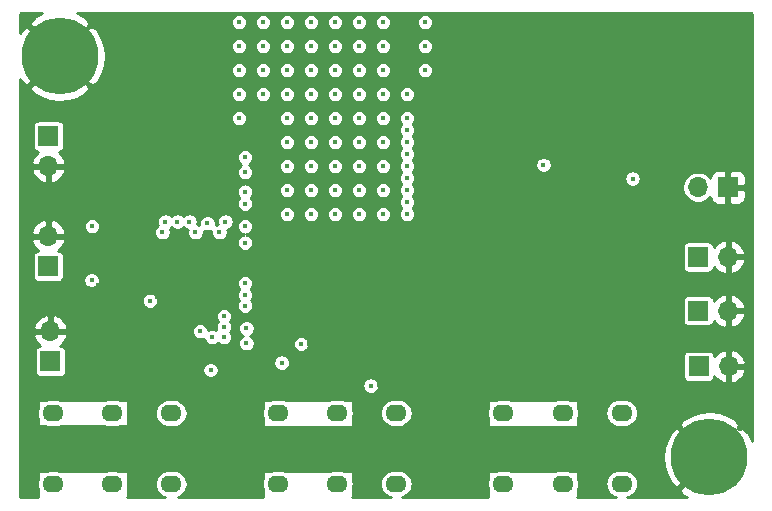
<source format=gbr>
%TF.GenerationSoftware,KiCad,Pcbnew,(5.1.7)-1*%
%TF.CreationDate,2021-07-14T13:30:58-05:00*%
%TF.ProjectId,PwmRgbLaserDriver Rev. B,50776d52-6762-44c6-9173-657244726976,rev?*%
%TF.SameCoordinates,Original*%
%TF.FileFunction,Copper,L2,Inr*%
%TF.FilePolarity,Positive*%
%FSLAX46Y46*%
G04 Gerber Fmt 4.6, Leading zero omitted, Abs format (unit mm)*
G04 Created by KiCad (PCBNEW (5.1.7)-1) date 2021-07-14 13:30:58*
%MOMM*%
%LPD*%
G01*
G04 APERTURE LIST*
%TA.AperFunction,ComponentPad*%
%ADD10O,1.700000X1.700000*%
%TD*%
%TA.AperFunction,ComponentPad*%
%ADD11R,1.700000X1.700000*%
%TD*%
%TA.AperFunction,ComponentPad*%
%ADD12O,1.800000X1.400000*%
%TD*%
%TA.AperFunction,ComponentPad*%
%ADD13C,6.500000*%
%TD*%
%TA.AperFunction,ComponentPad*%
%ADD14C,0.600000*%
%TD*%
%TA.AperFunction,ViaPad*%
%ADD15C,0.450000*%
%TD*%
%TA.AperFunction,Conductor*%
%ADD16C,0.254000*%
%TD*%
%TA.AperFunction,Conductor*%
%ADD17C,0.100000*%
%TD*%
G04 APERTURE END LIST*
D10*
%TO.N,GND*%
%TO.C,J6*%
X210094000Y-46502000D03*
D11*
%TO.N,BIN*%
X210094000Y-49042000D03*
%TD*%
D10*
%TO.N,GND*%
%TO.C,J4*%
X209917000Y-38449000D03*
D11*
%TO.N,GIN*%
X209917000Y-40989000D03*
%TD*%
D10*
%TO.N,GND*%
%TO.C,J1*%
X209931000Y-32512000D03*
D11*
%TO.N,RIN*%
X209931000Y-29972000D03*
%TD*%
D10*
%TO.N,GND*%
%TO.C,J7*%
X267514000Y-49450000D03*
D11*
%TO.N,BLO*%
X264974000Y-49450000D03*
%TD*%
D10*
%TO.N,GND*%
%TO.C,J5*%
X267487000Y-44743000D03*
D11*
%TO.N,GLO*%
X264947000Y-44743000D03*
%TD*%
D10*
%TO.N,GND*%
%TO.C,J3*%
X267487000Y-40198000D03*
D11*
%TO.N,RLO*%
X264947000Y-40198000D03*
%TD*%
%TO.N,GND*%
%TO.C,J2*%
X267462000Y-34290000D03*
D10*
%TO.N,+15V*%
X264922000Y-34290000D03*
%TD*%
D12*
%TO.N,ROA-IN*%
%TO.C,RV1*%
X210324000Y-53425000D03*
X215324000Y-53425000D03*
%TO.N,RQO*%
X220324000Y-53425000D03*
%TO.N,RLO*%
X220324000Y-59425000D03*
%TO.N,ROA+IN*%
X215324000Y-59425000D03*
X210324000Y-59425000D03*
%TD*%
%TO.N,GOA-IN*%
%TO.C,RV2*%
X229377000Y-53399000D03*
X234377000Y-53399000D03*
%TO.N,GQO*%
X239377000Y-53399000D03*
%TO.N,GLO*%
X239377000Y-59399000D03*
%TO.N,GOA+IN*%
X234377000Y-59399000D03*
X229377000Y-59399000D03*
%TD*%
%TO.N,BOA-IN*%
%TO.C,RV3*%
X248456000Y-53398000D03*
X253456000Y-53398000D03*
%TO.N,BQO*%
X258456000Y-53398000D03*
%TO.N,BLO*%
X258456000Y-59398000D03*
%TO.N,BOA+IN*%
X253456000Y-59398000D03*
X248456000Y-59398000D03*
%TD*%
D13*
%TO.N,GND*%
%TO.C,H2*%
X265879000Y-57172000D03*
D14*
X265902000Y-54651000D03*
X265902000Y-59803000D03*
X263264000Y-57195000D03*
X268478000Y-57211000D03*
X268307000Y-56212000D03*
X266964000Y-59475000D03*
X263529000Y-58179000D03*
X264872000Y-54885000D03*
X264045000Y-55369000D03*
X264091000Y-58944000D03*
X267838000Y-58803000D03*
X267854000Y-55416000D03*
X267011000Y-54838000D03*
X268260000Y-58085000D03*
X264950000Y-59537000D03*
X263467000Y-56212000D03*
%TD*%
%TO.N,GND*%
%TO.C,H1*%
X208467000Y-22212000D03*
X209950000Y-25537000D03*
X213260000Y-24085000D03*
X212011000Y-20838000D03*
X212854000Y-21416000D03*
X212838000Y-24803000D03*
X209091000Y-24944000D03*
X209045000Y-21369000D03*
X209872000Y-20885000D03*
X208529000Y-24179000D03*
X211964000Y-25475000D03*
X213307000Y-22212000D03*
X213478000Y-23211000D03*
X208264000Y-23195000D03*
X210902000Y-25803000D03*
X210902000Y-20651000D03*
D13*
X210879000Y-23172000D03*
%TD*%
D15*
%TO.N,GND*%
X220396000Y-35559000D03*
X218769000Y-35504000D03*
X224087000Y-35434000D03*
X214207000Y-37132000D03*
X214148000Y-42561000D03*
X224230000Y-50360000D03*
X219111000Y-43548000D03*
X232005000Y-47547000D03*
X237906000Y-51071000D03*
X230344000Y-48826000D03*
X219650000Y-42904000D03*
X220704000Y-42839000D03*
X221709000Y-42734000D03*
X222293000Y-42053000D03*
X223501000Y-42069000D03*
X224458000Y-42783000D03*
X254508000Y-37592000D03*
X256286000Y-37592000D03*
X255397000Y-37592000D03*
X254508000Y-36703000D03*
X254508000Y-35814000D03*
X255397000Y-36703000D03*
X256286000Y-36703000D03*
X256286000Y-35814000D03*
X255397000Y-35814000D03*
X255397000Y-34925000D03*
X256286000Y-34925000D03*
X256286000Y-34036000D03*
X255397000Y-34036000D03*
X255397000Y-33147000D03*
X256286000Y-33147000D03*
X254508000Y-33147000D03*
X255524000Y-26670000D03*
X256540000Y-27559000D03*
X254508000Y-27559000D03*
X254508000Y-25781000D03*
X255524000Y-24892000D03*
X254508000Y-23876000D03*
X255524000Y-22987000D03*
X254508000Y-22098000D03*
X256540000Y-25781000D03*
X256540000Y-23876000D03*
X257556000Y-22987000D03*
X258572000Y-23876000D03*
X256540000Y-22098000D03*
X258572000Y-22098000D03*
X243840000Y-29972000D03*
X244602000Y-29972000D03*
X245364000Y-29972000D03*
X246126000Y-29972000D03*
X246888000Y-29972000D03*
X243078000Y-29972000D03*
X244983000Y-35687000D03*
X245745000Y-35687000D03*
X246507000Y-35687000D03*
X244221000Y-35687000D03*
X247269000Y-35687000D03*
X243459000Y-35687000D03*
X242697000Y-35687000D03*
X257556000Y-24892000D03*
X258572000Y-25781000D03*
X257556000Y-26670000D03*
X258572000Y-27559000D03*
X259588000Y-24892000D03*
X260604000Y-25781000D03*
X259588000Y-26670000D03*
X260604000Y-23876000D03*
X260604000Y-22098000D03*
X259588000Y-22987000D03*
X261620000Y-24892000D03*
X261620000Y-26670000D03*
X262636000Y-25781000D03*
X264668000Y-25781000D03*
X263652000Y-26670000D03*
X263652000Y-24892000D03*
X266700000Y-25781000D03*
X265684000Y-24892000D03*
X265684000Y-26670000D03*
X268732000Y-25781000D03*
X267716000Y-24892000D03*
X267716000Y-26670000D03*
X262636000Y-22098000D03*
X262636000Y-23876000D03*
X261620000Y-22987000D03*
X264668000Y-23876000D03*
X263652000Y-22987000D03*
X264668000Y-22098000D03*
X266700000Y-23876000D03*
X266700000Y-22098000D03*
X265684000Y-22987000D03*
X268732000Y-22098000D03*
X267716000Y-22987000D03*
X268732000Y-23876000D03*
X268732000Y-27686000D03*
X268732000Y-29464000D03*
X267716000Y-28575000D03*
X266700000Y-27686000D03*
X265684000Y-28575000D03*
X264668000Y-29464000D03*
X264668000Y-27686000D03*
X266700000Y-29464000D03*
X265684000Y-30480000D03*
X268732000Y-31369000D03*
X267716000Y-32258000D03*
X266700000Y-31369000D03*
X265684000Y-32258000D03*
X267716000Y-30480000D03*
X264668000Y-31369000D03*
X265684000Y-21082000D03*
X267716000Y-21082000D03*
X268732000Y-20066000D03*
X266700000Y-20066000D03*
X262636000Y-20066000D03*
X264668000Y-20066000D03*
X261620000Y-21082000D03*
X263652000Y-21082000D03*
X258572000Y-20066000D03*
X259588000Y-21082000D03*
X257556000Y-21082000D03*
X260604000Y-20066000D03*
X255524000Y-21082000D03*
X256540000Y-20066000D03*
X254508000Y-20066000D03*
X252476000Y-20066000D03*
X250444000Y-20066000D03*
X263652000Y-28575000D03*
X263652000Y-30480000D03*
X263652000Y-32258000D03*
X256540000Y-24892000D03*
X256540000Y-22987000D03*
X256540000Y-21082000D03*
X251460000Y-20066000D03*
X253492000Y-20066000D03*
X255524000Y-20066000D03*
X255524000Y-22098000D03*
X255524000Y-23876000D03*
X256540000Y-26670000D03*
X255524000Y-27559000D03*
X255524000Y-25781000D03*
X254508000Y-26670000D03*
X254508000Y-24892000D03*
X254508000Y-22987000D03*
X254508000Y-21082000D03*
X239813000Y-40114000D03*
X240702000Y-39098000D03*
X239813000Y-38082000D03*
X229399000Y-40114000D03*
X230288000Y-39098000D03*
X229399000Y-38082000D03*
X231431000Y-40114000D03*
X232320000Y-39098000D03*
X231431000Y-38082000D03*
X233463000Y-40114000D03*
X234352000Y-39098000D03*
X233463000Y-38082000D03*
X236384000Y-39098000D03*
X235495000Y-40114000D03*
X235495000Y-38082000D03*
X237781000Y-40114000D03*
X238670000Y-39098000D03*
X237781000Y-38082000D03*
X241591000Y-40114000D03*
X242480000Y-39098000D03*
X241591000Y-38082000D03*
X243623000Y-40114000D03*
X244512000Y-39098000D03*
X243332000Y-38082000D03*
X245401000Y-40114000D03*
X247433000Y-40114000D03*
X248322000Y-39352000D03*
X246290000Y-39098000D03*
X249465000Y-40114000D03*
X251497000Y-40114000D03*
X252386000Y-39352000D03*
X250354000Y-39352000D03*
X255561000Y-40114000D03*
X253529000Y-40114000D03*
X254418000Y-39098000D03*
X256450000Y-39098000D03*
X229399000Y-42164000D03*
X230378000Y-41148000D03*
X232410000Y-41148000D03*
X234442000Y-41148000D03*
X231394000Y-42164000D03*
X235458000Y-42164000D03*
X233426000Y-42164000D03*
X236474000Y-41148000D03*
X237490000Y-42164000D03*
X238506000Y-41148000D03*
X240538000Y-41148000D03*
X239522000Y-42164000D03*
X241554000Y-42164000D03*
X242570000Y-41148000D03*
X243586000Y-42164000D03*
X244602000Y-41148000D03*
X246634000Y-41148000D03*
X245618000Y-42164000D03*
X247650000Y-42164000D03*
X248666000Y-41148000D03*
X249682000Y-42164000D03*
X252730000Y-41148000D03*
X250698000Y-41148000D03*
X251714000Y-42164000D03*
X253746000Y-42164000D03*
X254762000Y-41148000D03*
X255778000Y-42164000D03*
X258826000Y-41148000D03*
X256794000Y-41148000D03*
X257810000Y-42164000D03*
X259842000Y-42164000D03*
X260858000Y-41148000D03*
X261874000Y-42164000D03*
X260858000Y-43180000D03*
X258826000Y-43180000D03*
X257810000Y-44196000D03*
X259842000Y-44196000D03*
X256794000Y-43180000D03*
X255778000Y-44196000D03*
X252730000Y-43180000D03*
X254762000Y-43180000D03*
X253746000Y-44196000D03*
X251714000Y-44196000D03*
X250698000Y-43180000D03*
X249682000Y-44196000D03*
X248666000Y-43180000D03*
X246634000Y-43180000D03*
X245618000Y-44196000D03*
X247650000Y-44196000D03*
X244602000Y-43180000D03*
X243586000Y-44196000D03*
X242570000Y-43180000D03*
X240538000Y-43180000D03*
X241554000Y-44196000D03*
X239522000Y-44196000D03*
X238506000Y-43180000D03*
X237490000Y-44196000D03*
X236474000Y-43180000D03*
X234442000Y-43180000D03*
X233426000Y-44196000D03*
X235458000Y-44196000D03*
X232410000Y-43180000D03*
X236474000Y-45212000D03*
X234442000Y-47244000D03*
X234442000Y-45212000D03*
X236474000Y-47244000D03*
X235458000Y-46228000D03*
X233426000Y-46228000D03*
X238506000Y-45212000D03*
X238506000Y-47244000D03*
X240538000Y-45212000D03*
X239522000Y-46228000D03*
X240538000Y-47244000D03*
X242570000Y-47244000D03*
X244602000Y-47244000D03*
X243586000Y-46228000D03*
X244602000Y-45212000D03*
X242570000Y-45212000D03*
X246634000Y-45212000D03*
X246634000Y-47244000D03*
X247650000Y-46228000D03*
X248666000Y-47244000D03*
X248666000Y-45212000D03*
X246634000Y-47244000D03*
X246634000Y-45212000D03*
X248666000Y-47244000D03*
X248666000Y-45212000D03*
X247650000Y-46228000D03*
X250698000Y-45212000D03*
X252730000Y-47244000D03*
X252730000Y-45212000D03*
X250698000Y-47244000D03*
X251714000Y-46228000D03*
X257048000Y-47244000D03*
X257048000Y-45212000D03*
X256032000Y-46228000D03*
X255016000Y-45212000D03*
X255016000Y-47244000D03*
X257810000Y-46228000D03*
X258826000Y-45212000D03*
X249682000Y-46228000D03*
X253746000Y-46228000D03*
X245618000Y-46228000D03*
X241554000Y-46228000D03*
X237490000Y-46228000D03*
X213614000Y-19812000D03*
X215646000Y-19812000D03*
X217678000Y-19812000D03*
X216662000Y-20828000D03*
X214630000Y-20828000D03*
X218694000Y-20828000D03*
X219710000Y-19812000D03*
X221742000Y-19812000D03*
X222758000Y-20828000D03*
X220726000Y-20828000D03*
X221742000Y-21844000D03*
X223774000Y-21844000D03*
X220726000Y-22860000D03*
X222758000Y-22860000D03*
X215646000Y-21844000D03*
X217678000Y-21844000D03*
X219710000Y-21844000D03*
X216662000Y-22860000D03*
X218694000Y-22860000D03*
X223774000Y-19812000D03*
X224790000Y-20828000D03*
X224790000Y-22860000D03*
X223774000Y-24130000D03*
X221742000Y-24130000D03*
X219710000Y-24130000D03*
X217678000Y-24130000D03*
X216662000Y-25146000D03*
X214630000Y-25146000D03*
X218694000Y-25146000D03*
X215646000Y-26162000D03*
X213614000Y-26162000D03*
X217678000Y-26162000D03*
X221742000Y-26162000D03*
X219710000Y-26162000D03*
X220726000Y-25146000D03*
X222758000Y-25146000D03*
X220726000Y-27178000D03*
X224790000Y-27178000D03*
X222758000Y-27178000D03*
X218694000Y-27178000D03*
X216662000Y-27178000D03*
X212598000Y-27178000D03*
X214630000Y-27178000D03*
X210566000Y-27178000D03*
X217170000Y-28702000D03*
X218186000Y-28702000D03*
X219202000Y-28702000D03*
X218186000Y-29718000D03*
X217170000Y-29718000D03*
X219202000Y-29718000D03*
X219202000Y-30734000D03*
X218186000Y-30734000D03*
X217170000Y-30734000D03*
X219202000Y-31750000D03*
X218186000Y-31750000D03*
X217170000Y-31750000D03*
X223774000Y-26162000D03*
X224790000Y-25146000D03*
X221742000Y-28194000D03*
X223774000Y-28194000D03*
X222758000Y-29210000D03*
X215646000Y-24130000D03*
X208534000Y-27178000D03*
X219031000Y-39930000D03*
X218015000Y-38914000D03*
X216999000Y-38914000D03*
X219031000Y-38914000D03*
X218015000Y-39930000D03*
X216999000Y-39930000D03*
X219031000Y-40946000D03*
X218015000Y-40946000D03*
X216999000Y-40946000D03*
X214979000Y-35353000D03*
X215995000Y-34337000D03*
X215995000Y-36369000D03*
X218074000Y-34337000D03*
X218074000Y-36369000D03*
X217058000Y-35353000D03*
X236387000Y-55593000D03*
X238419000Y-55593000D03*
X237403000Y-54577000D03*
X237403000Y-56609000D03*
X236387000Y-57625000D03*
X235371000Y-56609000D03*
X234355000Y-57625000D03*
X238506000Y-57625000D03*
X237490000Y-58674000D03*
X236474000Y-59944000D03*
X237998000Y-59944000D03*
X225385000Y-53119000D03*
X226401000Y-54135000D03*
X227417000Y-53119000D03*
X259842000Y-40132000D03*
X257810000Y-40132000D03*
X257810000Y-38608000D03*
X261874000Y-40132000D03*
X260858000Y-39116000D03*
X262890000Y-39116000D03*
X262890000Y-41148000D03*
X261874000Y-38100000D03*
X263906000Y-38100000D03*
X262890000Y-37084000D03*
X264922000Y-37084000D03*
X263906000Y-36068000D03*
X265684000Y-38100000D03*
X266954000Y-37084000D03*
X268478000Y-36068000D03*
X268351000Y-38100000D03*
X268986000Y-37338000D03*
X245618000Y-51562000D03*
X244602000Y-50546000D03*
X246380000Y-50546000D03*
X249174000Y-51562000D03*
X247396000Y-51562000D03*
X248158000Y-50546000D03*
X246634000Y-52324000D03*
X246888000Y-54102000D03*
X245618000Y-52832000D03*
X243586000Y-59944000D03*
X242570000Y-58928000D03*
X241808000Y-59944000D03*
X244094000Y-57150000D03*
X245110000Y-58166000D03*
X243332000Y-58166000D03*
X244094000Y-58928000D03*
X246126000Y-59182000D03*
X245110000Y-59944000D03*
X246634000Y-60198000D03*
X246634000Y-57912000D03*
X247904000Y-57912000D03*
X248920000Y-57912000D03*
X249936000Y-57912000D03*
X243078000Y-55880000D03*
X241046000Y-53848000D03*
X240538000Y-58166000D03*
X240284000Y-54864000D03*
X240284000Y-56134000D03*
X241300000Y-56896000D03*
X241554000Y-55372000D03*
X242570000Y-54356000D03*
X252222000Y-50546000D03*
X253238000Y-51562000D03*
X254508000Y-50546000D03*
X255778000Y-51562000D03*
X257048000Y-50546000D03*
X262128000Y-45466000D03*
X262890000Y-44704000D03*
X264668000Y-42926000D03*
X266192000Y-42926000D03*
X267716000Y-42926000D03*
X269240000Y-42926000D03*
X268478000Y-41910000D03*
X218303000Y-49443000D03*
X217287000Y-50459000D03*
X217287000Y-49443000D03*
X219319000Y-49443000D03*
X218303000Y-50459000D03*
X219319000Y-50459000D03*
X218298000Y-48569000D03*
X217282000Y-48569000D03*
X217275000Y-47596000D03*
X267081000Y-38100000D03*
X207772000Y-56769000D03*
X207762000Y-54904000D03*
X208778000Y-55793000D03*
X208798000Y-57745000D03*
X209677000Y-56769000D03*
X210566000Y-57745000D03*
X208153000Y-58801000D03*
X208153000Y-60198000D03*
X212735000Y-57618000D03*
X213741000Y-56642000D03*
X212735000Y-55753000D03*
X213741000Y-54864000D03*
X210820000Y-55753000D03*
X211836000Y-56642000D03*
X211836000Y-54864000D03*
X209804000Y-54864000D03*
X214640000Y-55753000D03*
X214640000Y-57618000D03*
X215519000Y-56642000D03*
X215519000Y-54864000D03*
X216418000Y-55753000D03*
X216418000Y-57618000D03*
X217297000Y-56642000D03*
X217297000Y-54864000D03*
X218196000Y-57618000D03*
X218196000Y-55753000D03*
X219202000Y-56642000D03*
X219202000Y-54864000D03*
X219212000Y-58507000D03*
X217307000Y-58507000D03*
X219212000Y-60285000D03*
X217307000Y-60285000D03*
X218196000Y-59396000D03*
X217297000Y-53086000D03*
X218196000Y-53975000D03*
X218186000Y-52197000D03*
X222123000Y-56642000D03*
X223149000Y-57618000D03*
X221244000Y-57618000D03*
X222123000Y-54864000D03*
X223149000Y-55753000D03*
X221244000Y-55753000D03*
X224927000Y-57618000D03*
X225933000Y-56642000D03*
X224028000Y-56642000D03*
X224927000Y-55753000D03*
X224028000Y-54864000D03*
X223901000Y-58507000D03*
X221625000Y-60285000D03*
X223530000Y-60285000D03*
X225435000Y-60285000D03*
X227213000Y-60285000D03*
X226324000Y-59396000D03*
X228586000Y-57749000D03*
X226959000Y-58507000D03*
X232708000Y-57206000D03*
X230598000Y-57759000D03*
X222123000Y-58507000D03*
X223139000Y-53848000D03*
X227457000Y-54991000D03*
X228092000Y-55880000D03*
X229616000Y-55880000D03*
X231013000Y-55880000D03*
X232410000Y-55880000D03*
X233807000Y-55880000D03*
X232918000Y-54991000D03*
X231521000Y-54991000D03*
X230251000Y-54991000D03*
X228854000Y-54991000D03*
X234823000Y-54991000D03*
X235331000Y-50546000D03*
X234442000Y-51562000D03*
X236601000Y-52197000D03*
X209306000Y-51689000D03*
X210185000Y-50800000D03*
X211084000Y-51689000D03*
X211963000Y-49911000D03*
X211074000Y-43180000D03*
X212100000Y-44069000D03*
X210195000Y-44069000D03*
X210312000Y-34026000D03*
X209423000Y-36830000D03*
X209423000Y-35052000D03*
X210312000Y-35931000D03*
X209296000Y-43180000D03*
X264795000Y-53086000D03*
X266192000Y-52451000D03*
X267462000Y-53086000D03*
X269240000Y-53086000D03*
X268478000Y-53975000D03*
X269367000Y-54991000D03*
X269240000Y-50800000D03*
X268097000Y-51816000D03*
X266446000Y-48006000D03*
X265176000Y-47371000D03*
X267843000Y-47371000D03*
X269113000Y-46228000D03*
X269240000Y-48387000D03*
X263525000Y-48133000D03*
X264414000Y-46355000D03*
X260350000Y-54356000D03*
X261620000Y-53213000D03*
X262763000Y-52197000D03*
X261112000Y-51816000D03*
X259969000Y-52705000D03*
X264160000Y-51181000D03*
X262890000Y-50800000D03*
X255778000Y-52959000D03*
X250825000Y-56896000D03*
X251841000Y-57785000D03*
X252984000Y-56896000D03*
X254381000Y-57785000D03*
X255524000Y-56769000D03*
X257175000Y-55753000D03*
X257048000Y-57404000D03*
X256032000Y-58674000D03*
X255397000Y-60325000D03*
X257048000Y-60325000D03*
X260223000Y-60325000D03*
X260223000Y-58801000D03*
X261493000Y-59563000D03*
X262763000Y-60325000D03*
X261874000Y-58166000D03*
X260858000Y-56896000D03*
X262001000Y-55880000D03*
%TO.N,+9V*%
X226060000Y-20320000D03*
X228092000Y-20320000D03*
X230124000Y-20320000D03*
X232156000Y-20320000D03*
X234188000Y-20320000D03*
X236220000Y-20320000D03*
X238252000Y-20320000D03*
X241808000Y-20320000D03*
X226060000Y-22352000D03*
X226060000Y-24384000D03*
X226060000Y-26416000D03*
X226060000Y-28448000D03*
X228092000Y-22352000D03*
X230124000Y-22352000D03*
X232156000Y-22352000D03*
X234188000Y-22352000D03*
X236220000Y-22352000D03*
X238252000Y-22352000D03*
X241808000Y-22352000D03*
X228092000Y-24384000D03*
X230124000Y-24384000D03*
X232156000Y-24384000D03*
X234188000Y-24384000D03*
X236220000Y-24384000D03*
X238252000Y-24384000D03*
X241808000Y-24384000D03*
X228092000Y-26416000D03*
X230124000Y-26416000D03*
X232156000Y-26416000D03*
X234188000Y-26416000D03*
X236220000Y-26416000D03*
X238252000Y-26416000D03*
X240284000Y-26416000D03*
X230124000Y-28448000D03*
X232156000Y-28448000D03*
X234188000Y-28448000D03*
X236220000Y-28448000D03*
X238252000Y-28448000D03*
X240284000Y-28448000D03*
X230124000Y-30480000D03*
X232156000Y-30480000D03*
X234188000Y-30480000D03*
X236220000Y-30480000D03*
X238252000Y-30480000D03*
X240284000Y-30480000D03*
X230124000Y-32512000D03*
X230124000Y-34544000D03*
X230124000Y-36576000D03*
X232156000Y-32512000D03*
X234188000Y-32512000D03*
X236220000Y-32512000D03*
X238252000Y-32512000D03*
X240284000Y-32512000D03*
X232156000Y-34544000D03*
X234188000Y-34544000D03*
X236220000Y-34544000D03*
X238252000Y-34544000D03*
X240284000Y-34544000D03*
X232156000Y-36576000D03*
X234188000Y-36576000D03*
X236220000Y-36576000D03*
X238252000Y-36576000D03*
X240284000Y-36576000D03*
X226568000Y-34671000D03*
X226568000Y-35687000D03*
X226568000Y-42418000D03*
X226568000Y-43434000D03*
X226568000Y-44323000D03*
X223774000Y-46990000D03*
X224790000Y-46990000D03*
X224790000Y-46101000D03*
X222758000Y-46482000D03*
X224790000Y-45212000D03*
X224917000Y-37211000D03*
X223393000Y-37338000D03*
X221869000Y-37211000D03*
X220853000Y-37211000D03*
X219837000Y-37211000D03*
X219583000Y-38100000D03*
X222377000Y-38100000D03*
X224409000Y-38100000D03*
X240284000Y-31496000D03*
X240284000Y-29464000D03*
X240284000Y-33528000D03*
X240284000Y-35560000D03*
X226568000Y-33020000D03*
X226568000Y-31750000D03*
X226568000Y-37592000D03*
X226568000Y-38989000D03*
X226695000Y-46228000D03*
X226695000Y-47498000D03*
%TO.N,BOOT*%
X259381000Y-33560000D03*
X251842000Y-32404000D03*
%TO.N,GOA+IN*%
X213576000Y-42158000D03*
%TO.N,GOA-IN*%
X213614000Y-37592000D03*
%TO.N,BOA+IN*%
X223651000Y-49764000D03*
%TO.N,BOA-IN*%
X218515000Y-43912000D03*
%TO.N,RQO*%
X231317000Y-47566000D03*
%TO.N,GQO*%
X237218000Y-51090000D03*
%TO.N,BQO*%
X229671000Y-49153000D03*
%TD*%
D16*
%TO.N,GND*%
X209420736Y-19552028D02*
X209409392Y-19555386D01*
X208732064Y-19911584D01*
X208688365Y-19940784D01*
X208322177Y-20435572D01*
X208591663Y-20705058D01*
X208590064Y-20734459D01*
X208962800Y-21107195D01*
X208972426Y-21156061D01*
X209042592Y-21326351D01*
X209044237Y-21329425D01*
X209223042Y-21339152D01*
X209238748Y-21354858D01*
X209224605Y-21369000D01*
X209419475Y-21563870D01*
X209427575Y-21712763D01*
X209597603Y-21783562D01*
X209649613Y-21794008D01*
X209679541Y-21823936D01*
X209708942Y-21822337D01*
X210879000Y-22992395D01*
X212021514Y-21849881D01*
X212024592Y-21857351D01*
X212026237Y-21860425D01*
X212219456Y-21870936D01*
X212100286Y-21990106D01*
X212170393Y-22060213D01*
X211058605Y-23172000D01*
X212099893Y-24213288D01*
X212084286Y-24228894D01*
X212203456Y-24348064D01*
X212010237Y-24358575D01*
X211973705Y-24446310D01*
X210879000Y-23351605D01*
X209740716Y-24489889D01*
X209725541Y-24489064D01*
X209270605Y-24944000D01*
X209278605Y-24952000D01*
X209138939Y-25091666D01*
X209122237Y-25092575D01*
X209110969Y-25119636D01*
X209099000Y-25131605D01*
X209091000Y-25123605D01*
X208636064Y-25578541D01*
X208636889Y-25593716D01*
X208322177Y-25908428D01*
X208688365Y-26403216D01*
X209360837Y-26768501D01*
X210091650Y-26995575D01*
X210852721Y-27075710D01*
X211614803Y-27005828D01*
X212348608Y-26788614D01*
X213025936Y-26432416D01*
X213069635Y-26403216D01*
X213111344Y-26346859D01*
X225358000Y-26346859D01*
X225358000Y-26485141D01*
X225384977Y-26620766D01*
X225437895Y-26748522D01*
X225514721Y-26863499D01*
X225612501Y-26961279D01*
X225727478Y-27038105D01*
X225855234Y-27091023D01*
X225990859Y-27118000D01*
X226129141Y-27118000D01*
X226264766Y-27091023D01*
X226392522Y-27038105D01*
X226507499Y-26961279D01*
X226605279Y-26863499D01*
X226682105Y-26748522D01*
X226735023Y-26620766D01*
X226762000Y-26485141D01*
X226762000Y-26346859D01*
X227390000Y-26346859D01*
X227390000Y-26485141D01*
X227416977Y-26620766D01*
X227469895Y-26748522D01*
X227546721Y-26863499D01*
X227644501Y-26961279D01*
X227759478Y-27038105D01*
X227887234Y-27091023D01*
X228022859Y-27118000D01*
X228161141Y-27118000D01*
X228296766Y-27091023D01*
X228424522Y-27038105D01*
X228539499Y-26961279D01*
X228637279Y-26863499D01*
X228714105Y-26748522D01*
X228767023Y-26620766D01*
X228794000Y-26485141D01*
X228794000Y-26346859D01*
X229422000Y-26346859D01*
X229422000Y-26485141D01*
X229448977Y-26620766D01*
X229501895Y-26748522D01*
X229578721Y-26863499D01*
X229676501Y-26961279D01*
X229791478Y-27038105D01*
X229919234Y-27091023D01*
X230054859Y-27118000D01*
X230193141Y-27118000D01*
X230328766Y-27091023D01*
X230456522Y-27038105D01*
X230571499Y-26961279D01*
X230669279Y-26863499D01*
X230746105Y-26748522D01*
X230799023Y-26620766D01*
X230826000Y-26485141D01*
X230826000Y-26346859D01*
X231454000Y-26346859D01*
X231454000Y-26485141D01*
X231480977Y-26620766D01*
X231533895Y-26748522D01*
X231610721Y-26863499D01*
X231708501Y-26961279D01*
X231823478Y-27038105D01*
X231951234Y-27091023D01*
X232086859Y-27118000D01*
X232225141Y-27118000D01*
X232360766Y-27091023D01*
X232488522Y-27038105D01*
X232603499Y-26961279D01*
X232701279Y-26863499D01*
X232778105Y-26748522D01*
X232831023Y-26620766D01*
X232858000Y-26485141D01*
X232858000Y-26346859D01*
X233486000Y-26346859D01*
X233486000Y-26485141D01*
X233512977Y-26620766D01*
X233565895Y-26748522D01*
X233642721Y-26863499D01*
X233740501Y-26961279D01*
X233855478Y-27038105D01*
X233983234Y-27091023D01*
X234118859Y-27118000D01*
X234257141Y-27118000D01*
X234392766Y-27091023D01*
X234520522Y-27038105D01*
X234635499Y-26961279D01*
X234733279Y-26863499D01*
X234810105Y-26748522D01*
X234863023Y-26620766D01*
X234890000Y-26485141D01*
X234890000Y-26346859D01*
X235518000Y-26346859D01*
X235518000Y-26485141D01*
X235544977Y-26620766D01*
X235597895Y-26748522D01*
X235674721Y-26863499D01*
X235772501Y-26961279D01*
X235887478Y-27038105D01*
X236015234Y-27091023D01*
X236150859Y-27118000D01*
X236289141Y-27118000D01*
X236424766Y-27091023D01*
X236552522Y-27038105D01*
X236667499Y-26961279D01*
X236765279Y-26863499D01*
X236842105Y-26748522D01*
X236895023Y-26620766D01*
X236922000Y-26485141D01*
X236922000Y-26346859D01*
X237550000Y-26346859D01*
X237550000Y-26485141D01*
X237576977Y-26620766D01*
X237629895Y-26748522D01*
X237706721Y-26863499D01*
X237804501Y-26961279D01*
X237919478Y-27038105D01*
X238047234Y-27091023D01*
X238182859Y-27118000D01*
X238321141Y-27118000D01*
X238456766Y-27091023D01*
X238584522Y-27038105D01*
X238699499Y-26961279D01*
X238797279Y-26863499D01*
X238874105Y-26748522D01*
X238927023Y-26620766D01*
X238954000Y-26485141D01*
X238954000Y-26346859D01*
X239582000Y-26346859D01*
X239582000Y-26485141D01*
X239608977Y-26620766D01*
X239661895Y-26748522D01*
X239738721Y-26863499D01*
X239836501Y-26961279D01*
X239951478Y-27038105D01*
X240079234Y-27091023D01*
X240214859Y-27118000D01*
X240353141Y-27118000D01*
X240488766Y-27091023D01*
X240616522Y-27038105D01*
X240731499Y-26961279D01*
X240829279Y-26863499D01*
X240906105Y-26748522D01*
X240959023Y-26620766D01*
X240986000Y-26485141D01*
X240986000Y-26346859D01*
X240959023Y-26211234D01*
X240906105Y-26083478D01*
X240829279Y-25968501D01*
X240731499Y-25870721D01*
X240616522Y-25793895D01*
X240488766Y-25740977D01*
X240353141Y-25714000D01*
X240214859Y-25714000D01*
X240079234Y-25740977D01*
X239951478Y-25793895D01*
X239836501Y-25870721D01*
X239738721Y-25968501D01*
X239661895Y-26083478D01*
X239608977Y-26211234D01*
X239582000Y-26346859D01*
X238954000Y-26346859D01*
X238927023Y-26211234D01*
X238874105Y-26083478D01*
X238797279Y-25968501D01*
X238699499Y-25870721D01*
X238584522Y-25793895D01*
X238456766Y-25740977D01*
X238321141Y-25714000D01*
X238182859Y-25714000D01*
X238047234Y-25740977D01*
X237919478Y-25793895D01*
X237804501Y-25870721D01*
X237706721Y-25968501D01*
X237629895Y-26083478D01*
X237576977Y-26211234D01*
X237550000Y-26346859D01*
X236922000Y-26346859D01*
X236895023Y-26211234D01*
X236842105Y-26083478D01*
X236765279Y-25968501D01*
X236667499Y-25870721D01*
X236552522Y-25793895D01*
X236424766Y-25740977D01*
X236289141Y-25714000D01*
X236150859Y-25714000D01*
X236015234Y-25740977D01*
X235887478Y-25793895D01*
X235772501Y-25870721D01*
X235674721Y-25968501D01*
X235597895Y-26083478D01*
X235544977Y-26211234D01*
X235518000Y-26346859D01*
X234890000Y-26346859D01*
X234863023Y-26211234D01*
X234810105Y-26083478D01*
X234733279Y-25968501D01*
X234635499Y-25870721D01*
X234520522Y-25793895D01*
X234392766Y-25740977D01*
X234257141Y-25714000D01*
X234118859Y-25714000D01*
X233983234Y-25740977D01*
X233855478Y-25793895D01*
X233740501Y-25870721D01*
X233642721Y-25968501D01*
X233565895Y-26083478D01*
X233512977Y-26211234D01*
X233486000Y-26346859D01*
X232858000Y-26346859D01*
X232831023Y-26211234D01*
X232778105Y-26083478D01*
X232701279Y-25968501D01*
X232603499Y-25870721D01*
X232488522Y-25793895D01*
X232360766Y-25740977D01*
X232225141Y-25714000D01*
X232086859Y-25714000D01*
X231951234Y-25740977D01*
X231823478Y-25793895D01*
X231708501Y-25870721D01*
X231610721Y-25968501D01*
X231533895Y-26083478D01*
X231480977Y-26211234D01*
X231454000Y-26346859D01*
X230826000Y-26346859D01*
X230799023Y-26211234D01*
X230746105Y-26083478D01*
X230669279Y-25968501D01*
X230571499Y-25870721D01*
X230456522Y-25793895D01*
X230328766Y-25740977D01*
X230193141Y-25714000D01*
X230054859Y-25714000D01*
X229919234Y-25740977D01*
X229791478Y-25793895D01*
X229676501Y-25870721D01*
X229578721Y-25968501D01*
X229501895Y-26083478D01*
X229448977Y-26211234D01*
X229422000Y-26346859D01*
X228794000Y-26346859D01*
X228767023Y-26211234D01*
X228714105Y-26083478D01*
X228637279Y-25968501D01*
X228539499Y-25870721D01*
X228424522Y-25793895D01*
X228296766Y-25740977D01*
X228161141Y-25714000D01*
X228022859Y-25714000D01*
X227887234Y-25740977D01*
X227759478Y-25793895D01*
X227644501Y-25870721D01*
X227546721Y-25968501D01*
X227469895Y-26083478D01*
X227416977Y-26211234D01*
X227390000Y-26346859D01*
X226762000Y-26346859D01*
X226735023Y-26211234D01*
X226682105Y-26083478D01*
X226605279Y-25968501D01*
X226507499Y-25870721D01*
X226392522Y-25793895D01*
X226264766Y-25740977D01*
X226129141Y-25714000D01*
X225990859Y-25714000D01*
X225855234Y-25740977D01*
X225727478Y-25793895D01*
X225612501Y-25870721D01*
X225514721Y-25968501D01*
X225437895Y-26083478D01*
X225384977Y-26211234D01*
X225358000Y-26346859D01*
X213111344Y-26346859D01*
X213435823Y-25908428D01*
X213194688Y-25667293D01*
X213279351Y-25632408D01*
X213282425Y-25630763D01*
X213292936Y-25437544D01*
X213412106Y-25556714D01*
X213427713Y-25541108D01*
X213615428Y-25728823D01*
X214110216Y-25362635D01*
X214475501Y-24690163D01*
X214592113Y-24314859D01*
X225358000Y-24314859D01*
X225358000Y-24453141D01*
X225384977Y-24588766D01*
X225437895Y-24716522D01*
X225514721Y-24831499D01*
X225612501Y-24929279D01*
X225727478Y-25006105D01*
X225855234Y-25059023D01*
X225990859Y-25086000D01*
X226129141Y-25086000D01*
X226264766Y-25059023D01*
X226392522Y-25006105D01*
X226507499Y-24929279D01*
X226605279Y-24831499D01*
X226682105Y-24716522D01*
X226735023Y-24588766D01*
X226762000Y-24453141D01*
X226762000Y-24314859D01*
X227390000Y-24314859D01*
X227390000Y-24453141D01*
X227416977Y-24588766D01*
X227469895Y-24716522D01*
X227546721Y-24831499D01*
X227644501Y-24929279D01*
X227759478Y-25006105D01*
X227887234Y-25059023D01*
X228022859Y-25086000D01*
X228161141Y-25086000D01*
X228296766Y-25059023D01*
X228424522Y-25006105D01*
X228539499Y-24929279D01*
X228637279Y-24831499D01*
X228714105Y-24716522D01*
X228767023Y-24588766D01*
X228794000Y-24453141D01*
X228794000Y-24314859D01*
X229422000Y-24314859D01*
X229422000Y-24453141D01*
X229448977Y-24588766D01*
X229501895Y-24716522D01*
X229578721Y-24831499D01*
X229676501Y-24929279D01*
X229791478Y-25006105D01*
X229919234Y-25059023D01*
X230054859Y-25086000D01*
X230193141Y-25086000D01*
X230328766Y-25059023D01*
X230456522Y-25006105D01*
X230571499Y-24929279D01*
X230669279Y-24831499D01*
X230746105Y-24716522D01*
X230799023Y-24588766D01*
X230826000Y-24453141D01*
X230826000Y-24314859D01*
X231454000Y-24314859D01*
X231454000Y-24453141D01*
X231480977Y-24588766D01*
X231533895Y-24716522D01*
X231610721Y-24831499D01*
X231708501Y-24929279D01*
X231823478Y-25006105D01*
X231951234Y-25059023D01*
X232086859Y-25086000D01*
X232225141Y-25086000D01*
X232360766Y-25059023D01*
X232488522Y-25006105D01*
X232603499Y-24929279D01*
X232701279Y-24831499D01*
X232778105Y-24716522D01*
X232831023Y-24588766D01*
X232858000Y-24453141D01*
X232858000Y-24314859D01*
X233486000Y-24314859D01*
X233486000Y-24453141D01*
X233512977Y-24588766D01*
X233565895Y-24716522D01*
X233642721Y-24831499D01*
X233740501Y-24929279D01*
X233855478Y-25006105D01*
X233983234Y-25059023D01*
X234118859Y-25086000D01*
X234257141Y-25086000D01*
X234392766Y-25059023D01*
X234520522Y-25006105D01*
X234635499Y-24929279D01*
X234733279Y-24831499D01*
X234810105Y-24716522D01*
X234863023Y-24588766D01*
X234890000Y-24453141D01*
X234890000Y-24314859D01*
X235518000Y-24314859D01*
X235518000Y-24453141D01*
X235544977Y-24588766D01*
X235597895Y-24716522D01*
X235674721Y-24831499D01*
X235772501Y-24929279D01*
X235887478Y-25006105D01*
X236015234Y-25059023D01*
X236150859Y-25086000D01*
X236289141Y-25086000D01*
X236424766Y-25059023D01*
X236552522Y-25006105D01*
X236667499Y-24929279D01*
X236765279Y-24831499D01*
X236842105Y-24716522D01*
X236895023Y-24588766D01*
X236922000Y-24453141D01*
X236922000Y-24314859D01*
X237550000Y-24314859D01*
X237550000Y-24453141D01*
X237576977Y-24588766D01*
X237629895Y-24716522D01*
X237706721Y-24831499D01*
X237804501Y-24929279D01*
X237919478Y-25006105D01*
X238047234Y-25059023D01*
X238182859Y-25086000D01*
X238321141Y-25086000D01*
X238456766Y-25059023D01*
X238584522Y-25006105D01*
X238699499Y-24929279D01*
X238797279Y-24831499D01*
X238874105Y-24716522D01*
X238927023Y-24588766D01*
X238954000Y-24453141D01*
X238954000Y-24314859D01*
X241106000Y-24314859D01*
X241106000Y-24453141D01*
X241132977Y-24588766D01*
X241185895Y-24716522D01*
X241262721Y-24831499D01*
X241360501Y-24929279D01*
X241475478Y-25006105D01*
X241603234Y-25059023D01*
X241738859Y-25086000D01*
X241877141Y-25086000D01*
X242012766Y-25059023D01*
X242140522Y-25006105D01*
X242255499Y-24929279D01*
X242353279Y-24831499D01*
X242430105Y-24716522D01*
X242483023Y-24588766D01*
X242510000Y-24453141D01*
X242510000Y-24314859D01*
X242483023Y-24179234D01*
X242430105Y-24051478D01*
X242353279Y-23936501D01*
X242255499Y-23838721D01*
X242140522Y-23761895D01*
X242012766Y-23708977D01*
X241877141Y-23682000D01*
X241738859Y-23682000D01*
X241603234Y-23708977D01*
X241475478Y-23761895D01*
X241360501Y-23838721D01*
X241262721Y-23936501D01*
X241185895Y-24051478D01*
X241132977Y-24179234D01*
X241106000Y-24314859D01*
X238954000Y-24314859D01*
X238927023Y-24179234D01*
X238874105Y-24051478D01*
X238797279Y-23936501D01*
X238699499Y-23838721D01*
X238584522Y-23761895D01*
X238456766Y-23708977D01*
X238321141Y-23682000D01*
X238182859Y-23682000D01*
X238047234Y-23708977D01*
X237919478Y-23761895D01*
X237804501Y-23838721D01*
X237706721Y-23936501D01*
X237629895Y-24051478D01*
X237576977Y-24179234D01*
X237550000Y-24314859D01*
X236922000Y-24314859D01*
X236895023Y-24179234D01*
X236842105Y-24051478D01*
X236765279Y-23936501D01*
X236667499Y-23838721D01*
X236552522Y-23761895D01*
X236424766Y-23708977D01*
X236289141Y-23682000D01*
X236150859Y-23682000D01*
X236015234Y-23708977D01*
X235887478Y-23761895D01*
X235772501Y-23838721D01*
X235674721Y-23936501D01*
X235597895Y-24051478D01*
X235544977Y-24179234D01*
X235518000Y-24314859D01*
X234890000Y-24314859D01*
X234863023Y-24179234D01*
X234810105Y-24051478D01*
X234733279Y-23936501D01*
X234635499Y-23838721D01*
X234520522Y-23761895D01*
X234392766Y-23708977D01*
X234257141Y-23682000D01*
X234118859Y-23682000D01*
X233983234Y-23708977D01*
X233855478Y-23761895D01*
X233740501Y-23838721D01*
X233642721Y-23936501D01*
X233565895Y-24051478D01*
X233512977Y-24179234D01*
X233486000Y-24314859D01*
X232858000Y-24314859D01*
X232831023Y-24179234D01*
X232778105Y-24051478D01*
X232701279Y-23936501D01*
X232603499Y-23838721D01*
X232488522Y-23761895D01*
X232360766Y-23708977D01*
X232225141Y-23682000D01*
X232086859Y-23682000D01*
X231951234Y-23708977D01*
X231823478Y-23761895D01*
X231708501Y-23838721D01*
X231610721Y-23936501D01*
X231533895Y-24051478D01*
X231480977Y-24179234D01*
X231454000Y-24314859D01*
X230826000Y-24314859D01*
X230799023Y-24179234D01*
X230746105Y-24051478D01*
X230669279Y-23936501D01*
X230571499Y-23838721D01*
X230456522Y-23761895D01*
X230328766Y-23708977D01*
X230193141Y-23682000D01*
X230054859Y-23682000D01*
X229919234Y-23708977D01*
X229791478Y-23761895D01*
X229676501Y-23838721D01*
X229578721Y-23936501D01*
X229501895Y-24051478D01*
X229448977Y-24179234D01*
X229422000Y-24314859D01*
X228794000Y-24314859D01*
X228767023Y-24179234D01*
X228714105Y-24051478D01*
X228637279Y-23936501D01*
X228539499Y-23838721D01*
X228424522Y-23761895D01*
X228296766Y-23708977D01*
X228161141Y-23682000D01*
X228022859Y-23682000D01*
X227887234Y-23708977D01*
X227759478Y-23761895D01*
X227644501Y-23838721D01*
X227546721Y-23936501D01*
X227469895Y-24051478D01*
X227416977Y-24179234D01*
X227390000Y-24314859D01*
X226762000Y-24314859D01*
X226735023Y-24179234D01*
X226682105Y-24051478D01*
X226605279Y-23936501D01*
X226507499Y-23838721D01*
X226392522Y-23761895D01*
X226264766Y-23708977D01*
X226129141Y-23682000D01*
X225990859Y-23682000D01*
X225855234Y-23708977D01*
X225727478Y-23761895D01*
X225612501Y-23838721D01*
X225514721Y-23936501D01*
X225437895Y-24051478D01*
X225384977Y-24179234D01*
X225358000Y-24314859D01*
X214592113Y-24314859D01*
X214702575Y-23959350D01*
X214782710Y-23198279D01*
X214712828Y-22436197D01*
X214667439Y-22282859D01*
X225358000Y-22282859D01*
X225358000Y-22421141D01*
X225384977Y-22556766D01*
X225437895Y-22684522D01*
X225514721Y-22799499D01*
X225612501Y-22897279D01*
X225727478Y-22974105D01*
X225855234Y-23027023D01*
X225990859Y-23054000D01*
X226129141Y-23054000D01*
X226264766Y-23027023D01*
X226392522Y-22974105D01*
X226507499Y-22897279D01*
X226605279Y-22799499D01*
X226682105Y-22684522D01*
X226735023Y-22556766D01*
X226762000Y-22421141D01*
X226762000Y-22282859D01*
X227390000Y-22282859D01*
X227390000Y-22421141D01*
X227416977Y-22556766D01*
X227469895Y-22684522D01*
X227546721Y-22799499D01*
X227644501Y-22897279D01*
X227759478Y-22974105D01*
X227887234Y-23027023D01*
X228022859Y-23054000D01*
X228161141Y-23054000D01*
X228296766Y-23027023D01*
X228424522Y-22974105D01*
X228539499Y-22897279D01*
X228637279Y-22799499D01*
X228714105Y-22684522D01*
X228767023Y-22556766D01*
X228794000Y-22421141D01*
X228794000Y-22282859D01*
X229422000Y-22282859D01*
X229422000Y-22421141D01*
X229448977Y-22556766D01*
X229501895Y-22684522D01*
X229578721Y-22799499D01*
X229676501Y-22897279D01*
X229791478Y-22974105D01*
X229919234Y-23027023D01*
X230054859Y-23054000D01*
X230193141Y-23054000D01*
X230328766Y-23027023D01*
X230456522Y-22974105D01*
X230571499Y-22897279D01*
X230669279Y-22799499D01*
X230746105Y-22684522D01*
X230799023Y-22556766D01*
X230826000Y-22421141D01*
X230826000Y-22282859D01*
X231454000Y-22282859D01*
X231454000Y-22421141D01*
X231480977Y-22556766D01*
X231533895Y-22684522D01*
X231610721Y-22799499D01*
X231708501Y-22897279D01*
X231823478Y-22974105D01*
X231951234Y-23027023D01*
X232086859Y-23054000D01*
X232225141Y-23054000D01*
X232360766Y-23027023D01*
X232488522Y-22974105D01*
X232603499Y-22897279D01*
X232701279Y-22799499D01*
X232778105Y-22684522D01*
X232831023Y-22556766D01*
X232858000Y-22421141D01*
X232858000Y-22282859D01*
X233486000Y-22282859D01*
X233486000Y-22421141D01*
X233512977Y-22556766D01*
X233565895Y-22684522D01*
X233642721Y-22799499D01*
X233740501Y-22897279D01*
X233855478Y-22974105D01*
X233983234Y-23027023D01*
X234118859Y-23054000D01*
X234257141Y-23054000D01*
X234392766Y-23027023D01*
X234520522Y-22974105D01*
X234635499Y-22897279D01*
X234733279Y-22799499D01*
X234810105Y-22684522D01*
X234863023Y-22556766D01*
X234890000Y-22421141D01*
X234890000Y-22282859D01*
X235518000Y-22282859D01*
X235518000Y-22421141D01*
X235544977Y-22556766D01*
X235597895Y-22684522D01*
X235674721Y-22799499D01*
X235772501Y-22897279D01*
X235887478Y-22974105D01*
X236015234Y-23027023D01*
X236150859Y-23054000D01*
X236289141Y-23054000D01*
X236424766Y-23027023D01*
X236552522Y-22974105D01*
X236667499Y-22897279D01*
X236765279Y-22799499D01*
X236842105Y-22684522D01*
X236895023Y-22556766D01*
X236922000Y-22421141D01*
X236922000Y-22282859D01*
X237550000Y-22282859D01*
X237550000Y-22421141D01*
X237576977Y-22556766D01*
X237629895Y-22684522D01*
X237706721Y-22799499D01*
X237804501Y-22897279D01*
X237919478Y-22974105D01*
X238047234Y-23027023D01*
X238182859Y-23054000D01*
X238321141Y-23054000D01*
X238456766Y-23027023D01*
X238584522Y-22974105D01*
X238699499Y-22897279D01*
X238797279Y-22799499D01*
X238874105Y-22684522D01*
X238927023Y-22556766D01*
X238954000Y-22421141D01*
X238954000Y-22282859D01*
X241106000Y-22282859D01*
X241106000Y-22421141D01*
X241132977Y-22556766D01*
X241185895Y-22684522D01*
X241262721Y-22799499D01*
X241360501Y-22897279D01*
X241475478Y-22974105D01*
X241603234Y-23027023D01*
X241738859Y-23054000D01*
X241877141Y-23054000D01*
X242012766Y-23027023D01*
X242140522Y-22974105D01*
X242255499Y-22897279D01*
X242353279Y-22799499D01*
X242430105Y-22684522D01*
X242483023Y-22556766D01*
X242510000Y-22421141D01*
X242510000Y-22282859D01*
X242483023Y-22147234D01*
X242430105Y-22019478D01*
X242353279Y-21904501D01*
X242255499Y-21806721D01*
X242140522Y-21729895D01*
X242012766Y-21676977D01*
X241877141Y-21650000D01*
X241738859Y-21650000D01*
X241603234Y-21676977D01*
X241475478Y-21729895D01*
X241360501Y-21806721D01*
X241262721Y-21904501D01*
X241185895Y-22019478D01*
X241132977Y-22147234D01*
X241106000Y-22282859D01*
X238954000Y-22282859D01*
X238927023Y-22147234D01*
X238874105Y-22019478D01*
X238797279Y-21904501D01*
X238699499Y-21806721D01*
X238584522Y-21729895D01*
X238456766Y-21676977D01*
X238321141Y-21650000D01*
X238182859Y-21650000D01*
X238047234Y-21676977D01*
X237919478Y-21729895D01*
X237804501Y-21806721D01*
X237706721Y-21904501D01*
X237629895Y-22019478D01*
X237576977Y-22147234D01*
X237550000Y-22282859D01*
X236922000Y-22282859D01*
X236895023Y-22147234D01*
X236842105Y-22019478D01*
X236765279Y-21904501D01*
X236667499Y-21806721D01*
X236552522Y-21729895D01*
X236424766Y-21676977D01*
X236289141Y-21650000D01*
X236150859Y-21650000D01*
X236015234Y-21676977D01*
X235887478Y-21729895D01*
X235772501Y-21806721D01*
X235674721Y-21904501D01*
X235597895Y-22019478D01*
X235544977Y-22147234D01*
X235518000Y-22282859D01*
X234890000Y-22282859D01*
X234863023Y-22147234D01*
X234810105Y-22019478D01*
X234733279Y-21904501D01*
X234635499Y-21806721D01*
X234520522Y-21729895D01*
X234392766Y-21676977D01*
X234257141Y-21650000D01*
X234118859Y-21650000D01*
X233983234Y-21676977D01*
X233855478Y-21729895D01*
X233740501Y-21806721D01*
X233642721Y-21904501D01*
X233565895Y-22019478D01*
X233512977Y-22147234D01*
X233486000Y-22282859D01*
X232858000Y-22282859D01*
X232831023Y-22147234D01*
X232778105Y-22019478D01*
X232701279Y-21904501D01*
X232603499Y-21806721D01*
X232488522Y-21729895D01*
X232360766Y-21676977D01*
X232225141Y-21650000D01*
X232086859Y-21650000D01*
X231951234Y-21676977D01*
X231823478Y-21729895D01*
X231708501Y-21806721D01*
X231610721Y-21904501D01*
X231533895Y-22019478D01*
X231480977Y-22147234D01*
X231454000Y-22282859D01*
X230826000Y-22282859D01*
X230799023Y-22147234D01*
X230746105Y-22019478D01*
X230669279Y-21904501D01*
X230571499Y-21806721D01*
X230456522Y-21729895D01*
X230328766Y-21676977D01*
X230193141Y-21650000D01*
X230054859Y-21650000D01*
X229919234Y-21676977D01*
X229791478Y-21729895D01*
X229676501Y-21806721D01*
X229578721Y-21904501D01*
X229501895Y-22019478D01*
X229448977Y-22147234D01*
X229422000Y-22282859D01*
X228794000Y-22282859D01*
X228767023Y-22147234D01*
X228714105Y-22019478D01*
X228637279Y-21904501D01*
X228539499Y-21806721D01*
X228424522Y-21729895D01*
X228296766Y-21676977D01*
X228161141Y-21650000D01*
X228022859Y-21650000D01*
X227887234Y-21676977D01*
X227759478Y-21729895D01*
X227644501Y-21806721D01*
X227546721Y-21904501D01*
X227469895Y-22019478D01*
X227416977Y-22147234D01*
X227390000Y-22282859D01*
X226762000Y-22282859D01*
X226735023Y-22147234D01*
X226682105Y-22019478D01*
X226605279Y-21904501D01*
X226507499Y-21806721D01*
X226392522Y-21729895D01*
X226264766Y-21676977D01*
X226129141Y-21650000D01*
X225990859Y-21650000D01*
X225855234Y-21676977D01*
X225727478Y-21729895D01*
X225612501Y-21806721D01*
X225514721Y-21904501D01*
X225437895Y-22019478D01*
X225384977Y-22147234D01*
X225358000Y-22282859D01*
X214667439Y-22282859D01*
X214495614Y-21702392D01*
X214139416Y-21025064D01*
X214110216Y-20981365D01*
X213615428Y-20615177D01*
X213498213Y-20732393D01*
X213428106Y-20662286D01*
X213308936Y-20781456D01*
X213298425Y-20588237D01*
X213287646Y-20583749D01*
X213435823Y-20435572D01*
X213299119Y-20250859D01*
X225358000Y-20250859D01*
X225358000Y-20389141D01*
X225384977Y-20524766D01*
X225437895Y-20652522D01*
X225514721Y-20767499D01*
X225612501Y-20865279D01*
X225727478Y-20942105D01*
X225855234Y-20995023D01*
X225990859Y-21022000D01*
X226129141Y-21022000D01*
X226264766Y-20995023D01*
X226392522Y-20942105D01*
X226507499Y-20865279D01*
X226605279Y-20767499D01*
X226682105Y-20652522D01*
X226735023Y-20524766D01*
X226762000Y-20389141D01*
X226762000Y-20250859D01*
X227390000Y-20250859D01*
X227390000Y-20389141D01*
X227416977Y-20524766D01*
X227469895Y-20652522D01*
X227546721Y-20767499D01*
X227644501Y-20865279D01*
X227759478Y-20942105D01*
X227887234Y-20995023D01*
X228022859Y-21022000D01*
X228161141Y-21022000D01*
X228296766Y-20995023D01*
X228424522Y-20942105D01*
X228539499Y-20865279D01*
X228637279Y-20767499D01*
X228714105Y-20652522D01*
X228767023Y-20524766D01*
X228794000Y-20389141D01*
X228794000Y-20250859D01*
X229422000Y-20250859D01*
X229422000Y-20389141D01*
X229448977Y-20524766D01*
X229501895Y-20652522D01*
X229578721Y-20767499D01*
X229676501Y-20865279D01*
X229791478Y-20942105D01*
X229919234Y-20995023D01*
X230054859Y-21022000D01*
X230193141Y-21022000D01*
X230328766Y-20995023D01*
X230456522Y-20942105D01*
X230571499Y-20865279D01*
X230669279Y-20767499D01*
X230746105Y-20652522D01*
X230799023Y-20524766D01*
X230826000Y-20389141D01*
X230826000Y-20250859D01*
X231454000Y-20250859D01*
X231454000Y-20389141D01*
X231480977Y-20524766D01*
X231533895Y-20652522D01*
X231610721Y-20767499D01*
X231708501Y-20865279D01*
X231823478Y-20942105D01*
X231951234Y-20995023D01*
X232086859Y-21022000D01*
X232225141Y-21022000D01*
X232360766Y-20995023D01*
X232488522Y-20942105D01*
X232603499Y-20865279D01*
X232701279Y-20767499D01*
X232778105Y-20652522D01*
X232831023Y-20524766D01*
X232858000Y-20389141D01*
X232858000Y-20250859D01*
X233486000Y-20250859D01*
X233486000Y-20389141D01*
X233512977Y-20524766D01*
X233565895Y-20652522D01*
X233642721Y-20767499D01*
X233740501Y-20865279D01*
X233855478Y-20942105D01*
X233983234Y-20995023D01*
X234118859Y-21022000D01*
X234257141Y-21022000D01*
X234392766Y-20995023D01*
X234520522Y-20942105D01*
X234635499Y-20865279D01*
X234733279Y-20767499D01*
X234810105Y-20652522D01*
X234863023Y-20524766D01*
X234890000Y-20389141D01*
X234890000Y-20250859D01*
X235518000Y-20250859D01*
X235518000Y-20389141D01*
X235544977Y-20524766D01*
X235597895Y-20652522D01*
X235674721Y-20767499D01*
X235772501Y-20865279D01*
X235887478Y-20942105D01*
X236015234Y-20995023D01*
X236150859Y-21022000D01*
X236289141Y-21022000D01*
X236424766Y-20995023D01*
X236552522Y-20942105D01*
X236667499Y-20865279D01*
X236765279Y-20767499D01*
X236842105Y-20652522D01*
X236895023Y-20524766D01*
X236922000Y-20389141D01*
X236922000Y-20250859D01*
X237550000Y-20250859D01*
X237550000Y-20389141D01*
X237576977Y-20524766D01*
X237629895Y-20652522D01*
X237706721Y-20767499D01*
X237804501Y-20865279D01*
X237919478Y-20942105D01*
X238047234Y-20995023D01*
X238182859Y-21022000D01*
X238321141Y-21022000D01*
X238456766Y-20995023D01*
X238584522Y-20942105D01*
X238699499Y-20865279D01*
X238797279Y-20767499D01*
X238874105Y-20652522D01*
X238927023Y-20524766D01*
X238954000Y-20389141D01*
X238954000Y-20250859D01*
X241106000Y-20250859D01*
X241106000Y-20389141D01*
X241132977Y-20524766D01*
X241185895Y-20652522D01*
X241262721Y-20767499D01*
X241360501Y-20865279D01*
X241475478Y-20942105D01*
X241603234Y-20995023D01*
X241738859Y-21022000D01*
X241877141Y-21022000D01*
X242012766Y-20995023D01*
X242140522Y-20942105D01*
X242255499Y-20865279D01*
X242353279Y-20767499D01*
X242430105Y-20652522D01*
X242483023Y-20524766D01*
X242510000Y-20389141D01*
X242510000Y-20250859D01*
X242483023Y-20115234D01*
X242430105Y-19987478D01*
X242353279Y-19872501D01*
X242255499Y-19774721D01*
X242140522Y-19697895D01*
X242012766Y-19644977D01*
X241877141Y-19618000D01*
X241738859Y-19618000D01*
X241603234Y-19644977D01*
X241475478Y-19697895D01*
X241360501Y-19774721D01*
X241262721Y-19872501D01*
X241185895Y-19987478D01*
X241132977Y-20115234D01*
X241106000Y-20250859D01*
X238954000Y-20250859D01*
X238927023Y-20115234D01*
X238874105Y-19987478D01*
X238797279Y-19872501D01*
X238699499Y-19774721D01*
X238584522Y-19697895D01*
X238456766Y-19644977D01*
X238321141Y-19618000D01*
X238182859Y-19618000D01*
X238047234Y-19644977D01*
X237919478Y-19697895D01*
X237804501Y-19774721D01*
X237706721Y-19872501D01*
X237629895Y-19987478D01*
X237576977Y-20115234D01*
X237550000Y-20250859D01*
X236922000Y-20250859D01*
X236895023Y-20115234D01*
X236842105Y-19987478D01*
X236765279Y-19872501D01*
X236667499Y-19774721D01*
X236552522Y-19697895D01*
X236424766Y-19644977D01*
X236289141Y-19618000D01*
X236150859Y-19618000D01*
X236015234Y-19644977D01*
X235887478Y-19697895D01*
X235772501Y-19774721D01*
X235674721Y-19872501D01*
X235597895Y-19987478D01*
X235544977Y-20115234D01*
X235518000Y-20250859D01*
X234890000Y-20250859D01*
X234863023Y-20115234D01*
X234810105Y-19987478D01*
X234733279Y-19872501D01*
X234635499Y-19774721D01*
X234520522Y-19697895D01*
X234392766Y-19644977D01*
X234257141Y-19618000D01*
X234118859Y-19618000D01*
X233983234Y-19644977D01*
X233855478Y-19697895D01*
X233740501Y-19774721D01*
X233642721Y-19872501D01*
X233565895Y-19987478D01*
X233512977Y-20115234D01*
X233486000Y-20250859D01*
X232858000Y-20250859D01*
X232831023Y-20115234D01*
X232778105Y-19987478D01*
X232701279Y-19872501D01*
X232603499Y-19774721D01*
X232488522Y-19697895D01*
X232360766Y-19644977D01*
X232225141Y-19618000D01*
X232086859Y-19618000D01*
X231951234Y-19644977D01*
X231823478Y-19697895D01*
X231708501Y-19774721D01*
X231610721Y-19872501D01*
X231533895Y-19987478D01*
X231480977Y-20115234D01*
X231454000Y-20250859D01*
X230826000Y-20250859D01*
X230799023Y-20115234D01*
X230746105Y-19987478D01*
X230669279Y-19872501D01*
X230571499Y-19774721D01*
X230456522Y-19697895D01*
X230328766Y-19644977D01*
X230193141Y-19618000D01*
X230054859Y-19618000D01*
X229919234Y-19644977D01*
X229791478Y-19697895D01*
X229676501Y-19774721D01*
X229578721Y-19872501D01*
X229501895Y-19987478D01*
X229448977Y-20115234D01*
X229422000Y-20250859D01*
X228794000Y-20250859D01*
X228767023Y-20115234D01*
X228714105Y-19987478D01*
X228637279Y-19872501D01*
X228539499Y-19774721D01*
X228424522Y-19697895D01*
X228296766Y-19644977D01*
X228161141Y-19618000D01*
X228022859Y-19618000D01*
X227887234Y-19644977D01*
X227759478Y-19697895D01*
X227644501Y-19774721D01*
X227546721Y-19872501D01*
X227469895Y-19987478D01*
X227416977Y-20115234D01*
X227390000Y-20250859D01*
X226762000Y-20250859D01*
X226735023Y-20115234D01*
X226682105Y-19987478D01*
X226605279Y-19872501D01*
X226507499Y-19774721D01*
X226392522Y-19697895D01*
X226264766Y-19644977D01*
X226129141Y-19618000D01*
X225990859Y-19618000D01*
X225855234Y-19644977D01*
X225727478Y-19697895D01*
X225612501Y-19774721D01*
X225514721Y-19872501D01*
X225437895Y-19987478D01*
X225384977Y-20115234D01*
X225358000Y-20250859D01*
X213299119Y-20250859D01*
X213069635Y-19940784D01*
X212397163Y-19575499D01*
X212321776Y-19552075D01*
X269351444Y-19552999D01*
X269401365Y-19557894D01*
X269425766Y-19565261D01*
X269448268Y-19577225D01*
X269468020Y-19593335D01*
X269484265Y-19612971D01*
X269496388Y-19635394D01*
X269503925Y-19659740D01*
X269509001Y-19708033D01*
X269509000Y-55747614D01*
X269495614Y-55702392D01*
X269139416Y-55025064D01*
X269110216Y-54981365D01*
X268615428Y-54615177D01*
X268498213Y-54732393D01*
X268428106Y-54662286D01*
X268308936Y-54781456D01*
X268298425Y-54588237D01*
X268287646Y-54583749D01*
X268435823Y-54435572D01*
X268069635Y-53940784D01*
X267397163Y-53575499D01*
X266666350Y-53348425D01*
X265905279Y-53268290D01*
X265143197Y-53338172D01*
X264409392Y-53555386D01*
X263732064Y-53911584D01*
X263688365Y-53940784D01*
X263322177Y-54435572D01*
X263591663Y-54705058D01*
X263590064Y-54734459D01*
X263962800Y-55107195D01*
X263972426Y-55156061D01*
X264042592Y-55326351D01*
X264044237Y-55329425D01*
X264223042Y-55339152D01*
X264238748Y-55354858D01*
X264224605Y-55369000D01*
X264419475Y-55563870D01*
X264427575Y-55712763D01*
X264597603Y-55783562D01*
X264649613Y-55794008D01*
X264679541Y-55823936D01*
X264708942Y-55822337D01*
X265879000Y-56992395D01*
X267021514Y-55849881D01*
X267024592Y-55857351D01*
X267026237Y-55860425D01*
X267219456Y-55870936D01*
X267100286Y-55990106D01*
X267170393Y-56060213D01*
X266058605Y-57172000D01*
X267099893Y-58213288D01*
X267084286Y-58228894D01*
X267203456Y-58348064D01*
X267010237Y-58358575D01*
X266973705Y-58446310D01*
X265879000Y-57351605D01*
X264740716Y-58489889D01*
X264725541Y-58489064D01*
X264270605Y-58944000D01*
X264278605Y-58952000D01*
X264138939Y-59091666D01*
X264122237Y-59092575D01*
X264110969Y-59119636D01*
X264099000Y-59131605D01*
X264091000Y-59123605D01*
X263636064Y-59578541D01*
X263636889Y-59593716D01*
X263322177Y-59908428D01*
X263688365Y-60403216D01*
X263953227Y-60547088D01*
X258922332Y-60547170D01*
X259108597Y-60490667D01*
X259313070Y-60381374D01*
X259492291Y-60234291D01*
X259639374Y-60055070D01*
X259748667Y-59850597D01*
X259815969Y-59628732D01*
X259838694Y-59398000D01*
X259815969Y-59167268D01*
X259748667Y-58945403D01*
X259639374Y-58740930D01*
X259492291Y-58561709D01*
X259313070Y-58414626D01*
X259108597Y-58305333D01*
X258886732Y-58238031D01*
X258713812Y-58221000D01*
X258198188Y-58221000D01*
X258025268Y-58238031D01*
X257803403Y-58305333D01*
X257598930Y-58414626D01*
X257419709Y-58561709D01*
X257272626Y-58740930D01*
X257163333Y-58945403D01*
X257096031Y-59167268D01*
X257073306Y-59398000D01*
X257096031Y-59628732D01*
X257163333Y-59850597D01*
X257272626Y-60055070D01*
X257419709Y-60234291D01*
X257598930Y-60381374D01*
X257803403Y-60490667D01*
X257989718Y-60547185D01*
X254718180Y-60547238D01*
X254724803Y-60541803D01*
X254740597Y-60522557D01*
X254752333Y-60500601D01*
X254759560Y-60476776D01*
X254762000Y-60452000D01*
X254762000Y-59806644D01*
X254815969Y-59628732D01*
X254838694Y-59398000D01*
X254815969Y-59167268D01*
X254762000Y-58989356D01*
X254762000Y-58420000D01*
X254759560Y-58395224D01*
X254752333Y-58371399D01*
X254740597Y-58349443D01*
X254724803Y-58330197D01*
X254705557Y-58314403D01*
X254683601Y-58302667D01*
X254659776Y-58295440D01*
X254635000Y-58293000D01*
X254067941Y-58293000D01*
X253886732Y-58238031D01*
X253713812Y-58221000D01*
X253198188Y-58221000D01*
X253025268Y-58238031D01*
X252844059Y-58293000D01*
X249067941Y-58293000D01*
X248886732Y-58238031D01*
X248713812Y-58221000D01*
X248198188Y-58221000D01*
X248025268Y-58238031D01*
X247844059Y-58293000D01*
X247269000Y-58293000D01*
X247244224Y-58295440D01*
X247220399Y-58302667D01*
X247198443Y-58314403D01*
X247179197Y-58330197D01*
X247163403Y-58349443D01*
X247151667Y-58371399D01*
X247144440Y-58395224D01*
X247142000Y-58420000D01*
X247142000Y-59015728D01*
X247096031Y-59167268D01*
X247073306Y-59398000D01*
X247096031Y-59628732D01*
X247142000Y-59780272D01*
X247142000Y-60452000D01*
X247144440Y-60476776D01*
X247151667Y-60500601D01*
X247163403Y-60522557D01*
X247179197Y-60541803D01*
X247185968Y-60547360D01*
X239845610Y-60547479D01*
X240029597Y-60491667D01*
X240234070Y-60382374D01*
X240413291Y-60235291D01*
X240560374Y-60056070D01*
X240669667Y-59851597D01*
X240736969Y-59629732D01*
X240759694Y-59399000D01*
X240736969Y-59168268D01*
X240669667Y-58946403D01*
X240560374Y-58741930D01*
X240413291Y-58562709D01*
X240234070Y-58415626D01*
X240029597Y-58306333D01*
X239807732Y-58239031D01*
X239634812Y-58222000D01*
X239119188Y-58222000D01*
X238946268Y-58239031D01*
X238724403Y-58306333D01*
X238519930Y-58415626D01*
X238340709Y-58562709D01*
X238193626Y-58741930D01*
X238084333Y-58946403D01*
X238017031Y-59168268D01*
X237994306Y-59399000D01*
X238017031Y-59629732D01*
X238084333Y-59851597D01*
X238193626Y-60056070D01*
X238340709Y-60235291D01*
X238519930Y-60382374D01*
X238724403Y-60491667D01*
X238908440Y-60547494D01*
X235667804Y-60547547D01*
X235674803Y-60541803D01*
X235690597Y-60522557D01*
X235702333Y-60500601D01*
X235709560Y-60476776D01*
X235712000Y-60452000D01*
X235712000Y-59712044D01*
X235736969Y-59629732D01*
X235759694Y-59399000D01*
X235736969Y-59168268D01*
X235712000Y-59085956D01*
X235712000Y-58420000D01*
X235709560Y-58395224D01*
X235702333Y-58371399D01*
X235690597Y-58349443D01*
X235674803Y-58330197D01*
X235655557Y-58314403D01*
X235633601Y-58302667D01*
X235609776Y-58295440D01*
X235585000Y-58293000D01*
X234985644Y-58293000D01*
X234807732Y-58239031D01*
X234634812Y-58222000D01*
X234119188Y-58222000D01*
X233946268Y-58239031D01*
X233768356Y-58293000D01*
X229985644Y-58293000D01*
X229807732Y-58239031D01*
X229634812Y-58222000D01*
X229119188Y-58222000D01*
X228946268Y-58239031D01*
X228768356Y-58293000D01*
X228219000Y-58293000D01*
X228194224Y-58295440D01*
X228170399Y-58302667D01*
X228148443Y-58314403D01*
X228129197Y-58330197D01*
X228113403Y-58349443D01*
X228101667Y-58371399D01*
X228094440Y-58395224D01*
X228092000Y-58420000D01*
X228092000Y-58932059D01*
X228084333Y-58946403D01*
X228017031Y-59168268D01*
X227994306Y-59399000D01*
X228017031Y-59629732D01*
X228084333Y-59851597D01*
X228092000Y-59865941D01*
X228092000Y-60452000D01*
X228094440Y-60476776D01*
X228101667Y-60500601D01*
X228113403Y-60522557D01*
X228129197Y-60541803D01*
X228136345Y-60547669D01*
X220877307Y-60547786D01*
X220976597Y-60517667D01*
X221181070Y-60408374D01*
X221360291Y-60261291D01*
X221507374Y-60082070D01*
X221616667Y-59877597D01*
X221683969Y-59655732D01*
X221706694Y-59425000D01*
X221683969Y-59194268D01*
X221616667Y-58972403D01*
X221507374Y-58767930D01*
X221360291Y-58588709D01*
X221181070Y-58441626D01*
X220976597Y-58332333D01*
X220754732Y-58265031D01*
X220581812Y-58248000D01*
X220066188Y-58248000D01*
X219893268Y-58265031D01*
X219671403Y-58332333D01*
X219466930Y-58441626D01*
X219287709Y-58588709D01*
X219140626Y-58767930D01*
X219031333Y-58972403D01*
X218964031Y-59194268D01*
X218941306Y-59425000D01*
X218964031Y-59655732D01*
X219031333Y-59877597D01*
X219140626Y-60082070D01*
X219287709Y-60261291D01*
X219466930Y-60408374D01*
X219671403Y-60517667D01*
X219770752Y-60547804D01*
X216617428Y-60547855D01*
X216624803Y-60541803D01*
X216640597Y-60522557D01*
X216652333Y-60500601D01*
X216659560Y-60476776D01*
X216662000Y-60452000D01*
X216662000Y-59728154D01*
X216683969Y-59655732D01*
X216706694Y-59425000D01*
X216683969Y-59194268D01*
X216662000Y-59121846D01*
X216662000Y-58420000D01*
X216659560Y-58395224D01*
X216652333Y-58371399D01*
X216640597Y-58349443D01*
X216624803Y-58330197D01*
X216605557Y-58314403D01*
X216583601Y-58302667D01*
X216559776Y-58295440D01*
X216535000Y-58293000D01*
X215846933Y-58293000D01*
X215754732Y-58265031D01*
X215581812Y-58248000D01*
X215066188Y-58248000D01*
X214893268Y-58265031D01*
X214801067Y-58293000D01*
X210846933Y-58293000D01*
X210754732Y-58265031D01*
X210581812Y-58248000D01*
X210066188Y-58248000D01*
X209893268Y-58265031D01*
X209801067Y-58293000D01*
X209169000Y-58293000D01*
X209144224Y-58295440D01*
X209120399Y-58302667D01*
X209098443Y-58314403D01*
X209079197Y-58330197D01*
X209063403Y-58349443D01*
X209051667Y-58371399D01*
X209044440Y-58395224D01*
X209042000Y-58420000D01*
X209042000Y-58952446D01*
X209031333Y-58972403D01*
X208964031Y-59194268D01*
X208941306Y-59425000D01*
X208964031Y-59655732D01*
X209031333Y-59877597D01*
X209042000Y-59897554D01*
X209042000Y-60452000D01*
X209044440Y-60476776D01*
X209051667Y-60500601D01*
X209063403Y-60522557D01*
X209079197Y-60541803D01*
X209086721Y-60547977D01*
X207668549Y-60548000D01*
X207618634Y-60543106D01*
X207594236Y-60535740D01*
X207571732Y-60523774D01*
X207551981Y-60507666D01*
X207535735Y-60488027D01*
X207523612Y-60465607D01*
X207516075Y-60441258D01*
X207511000Y-60392979D01*
X207511079Y-57145721D01*
X261975290Y-57145721D01*
X262045172Y-57907803D01*
X262262386Y-58641608D01*
X262618584Y-59318936D01*
X262647784Y-59362635D01*
X263142572Y-59728823D01*
X263791045Y-59080350D01*
X263800061Y-59078574D01*
X263970351Y-59008408D01*
X263973425Y-59006763D01*
X263979684Y-58891711D01*
X264241711Y-58629684D01*
X264356763Y-58623425D01*
X264427562Y-58453397D01*
X264429966Y-58441429D01*
X265699395Y-57172000D01*
X263142572Y-54615177D01*
X262647784Y-54981365D01*
X262282499Y-55653837D01*
X262055425Y-56384650D01*
X261975290Y-57145721D01*
X207511079Y-57145721D01*
X207511170Y-53425000D01*
X208941306Y-53425000D01*
X208964031Y-53655732D01*
X209031333Y-53877597D01*
X209042000Y-53897554D01*
X209042000Y-54356000D01*
X209044440Y-54380776D01*
X209051667Y-54404601D01*
X209063403Y-54426557D01*
X209079197Y-54445803D01*
X209098443Y-54461597D01*
X209120399Y-54473333D01*
X209144224Y-54480560D01*
X209169000Y-54483000D01*
X209606546Y-54483000D01*
X209671403Y-54517667D01*
X209893268Y-54584969D01*
X210066188Y-54602000D01*
X210581812Y-54602000D01*
X210754732Y-54584969D01*
X210976597Y-54517667D01*
X211041454Y-54483000D01*
X214606546Y-54483000D01*
X214671403Y-54517667D01*
X214893268Y-54584969D01*
X215066188Y-54602000D01*
X215581812Y-54602000D01*
X215754732Y-54584969D01*
X215976597Y-54517667D01*
X216041454Y-54483000D01*
X216535000Y-54483000D01*
X216559776Y-54480560D01*
X216583601Y-54473333D01*
X216605557Y-54461597D01*
X216624803Y-54445803D01*
X216640597Y-54426557D01*
X216652333Y-54404601D01*
X216659560Y-54380776D01*
X216662000Y-54356000D01*
X216662000Y-53728154D01*
X216683969Y-53655732D01*
X216706694Y-53425000D01*
X218941306Y-53425000D01*
X218964031Y-53655732D01*
X219031333Y-53877597D01*
X219140626Y-54082070D01*
X219287709Y-54261291D01*
X219466930Y-54408374D01*
X219671403Y-54517667D01*
X219893268Y-54584969D01*
X220066188Y-54602000D01*
X220581812Y-54602000D01*
X220754732Y-54584969D01*
X220976597Y-54517667D01*
X221181070Y-54408374D01*
X221360291Y-54261291D01*
X221507374Y-54082070D01*
X221616667Y-53877597D01*
X221683969Y-53655732D01*
X221706694Y-53425000D01*
X221704134Y-53399000D01*
X227994306Y-53399000D01*
X228017031Y-53629732D01*
X228084333Y-53851597D01*
X228092000Y-53865941D01*
X228092000Y-54483000D01*
X228094440Y-54507776D01*
X228101667Y-54531601D01*
X228113403Y-54553557D01*
X228129197Y-54572803D01*
X228148443Y-54588597D01*
X228170399Y-54600333D01*
X228194224Y-54607560D01*
X228219000Y-54610000D01*
X235585000Y-54610000D01*
X235609776Y-54607560D01*
X235633601Y-54600333D01*
X235655557Y-54588597D01*
X235674803Y-54572803D01*
X235690597Y-54553557D01*
X235702333Y-54531601D01*
X235709560Y-54507776D01*
X235712000Y-54483000D01*
X235712000Y-53712044D01*
X235736969Y-53629732D01*
X235759694Y-53399000D01*
X237994306Y-53399000D01*
X238017031Y-53629732D01*
X238084333Y-53851597D01*
X238193626Y-54056070D01*
X238340709Y-54235291D01*
X238519930Y-54382374D01*
X238724403Y-54491667D01*
X238946268Y-54558969D01*
X239119188Y-54576000D01*
X239634812Y-54576000D01*
X239807732Y-54558969D01*
X240029597Y-54491667D01*
X240234070Y-54382374D01*
X240413291Y-54235291D01*
X240560374Y-54056070D01*
X240669667Y-53851597D01*
X240736969Y-53629732D01*
X240759694Y-53399000D01*
X240759596Y-53398000D01*
X247073306Y-53398000D01*
X247096031Y-53628732D01*
X247142000Y-53780272D01*
X247142000Y-54483000D01*
X247144440Y-54507776D01*
X247151667Y-54531601D01*
X247163403Y-54553557D01*
X247179197Y-54572803D01*
X247198443Y-54588597D01*
X247220399Y-54600333D01*
X247244224Y-54607560D01*
X247269000Y-54610000D01*
X254635000Y-54610000D01*
X254659776Y-54607560D01*
X254683601Y-54600333D01*
X254705557Y-54588597D01*
X254724803Y-54572803D01*
X254740597Y-54553557D01*
X254752333Y-54531601D01*
X254759560Y-54507776D01*
X254762000Y-54483000D01*
X254762000Y-53806644D01*
X254815969Y-53628732D01*
X254838694Y-53398000D01*
X257073306Y-53398000D01*
X257096031Y-53628732D01*
X257163333Y-53850597D01*
X257272626Y-54055070D01*
X257419709Y-54234291D01*
X257598930Y-54381374D01*
X257803403Y-54490667D01*
X258025268Y-54557969D01*
X258198188Y-54575000D01*
X258713812Y-54575000D01*
X258886732Y-54557969D01*
X259108597Y-54490667D01*
X259313070Y-54381374D01*
X259492291Y-54234291D01*
X259639374Y-54055070D01*
X259748667Y-53850597D01*
X259815969Y-53628732D01*
X259838694Y-53398000D01*
X259815969Y-53167268D01*
X259748667Y-52945403D01*
X259639374Y-52740930D01*
X259492291Y-52561709D01*
X259313070Y-52414626D01*
X259108597Y-52305333D01*
X258886732Y-52238031D01*
X258713812Y-52221000D01*
X258198188Y-52221000D01*
X258025268Y-52238031D01*
X257803403Y-52305333D01*
X257598930Y-52414626D01*
X257419709Y-52561709D01*
X257272626Y-52740930D01*
X257163333Y-52945403D01*
X257096031Y-53167268D01*
X257073306Y-53398000D01*
X254838694Y-53398000D01*
X254815969Y-53167268D01*
X254762000Y-52989356D01*
X254762000Y-52451000D01*
X254759560Y-52426224D01*
X254752333Y-52402399D01*
X254740597Y-52380443D01*
X254724803Y-52361197D01*
X254705557Y-52345403D01*
X254683601Y-52333667D01*
X254659776Y-52326440D01*
X254635000Y-52324000D01*
X254143521Y-52324000D01*
X254108597Y-52305333D01*
X253886732Y-52238031D01*
X253713812Y-52221000D01*
X253198188Y-52221000D01*
X253025268Y-52238031D01*
X252803403Y-52305333D01*
X252768479Y-52324000D01*
X249143521Y-52324000D01*
X249108597Y-52305333D01*
X248886732Y-52238031D01*
X248713812Y-52221000D01*
X248198188Y-52221000D01*
X248025268Y-52238031D01*
X247803403Y-52305333D01*
X247768479Y-52324000D01*
X247269000Y-52324000D01*
X247244224Y-52326440D01*
X247220399Y-52333667D01*
X247198443Y-52345403D01*
X247179197Y-52361197D01*
X247163403Y-52380443D01*
X247151667Y-52402399D01*
X247144440Y-52426224D01*
X247142000Y-52451000D01*
X247142000Y-53015728D01*
X247096031Y-53167268D01*
X247073306Y-53398000D01*
X240759596Y-53398000D01*
X240736969Y-53168268D01*
X240669667Y-52946403D01*
X240560374Y-52741930D01*
X240413291Y-52562709D01*
X240234070Y-52415626D01*
X240029597Y-52306333D01*
X239807732Y-52239031D01*
X239634812Y-52222000D01*
X239119188Y-52222000D01*
X238946268Y-52239031D01*
X238724403Y-52306333D01*
X238519930Y-52415626D01*
X238340709Y-52562709D01*
X238193626Y-52741930D01*
X238084333Y-52946403D01*
X238017031Y-53168268D01*
X237994306Y-53399000D01*
X235759694Y-53399000D01*
X235736969Y-53168268D01*
X235712000Y-53085956D01*
X235712000Y-52451000D01*
X235709560Y-52426224D01*
X235702333Y-52402399D01*
X235690597Y-52380443D01*
X235674803Y-52361197D01*
X235655557Y-52345403D01*
X235633601Y-52333667D01*
X235609776Y-52326440D01*
X235585000Y-52324000D01*
X235062650Y-52324000D01*
X235029597Y-52306333D01*
X234807732Y-52239031D01*
X234634812Y-52222000D01*
X234119188Y-52222000D01*
X233946268Y-52239031D01*
X233724403Y-52306333D01*
X233691350Y-52324000D01*
X230062650Y-52324000D01*
X230029597Y-52306333D01*
X229807732Y-52239031D01*
X229634812Y-52222000D01*
X229119188Y-52222000D01*
X228946268Y-52239031D01*
X228724403Y-52306333D01*
X228691350Y-52324000D01*
X228219000Y-52324000D01*
X228194224Y-52326440D01*
X228170399Y-52333667D01*
X228148443Y-52345403D01*
X228129197Y-52361197D01*
X228113403Y-52380443D01*
X228101667Y-52402399D01*
X228094440Y-52426224D01*
X228092000Y-52451000D01*
X228092000Y-52932059D01*
X228084333Y-52946403D01*
X228017031Y-53168268D01*
X227994306Y-53399000D01*
X221704134Y-53399000D01*
X221683969Y-53194268D01*
X221616667Y-52972403D01*
X221507374Y-52767930D01*
X221360291Y-52588709D01*
X221181070Y-52441626D01*
X220976597Y-52332333D01*
X220754732Y-52265031D01*
X220581812Y-52248000D01*
X220066188Y-52248000D01*
X219893268Y-52265031D01*
X219671403Y-52332333D01*
X219466930Y-52441626D01*
X219287709Y-52588709D01*
X219140626Y-52767930D01*
X219031333Y-52972403D01*
X218964031Y-53194268D01*
X218941306Y-53425000D01*
X216706694Y-53425000D01*
X216683969Y-53194268D01*
X216662000Y-53121846D01*
X216662000Y-52451000D01*
X216659560Y-52426224D01*
X216652333Y-52402399D01*
X216640597Y-52380443D01*
X216624803Y-52361197D01*
X216605557Y-52345403D01*
X216583601Y-52333667D01*
X216559776Y-52326440D01*
X216535000Y-52324000D01*
X215949127Y-52324000D01*
X215754732Y-52265031D01*
X215581812Y-52248000D01*
X215066188Y-52248000D01*
X214893268Y-52265031D01*
X214698873Y-52324000D01*
X210949127Y-52324000D01*
X210754732Y-52265031D01*
X210581812Y-52248000D01*
X210066188Y-52248000D01*
X209893268Y-52265031D01*
X209698873Y-52324000D01*
X209169000Y-52324000D01*
X209144224Y-52326440D01*
X209120399Y-52333667D01*
X209098443Y-52345403D01*
X209079197Y-52361197D01*
X209063403Y-52380443D01*
X209051667Y-52402399D01*
X209044440Y-52426224D01*
X209042000Y-52451000D01*
X209042000Y-52952446D01*
X209031333Y-52972403D01*
X208964031Y-53194268D01*
X208941306Y-53425000D01*
X207511170Y-53425000D01*
X207511228Y-51020859D01*
X236516000Y-51020859D01*
X236516000Y-51159141D01*
X236542977Y-51294766D01*
X236595895Y-51422522D01*
X236672721Y-51537499D01*
X236770501Y-51635279D01*
X236885478Y-51712105D01*
X237013234Y-51765023D01*
X237148859Y-51792000D01*
X237287141Y-51792000D01*
X237422766Y-51765023D01*
X237550522Y-51712105D01*
X237665499Y-51635279D01*
X237763279Y-51537499D01*
X237840105Y-51422522D01*
X237893023Y-51294766D01*
X237920000Y-51159141D01*
X237920000Y-51020859D01*
X237893023Y-50885234D01*
X237840105Y-50757478D01*
X237763279Y-50642501D01*
X237665499Y-50544721D01*
X237550522Y-50467895D01*
X237422766Y-50414977D01*
X237287141Y-50388000D01*
X237148859Y-50388000D01*
X237013234Y-50414977D01*
X236885478Y-50467895D01*
X236770501Y-50544721D01*
X236672721Y-50642501D01*
X236595895Y-50757478D01*
X236542977Y-50885234D01*
X236516000Y-51020859D01*
X207511228Y-51020859D01*
X207511331Y-46858890D01*
X208652524Y-46858890D01*
X208697175Y-47006099D01*
X208822359Y-47268920D01*
X208996412Y-47502269D01*
X209212645Y-47697178D01*
X209239445Y-47713142D01*
X209150492Y-47721903D01*
X209060577Y-47749178D01*
X208977711Y-47793471D01*
X208905079Y-47853079D01*
X208845471Y-47925711D01*
X208801178Y-48008577D01*
X208773903Y-48098492D01*
X208764693Y-48192000D01*
X208764693Y-49892000D01*
X208773903Y-49985508D01*
X208801178Y-50075423D01*
X208845471Y-50158289D01*
X208905079Y-50230921D01*
X208977711Y-50290529D01*
X209060577Y-50334822D01*
X209150492Y-50362097D01*
X209244000Y-50371307D01*
X210944000Y-50371307D01*
X211037508Y-50362097D01*
X211127423Y-50334822D01*
X211210289Y-50290529D01*
X211282921Y-50230921D01*
X211342529Y-50158289D01*
X211386822Y-50075423D01*
X211414097Y-49985508D01*
X211423307Y-49892000D01*
X211423307Y-49694859D01*
X222949000Y-49694859D01*
X222949000Y-49833141D01*
X222975977Y-49968766D01*
X223028895Y-50096522D01*
X223105721Y-50211499D01*
X223203501Y-50309279D01*
X223318478Y-50386105D01*
X223446234Y-50439023D01*
X223581859Y-50466000D01*
X223720141Y-50466000D01*
X223855766Y-50439023D01*
X223983522Y-50386105D01*
X224098499Y-50309279D01*
X224196279Y-50211499D01*
X224273105Y-50096522D01*
X224326023Y-49968766D01*
X224353000Y-49833141D01*
X224353000Y-49694859D01*
X224326023Y-49559234D01*
X224273105Y-49431478D01*
X224196279Y-49316501D01*
X224098499Y-49218721D01*
X223983522Y-49141895D01*
X223855766Y-49088977D01*
X223830036Y-49083859D01*
X228969000Y-49083859D01*
X228969000Y-49222141D01*
X228995977Y-49357766D01*
X229048895Y-49485522D01*
X229125721Y-49600499D01*
X229223501Y-49698279D01*
X229338478Y-49775105D01*
X229466234Y-49828023D01*
X229601859Y-49855000D01*
X229740141Y-49855000D01*
X229875766Y-49828023D01*
X230003522Y-49775105D01*
X230118499Y-49698279D01*
X230216279Y-49600499D01*
X230293105Y-49485522D01*
X230346023Y-49357766D01*
X230373000Y-49222141D01*
X230373000Y-49083859D01*
X230346023Y-48948234D01*
X230293105Y-48820478D01*
X230216279Y-48705501D01*
X230118499Y-48607721D01*
X230106944Y-48600000D01*
X263644693Y-48600000D01*
X263644693Y-50300000D01*
X263653903Y-50393508D01*
X263681178Y-50483423D01*
X263725471Y-50566289D01*
X263785079Y-50638921D01*
X263857711Y-50698529D01*
X263940577Y-50742822D01*
X264030492Y-50770097D01*
X264124000Y-50779307D01*
X265824000Y-50779307D01*
X265917508Y-50770097D01*
X266007423Y-50742822D01*
X266090289Y-50698529D01*
X266162921Y-50638921D01*
X266222529Y-50566289D01*
X266266822Y-50483423D01*
X266294097Y-50393508D01*
X266302858Y-50304555D01*
X266318822Y-50331355D01*
X266513731Y-50547588D01*
X266747080Y-50721641D01*
X267009901Y-50846825D01*
X267157110Y-50891476D01*
X267387000Y-50770155D01*
X267387000Y-49577000D01*
X267641000Y-49577000D01*
X267641000Y-50770155D01*
X267870890Y-50891476D01*
X268018099Y-50846825D01*
X268280920Y-50721641D01*
X268514269Y-50547588D01*
X268709178Y-50331355D01*
X268858157Y-50081252D01*
X268955481Y-49806891D01*
X268834814Y-49577000D01*
X267641000Y-49577000D01*
X267387000Y-49577000D01*
X267367000Y-49577000D01*
X267367000Y-49323000D01*
X267387000Y-49323000D01*
X267387000Y-48129845D01*
X267641000Y-48129845D01*
X267641000Y-49323000D01*
X268834814Y-49323000D01*
X268955481Y-49093109D01*
X268858157Y-48818748D01*
X268709178Y-48568645D01*
X268514269Y-48352412D01*
X268280920Y-48178359D01*
X268018099Y-48053175D01*
X267870890Y-48008524D01*
X267641000Y-48129845D01*
X267387000Y-48129845D01*
X267157110Y-48008524D01*
X267009901Y-48053175D01*
X266747080Y-48178359D01*
X266513731Y-48352412D01*
X266318822Y-48568645D01*
X266302858Y-48595445D01*
X266294097Y-48506492D01*
X266266822Y-48416577D01*
X266222529Y-48333711D01*
X266162921Y-48261079D01*
X266090289Y-48201471D01*
X266007423Y-48157178D01*
X265917508Y-48129903D01*
X265824000Y-48120693D01*
X264124000Y-48120693D01*
X264030492Y-48129903D01*
X263940577Y-48157178D01*
X263857711Y-48201471D01*
X263785079Y-48261079D01*
X263725471Y-48333711D01*
X263681178Y-48416577D01*
X263653903Y-48506492D01*
X263644693Y-48600000D01*
X230106944Y-48600000D01*
X230003522Y-48530895D01*
X229875766Y-48477977D01*
X229740141Y-48451000D01*
X229601859Y-48451000D01*
X229466234Y-48477977D01*
X229338478Y-48530895D01*
X229223501Y-48607721D01*
X229125721Y-48705501D01*
X229048895Y-48820478D01*
X228995977Y-48948234D01*
X228969000Y-49083859D01*
X223830036Y-49083859D01*
X223720141Y-49062000D01*
X223581859Y-49062000D01*
X223446234Y-49088977D01*
X223318478Y-49141895D01*
X223203501Y-49218721D01*
X223105721Y-49316501D01*
X223028895Y-49431478D01*
X222975977Y-49559234D01*
X222949000Y-49694859D01*
X211423307Y-49694859D01*
X211423307Y-48192000D01*
X211414097Y-48098492D01*
X211386822Y-48008577D01*
X211342529Y-47925711D01*
X211282921Y-47853079D01*
X211210289Y-47793471D01*
X211127423Y-47749178D01*
X211037508Y-47721903D01*
X210948555Y-47713142D01*
X210975355Y-47697178D01*
X211191588Y-47502269D01*
X211365641Y-47268920D01*
X211490825Y-47006099D01*
X211535476Y-46858890D01*
X211414155Y-46629000D01*
X210221000Y-46629000D01*
X210221000Y-46649000D01*
X209967000Y-46649000D01*
X209967000Y-46629000D01*
X208773845Y-46629000D01*
X208652524Y-46858890D01*
X207511331Y-46858890D01*
X207511341Y-46412859D01*
X222056000Y-46412859D01*
X222056000Y-46551141D01*
X222082977Y-46686766D01*
X222135895Y-46814522D01*
X222212721Y-46929499D01*
X222310501Y-47027279D01*
X222425478Y-47104105D01*
X222553234Y-47157023D01*
X222688859Y-47184000D01*
X222827141Y-47184000D01*
X222962766Y-47157023D01*
X223081673Y-47107770D01*
X223098977Y-47194766D01*
X223151895Y-47322522D01*
X223228721Y-47437499D01*
X223326501Y-47535279D01*
X223441478Y-47612105D01*
X223569234Y-47665023D01*
X223704859Y-47692000D01*
X223843141Y-47692000D01*
X223978766Y-47665023D01*
X224106522Y-47612105D01*
X224221499Y-47535279D01*
X224282000Y-47474778D01*
X224342501Y-47535279D01*
X224457478Y-47612105D01*
X224585234Y-47665023D01*
X224720859Y-47692000D01*
X224859141Y-47692000D01*
X224994766Y-47665023D01*
X225122522Y-47612105D01*
X225237499Y-47535279D01*
X225335279Y-47437499D01*
X225412105Y-47322522D01*
X225465023Y-47194766D01*
X225492000Y-47059141D01*
X225492000Y-46920859D01*
X225465023Y-46785234D01*
X225412105Y-46657478D01*
X225337283Y-46545500D01*
X225412105Y-46433522D01*
X225465023Y-46305766D01*
X225492000Y-46170141D01*
X225492000Y-46158859D01*
X225993000Y-46158859D01*
X225993000Y-46297141D01*
X226019977Y-46432766D01*
X226072895Y-46560522D01*
X226149721Y-46675499D01*
X226247501Y-46773279D01*
X226362478Y-46850105D01*
X226393609Y-46863000D01*
X226362478Y-46875895D01*
X226247501Y-46952721D01*
X226149721Y-47050501D01*
X226072895Y-47165478D01*
X226019977Y-47293234D01*
X225993000Y-47428859D01*
X225993000Y-47567141D01*
X226019977Y-47702766D01*
X226072895Y-47830522D01*
X226149721Y-47945499D01*
X226247501Y-48043279D01*
X226362478Y-48120105D01*
X226490234Y-48173023D01*
X226625859Y-48200000D01*
X226764141Y-48200000D01*
X226899766Y-48173023D01*
X227027522Y-48120105D01*
X227142499Y-48043279D01*
X227240279Y-47945499D01*
X227317105Y-47830522D01*
X227370023Y-47702766D01*
X227397000Y-47567141D01*
X227397000Y-47496859D01*
X230615000Y-47496859D01*
X230615000Y-47635141D01*
X230641977Y-47770766D01*
X230694895Y-47898522D01*
X230771721Y-48013499D01*
X230869501Y-48111279D01*
X230984478Y-48188105D01*
X231112234Y-48241023D01*
X231247859Y-48268000D01*
X231386141Y-48268000D01*
X231521766Y-48241023D01*
X231649522Y-48188105D01*
X231764499Y-48111279D01*
X231862279Y-48013499D01*
X231939105Y-47898522D01*
X231992023Y-47770766D01*
X232019000Y-47635141D01*
X232019000Y-47496859D01*
X231992023Y-47361234D01*
X231939105Y-47233478D01*
X231862279Y-47118501D01*
X231764499Y-47020721D01*
X231649522Y-46943895D01*
X231521766Y-46890977D01*
X231386141Y-46864000D01*
X231247859Y-46864000D01*
X231112234Y-46890977D01*
X230984478Y-46943895D01*
X230869501Y-47020721D01*
X230771721Y-47118501D01*
X230694895Y-47233478D01*
X230641977Y-47361234D01*
X230615000Y-47496859D01*
X227397000Y-47496859D01*
X227397000Y-47428859D01*
X227370023Y-47293234D01*
X227317105Y-47165478D01*
X227240279Y-47050501D01*
X227142499Y-46952721D01*
X227027522Y-46875895D01*
X226996391Y-46863000D01*
X227027522Y-46850105D01*
X227142499Y-46773279D01*
X227240279Y-46675499D01*
X227317105Y-46560522D01*
X227370023Y-46432766D01*
X227397000Y-46297141D01*
X227397000Y-46158859D01*
X227370023Y-46023234D01*
X227317105Y-45895478D01*
X227240279Y-45780501D01*
X227142499Y-45682721D01*
X227027522Y-45605895D01*
X226899766Y-45552977D01*
X226764141Y-45526000D01*
X226625859Y-45526000D01*
X226490234Y-45552977D01*
X226362478Y-45605895D01*
X226247501Y-45682721D01*
X226149721Y-45780501D01*
X226072895Y-45895478D01*
X226019977Y-46023234D01*
X225993000Y-46158859D01*
X225492000Y-46158859D01*
X225492000Y-46031859D01*
X225465023Y-45896234D01*
X225412105Y-45768478D01*
X225337283Y-45656500D01*
X225412105Y-45544522D01*
X225465023Y-45416766D01*
X225492000Y-45281141D01*
X225492000Y-45142859D01*
X225465023Y-45007234D01*
X225412105Y-44879478D01*
X225335279Y-44764501D01*
X225237499Y-44666721D01*
X225122522Y-44589895D01*
X224994766Y-44536977D01*
X224859141Y-44510000D01*
X224720859Y-44510000D01*
X224585234Y-44536977D01*
X224457478Y-44589895D01*
X224342501Y-44666721D01*
X224244721Y-44764501D01*
X224167895Y-44879478D01*
X224114977Y-45007234D01*
X224088000Y-45142859D01*
X224088000Y-45281141D01*
X224114977Y-45416766D01*
X224167895Y-45544522D01*
X224242717Y-45656500D01*
X224167895Y-45768478D01*
X224114977Y-45896234D01*
X224088000Y-46031859D01*
X224088000Y-46170141D01*
X224114977Y-46305766D01*
X224153795Y-46399482D01*
X224106522Y-46367895D01*
X223978766Y-46314977D01*
X223843141Y-46288000D01*
X223704859Y-46288000D01*
X223569234Y-46314977D01*
X223450327Y-46364230D01*
X223433023Y-46277234D01*
X223380105Y-46149478D01*
X223303279Y-46034501D01*
X223205499Y-45936721D01*
X223090522Y-45859895D01*
X222962766Y-45806977D01*
X222827141Y-45780000D01*
X222688859Y-45780000D01*
X222553234Y-45806977D01*
X222425478Y-45859895D01*
X222310501Y-45936721D01*
X222212721Y-46034501D01*
X222135895Y-46149478D01*
X222082977Y-46277234D01*
X222056000Y-46412859D01*
X207511341Y-46412859D01*
X207511348Y-46145110D01*
X208652524Y-46145110D01*
X208773845Y-46375000D01*
X209967000Y-46375000D01*
X209967000Y-45181186D01*
X210221000Y-45181186D01*
X210221000Y-46375000D01*
X211414155Y-46375000D01*
X211535476Y-46145110D01*
X211490825Y-45997901D01*
X211365641Y-45735080D01*
X211191588Y-45501731D01*
X210975355Y-45306822D01*
X210725252Y-45157843D01*
X210450891Y-45060519D01*
X210221000Y-45181186D01*
X209967000Y-45181186D01*
X209737109Y-45060519D01*
X209462748Y-45157843D01*
X209212645Y-45306822D01*
X208996412Y-45501731D01*
X208822359Y-45735080D01*
X208697175Y-45997901D01*
X208652524Y-46145110D01*
X207511348Y-46145110D01*
X207511404Y-43842859D01*
X217813000Y-43842859D01*
X217813000Y-43981141D01*
X217839977Y-44116766D01*
X217892895Y-44244522D01*
X217969721Y-44359499D01*
X218067501Y-44457279D01*
X218182478Y-44534105D01*
X218310234Y-44587023D01*
X218445859Y-44614000D01*
X218584141Y-44614000D01*
X218719766Y-44587023D01*
X218847522Y-44534105D01*
X218962499Y-44457279D01*
X219060279Y-44359499D01*
X219137105Y-44244522D01*
X219190023Y-44116766D01*
X219217000Y-43981141D01*
X219217000Y-43842859D01*
X219190023Y-43707234D01*
X219137105Y-43579478D01*
X219060279Y-43464501D01*
X218962499Y-43366721D01*
X218847522Y-43289895D01*
X218719766Y-43236977D01*
X218584141Y-43210000D01*
X218445859Y-43210000D01*
X218310234Y-43236977D01*
X218182478Y-43289895D01*
X218067501Y-43366721D01*
X217969721Y-43464501D01*
X217892895Y-43579478D01*
X217839977Y-43707234D01*
X217813000Y-43842859D01*
X207511404Y-43842859D01*
X207511529Y-38805890D01*
X208475524Y-38805890D01*
X208520175Y-38953099D01*
X208645359Y-39215920D01*
X208819412Y-39449269D01*
X209035645Y-39644178D01*
X209062445Y-39660142D01*
X208973492Y-39668903D01*
X208883577Y-39696178D01*
X208800711Y-39740471D01*
X208728079Y-39800079D01*
X208668471Y-39872711D01*
X208624178Y-39955577D01*
X208596903Y-40045492D01*
X208587693Y-40139000D01*
X208587693Y-41839000D01*
X208596903Y-41932508D01*
X208624178Y-42022423D01*
X208668471Y-42105289D01*
X208728079Y-42177921D01*
X208800711Y-42237529D01*
X208883577Y-42281822D01*
X208973492Y-42309097D01*
X209067000Y-42318307D01*
X210767000Y-42318307D01*
X210860508Y-42309097D01*
X210950423Y-42281822D01*
X211033289Y-42237529D01*
X211105921Y-42177921D01*
X211165529Y-42105289D01*
X211174311Y-42088859D01*
X212874000Y-42088859D01*
X212874000Y-42227141D01*
X212900977Y-42362766D01*
X212953895Y-42490522D01*
X213030721Y-42605499D01*
X213128501Y-42703279D01*
X213243478Y-42780105D01*
X213371234Y-42833023D01*
X213506859Y-42860000D01*
X213645141Y-42860000D01*
X213780766Y-42833023D01*
X213908522Y-42780105D01*
X214023499Y-42703279D01*
X214121279Y-42605499D01*
X214198105Y-42490522D01*
X214251023Y-42362766D01*
X214253789Y-42348859D01*
X225866000Y-42348859D01*
X225866000Y-42487141D01*
X225892977Y-42622766D01*
X225945895Y-42750522D01*
X226022721Y-42865499D01*
X226083222Y-42926000D01*
X226022721Y-42986501D01*
X225945895Y-43101478D01*
X225892977Y-43229234D01*
X225866000Y-43364859D01*
X225866000Y-43503141D01*
X225892977Y-43638766D01*
X225945895Y-43766522D01*
X226020717Y-43878500D01*
X225945895Y-43990478D01*
X225892977Y-44118234D01*
X225866000Y-44253859D01*
X225866000Y-44392141D01*
X225892977Y-44527766D01*
X225945895Y-44655522D01*
X226022721Y-44770499D01*
X226120501Y-44868279D01*
X226235478Y-44945105D01*
X226363234Y-44998023D01*
X226498859Y-45025000D01*
X226637141Y-45025000D01*
X226772766Y-44998023D01*
X226900522Y-44945105D01*
X227015499Y-44868279D01*
X227113279Y-44770499D01*
X227190105Y-44655522D01*
X227243023Y-44527766D01*
X227270000Y-44392141D01*
X227270000Y-44253859D01*
X227243023Y-44118234D01*
X227190105Y-43990478D01*
X227124972Y-43893000D01*
X263617693Y-43893000D01*
X263617693Y-45593000D01*
X263626903Y-45686508D01*
X263654178Y-45776423D01*
X263698471Y-45859289D01*
X263758079Y-45931921D01*
X263830711Y-45991529D01*
X263913577Y-46035822D01*
X264003492Y-46063097D01*
X264097000Y-46072307D01*
X265797000Y-46072307D01*
X265890508Y-46063097D01*
X265980423Y-46035822D01*
X266063289Y-45991529D01*
X266135921Y-45931921D01*
X266195529Y-45859289D01*
X266239822Y-45776423D01*
X266267097Y-45686508D01*
X266275858Y-45597555D01*
X266291822Y-45624355D01*
X266486731Y-45840588D01*
X266720080Y-46014641D01*
X266982901Y-46139825D01*
X267130110Y-46184476D01*
X267360000Y-46063155D01*
X267360000Y-44870000D01*
X267614000Y-44870000D01*
X267614000Y-46063155D01*
X267843890Y-46184476D01*
X267991099Y-46139825D01*
X268253920Y-46014641D01*
X268487269Y-45840588D01*
X268682178Y-45624355D01*
X268831157Y-45374252D01*
X268928481Y-45099891D01*
X268807814Y-44870000D01*
X267614000Y-44870000D01*
X267360000Y-44870000D01*
X267340000Y-44870000D01*
X267340000Y-44616000D01*
X267360000Y-44616000D01*
X267360000Y-43422845D01*
X267614000Y-43422845D01*
X267614000Y-44616000D01*
X268807814Y-44616000D01*
X268928481Y-44386109D01*
X268831157Y-44111748D01*
X268682178Y-43861645D01*
X268487269Y-43645412D01*
X268253920Y-43471359D01*
X267991099Y-43346175D01*
X267843890Y-43301524D01*
X267614000Y-43422845D01*
X267360000Y-43422845D01*
X267130110Y-43301524D01*
X266982901Y-43346175D01*
X266720080Y-43471359D01*
X266486731Y-43645412D01*
X266291822Y-43861645D01*
X266275858Y-43888445D01*
X266267097Y-43799492D01*
X266239822Y-43709577D01*
X266195529Y-43626711D01*
X266135921Y-43554079D01*
X266063289Y-43494471D01*
X265980423Y-43450178D01*
X265890508Y-43422903D01*
X265797000Y-43413693D01*
X264097000Y-43413693D01*
X264003492Y-43422903D01*
X263913577Y-43450178D01*
X263830711Y-43494471D01*
X263758079Y-43554079D01*
X263698471Y-43626711D01*
X263654178Y-43709577D01*
X263626903Y-43799492D01*
X263617693Y-43893000D01*
X227124972Y-43893000D01*
X227115283Y-43878500D01*
X227190105Y-43766522D01*
X227243023Y-43638766D01*
X227270000Y-43503141D01*
X227270000Y-43364859D01*
X227243023Y-43229234D01*
X227190105Y-43101478D01*
X227113279Y-42986501D01*
X227052778Y-42926000D01*
X227113279Y-42865499D01*
X227190105Y-42750522D01*
X227243023Y-42622766D01*
X227270000Y-42487141D01*
X227270000Y-42348859D01*
X227243023Y-42213234D01*
X227190105Y-42085478D01*
X227113279Y-41970501D01*
X227015499Y-41872721D01*
X226900522Y-41795895D01*
X226772766Y-41742977D01*
X226637141Y-41716000D01*
X226498859Y-41716000D01*
X226363234Y-41742977D01*
X226235478Y-41795895D01*
X226120501Y-41872721D01*
X226022721Y-41970501D01*
X225945895Y-42085478D01*
X225892977Y-42213234D01*
X225866000Y-42348859D01*
X214253789Y-42348859D01*
X214278000Y-42227141D01*
X214278000Y-42088859D01*
X214251023Y-41953234D01*
X214198105Y-41825478D01*
X214121279Y-41710501D01*
X214023499Y-41612721D01*
X213908522Y-41535895D01*
X213780766Y-41482977D01*
X213645141Y-41456000D01*
X213506859Y-41456000D01*
X213371234Y-41482977D01*
X213243478Y-41535895D01*
X213128501Y-41612721D01*
X213030721Y-41710501D01*
X212953895Y-41825478D01*
X212900977Y-41953234D01*
X212874000Y-42088859D01*
X211174311Y-42088859D01*
X211209822Y-42022423D01*
X211237097Y-41932508D01*
X211246307Y-41839000D01*
X211246307Y-40139000D01*
X211237097Y-40045492D01*
X211209822Y-39955577D01*
X211165529Y-39872711D01*
X211105921Y-39800079D01*
X211033289Y-39740471D01*
X210950423Y-39696178D01*
X210860508Y-39668903D01*
X210771555Y-39660142D01*
X210798355Y-39644178D01*
X211014588Y-39449269D01*
X211188641Y-39215920D01*
X211313825Y-38953099D01*
X211358476Y-38805890D01*
X211237155Y-38576000D01*
X210044000Y-38576000D01*
X210044000Y-38596000D01*
X209790000Y-38596000D01*
X209790000Y-38576000D01*
X208596845Y-38576000D01*
X208475524Y-38805890D01*
X207511529Y-38805890D01*
X207511546Y-38092110D01*
X208475524Y-38092110D01*
X208596845Y-38322000D01*
X209790000Y-38322000D01*
X209790000Y-37128186D01*
X210044000Y-37128186D01*
X210044000Y-38322000D01*
X211237155Y-38322000D01*
X211358476Y-38092110D01*
X211313825Y-37944901D01*
X211188641Y-37682080D01*
X211069880Y-37522859D01*
X212912000Y-37522859D01*
X212912000Y-37661141D01*
X212938977Y-37796766D01*
X212991895Y-37924522D01*
X213068721Y-38039499D01*
X213166501Y-38137279D01*
X213281478Y-38214105D01*
X213409234Y-38267023D01*
X213544859Y-38294000D01*
X213683141Y-38294000D01*
X213818766Y-38267023D01*
X213946522Y-38214105D01*
X214061499Y-38137279D01*
X214159279Y-38039499D01*
X214165052Y-38030859D01*
X218881000Y-38030859D01*
X218881000Y-38169141D01*
X218907977Y-38304766D01*
X218960895Y-38432522D01*
X219037721Y-38547499D01*
X219135501Y-38645279D01*
X219250478Y-38722105D01*
X219378234Y-38775023D01*
X219513859Y-38802000D01*
X219652141Y-38802000D01*
X219787766Y-38775023D01*
X219915522Y-38722105D01*
X220030499Y-38645279D01*
X220128279Y-38547499D01*
X220205105Y-38432522D01*
X220258023Y-38304766D01*
X220285000Y-38169141D01*
X220285000Y-38030859D01*
X220258023Y-37895234D01*
X220218682Y-37800257D01*
X220284499Y-37756279D01*
X220345000Y-37695778D01*
X220405501Y-37756279D01*
X220520478Y-37833105D01*
X220648234Y-37886023D01*
X220783859Y-37913000D01*
X220922141Y-37913000D01*
X221057766Y-37886023D01*
X221185522Y-37833105D01*
X221300499Y-37756279D01*
X221361000Y-37695778D01*
X221421501Y-37756279D01*
X221536478Y-37833105D01*
X221664234Y-37886023D01*
X221702629Y-37893660D01*
X221701977Y-37895234D01*
X221675000Y-38030859D01*
X221675000Y-38169141D01*
X221701977Y-38304766D01*
X221754895Y-38432522D01*
X221831721Y-38547499D01*
X221929501Y-38645279D01*
X222044478Y-38722105D01*
X222172234Y-38775023D01*
X222307859Y-38802000D01*
X222446141Y-38802000D01*
X222581766Y-38775023D01*
X222709522Y-38722105D01*
X222824499Y-38645279D01*
X222922279Y-38547499D01*
X222999105Y-38432522D01*
X223052023Y-38304766D01*
X223079000Y-38169141D01*
X223079000Y-38030859D01*
X223065326Y-37962113D01*
X223188234Y-38013023D01*
X223323859Y-38040000D01*
X223462141Y-38040000D01*
X223597766Y-38013023D01*
X223720674Y-37962113D01*
X223707000Y-38030859D01*
X223707000Y-38169141D01*
X223733977Y-38304766D01*
X223786895Y-38432522D01*
X223863721Y-38547499D01*
X223961501Y-38645279D01*
X224076478Y-38722105D01*
X224204234Y-38775023D01*
X224339859Y-38802000D01*
X224478141Y-38802000D01*
X224613766Y-38775023D01*
X224741522Y-38722105D01*
X224856499Y-38645279D01*
X224954279Y-38547499D01*
X225031105Y-38432522D01*
X225084023Y-38304766D01*
X225111000Y-38169141D01*
X225111000Y-38030859D01*
X225084023Y-37895234D01*
X225083371Y-37893660D01*
X225121766Y-37886023D01*
X225249522Y-37833105D01*
X225364499Y-37756279D01*
X225462279Y-37658499D01*
X225539105Y-37543522D01*
X225547663Y-37522859D01*
X225866000Y-37522859D01*
X225866000Y-37661141D01*
X225892977Y-37796766D01*
X225945895Y-37924522D01*
X226022721Y-38039499D01*
X226120501Y-38137279D01*
X226235478Y-38214105D01*
X226363234Y-38267023D01*
X226481263Y-38290500D01*
X226363234Y-38313977D01*
X226235478Y-38366895D01*
X226120501Y-38443721D01*
X226022721Y-38541501D01*
X225945895Y-38656478D01*
X225892977Y-38784234D01*
X225866000Y-38919859D01*
X225866000Y-39058141D01*
X225892977Y-39193766D01*
X225945895Y-39321522D01*
X226022721Y-39436499D01*
X226120501Y-39534279D01*
X226235478Y-39611105D01*
X226363234Y-39664023D01*
X226498859Y-39691000D01*
X226637141Y-39691000D01*
X226772766Y-39664023D01*
X226900522Y-39611105D01*
X227015499Y-39534279D01*
X227113279Y-39436499D01*
X227172412Y-39348000D01*
X263617693Y-39348000D01*
X263617693Y-41048000D01*
X263626903Y-41141508D01*
X263654178Y-41231423D01*
X263698471Y-41314289D01*
X263758079Y-41386921D01*
X263830711Y-41446529D01*
X263913577Y-41490822D01*
X264003492Y-41518097D01*
X264097000Y-41527307D01*
X265797000Y-41527307D01*
X265890508Y-41518097D01*
X265980423Y-41490822D01*
X266063289Y-41446529D01*
X266135921Y-41386921D01*
X266195529Y-41314289D01*
X266239822Y-41231423D01*
X266267097Y-41141508D01*
X266275858Y-41052555D01*
X266291822Y-41079355D01*
X266486731Y-41295588D01*
X266720080Y-41469641D01*
X266982901Y-41594825D01*
X267130110Y-41639476D01*
X267360000Y-41518155D01*
X267360000Y-40325000D01*
X267614000Y-40325000D01*
X267614000Y-41518155D01*
X267843890Y-41639476D01*
X267991099Y-41594825D01*
X268253920Y-41469641D01*
X268487269Y-41295588D01*
X268682178Y-41079355D01*
X268831157Y-40829252D01*
X268928481Y-40554891D01*
X268807814Y-40325000D01*
X267614000Y-40325000D01*
X267360000Y-40325000D01*
X267340000Y-40325000D01*
X267340000Y-40071000D01*
X267360000Y-40071000D01*
X267360000Y-38877845D01*
X267614000Y-38877845D01*
X267614000Y-40071000D01*
X268807814Y-40071000D01*
X268928481Y-39841109D01*
X268831157Y-39566748D01*
X268682178Y-39316645D01*
X268487269Y-39100412D01*
X268253920Y-38926359D01*
X267991099Y-38801175D01*
X267843890Y-38756524D01*
X267614000Y-38877845D01*
X267360000Y-38877845D01*
X267130110Y-38756524D01*
X266982901Y-38801175D01*
X266720080Y-38926359D01*
X266486731Y-39100412D01*
X266291822Y-39316645D01*
X266275858Y-39343445D01*
X266267097Y-39254492D01*
X266239822Y-39164577D01*
X266195529Y-39081711D01*
X266135921Y-39009079D01*
X266063289Y-38949471D01*
X265980423Y-38905178D01*
X265890508Y-38877903D01*
X265797000Y-38868693D01*
X264097000Y-38868693D01*
X264003492Y-38877903D01*
X263913577Y-38905178D01*
X263830711Y-38949471D01*
X263758079Y-39009079D01*
X263698471Y-39081711D01*
X263654178Y-39164577D01*
X263626903Y-39254492D01*
X263617693Y-39348000D01*
X227172412Y-39348000D01*
X227190105Y-39321522D01*
X227243023Y-39193766D01*
X227270000Y-39058141D01*
X227270000Y-38919859D01*
X227243023Y-38784234D01*
X227190105Y-38656478D01*
X227113279Y-38541501D01*
X227015499Y-38443721D01*
X226900522Y-38366895D01*
X226772766Y-38313977D01*
X226654737Y-38290500D01*
X226772766Y-38267023D01*
X226900522Y-38214105D01*
X227015499Y-38137279D01*
X227113279Y-38039499D01*
X227190105Y-37924522D01*
X227243023Y-37796766D01*
X227270000Y-37661141D01*
X227270000Y-37522859D01*
X227243023Y-37387234D01*
X227190105Y-37259478D01*
X227113279Y-37144501D01*
X227015499Y-37046721D01*
X226900522Y-36969895D01*
X226772766Y-36916977D01*
X226637141Y-36890000D01*
X226498859Y-36890000D01*
X226363234Y-36916977D01*
X226235478Y-36969895D01*
X226120501Y-37046721D01*
X226022721Y-37144501D01*
X225945895Y-37259478D01*
X225892977Y-37387234D01*
X225866000Y-37522859D01*
X225547663Y-37522859D01*
X225592023Y-37415766D01*
X225619000Y-37280141D01*
X225619000Y-37141859D01*
X225592023Y-37006234D01*
X225539105Y-36878478D01*
X225462279Y-36763501D01*
X225364499Y-36665721D01*
X225249522Y-36588895D01*
X225121766Y-36535977D01*
X224986141Y-36509000D01*
X224847859Y-36509000D01*
X224712234Y-36535977D01*
X224584478Y-36588895D01*
X224469501Y-36665721D01*
X224371721Y-36763501D01*
X224294895Y-36878478D01*
X224241977Y-37006234D01*
X224215000Y-37141859D01*
X224215000Y-37280141D01*
X224241977Y-37415766D01*
X224242629Y-37417340D01*
X224204234Y-37424977D01*
X224081326Y-37475887D01*
X224095000Y-37407141D01*
X224095000Y-37268859D01*
X224068023Y-37133234D01*
X224015105Y-37005478D01*
X223938279Y-36890501D01*
X223840499Y-36792721D01*
X223725522Y-36715895D01*
X223597766Y-36662977D01*
X223462141Y-36636000D01*
X223323859Y-36636000D01*
X223188234Y-36662977D01*
X223060478Y-36715895D01*
X222945501Y-36792721D01*
X222847721Y-36890501D01*
X222770895Y-37005478D01*
X222717977Y-37133234D01*
X222691000Y-37268859D01*
X222691000Y-37407141D01*
X222704674Y-37475887D01*
X222581766Y-37424977D01*
X222543371Y-37417340D01*
X222544023Y-37415766D01*
X222571000Y-37280141D01*
X222571000Y-37141859D01*
X222544023Y-37006234D01*
X222491105Y-36878478D01*
X222414279Y-36763501D01*
X222316499Y-36665721D01*
X222201522Y-36588895D01*
X222073766Y-36535977D01*
X221938141Y-36509000D01*
X221799859Y-36509000D01*
X221664234Y-36535977D01*
X221536478Y-36588895D01*
X221421501Y-36665721D01*
X221361000Y-36726222D01*
X221300499Y-36665721D01*
X221185522Y-36588895D01*
X221057766Y-36535977D01*
X220922141Y-36509000D01*
X220783859Y-36509000D01*
X220648234Y-36535977D01*
X220520478Y-36588895D01*
X220405501Y-36665721D01*
X220345000Y-36726222D01*
X220284499Y-36665721D01*
X220169522Y-36588895D01*
X220041766Y-36535977D01*
X219906141Y-36509000D01*
X219767859Y-36509000D01*
X219632234Y-36535977D01*
X219504478Y-36588895D01*
X219389501Y-36665721D01*
X219291721Y-36763501D01*
X219214895Y-36878478D01*
X219161977Y-37006234D01*
X219135000Y-37141859D01*
X219135000Y-37280141D01*
X219161977Y-37415766D01*
X219201318Y-37510743D01*
X219135501Y-37554721D01*
X219037721Y-37652501D01*
X218960895Y-37767478D01*
X218907977Y-37895234D01*
X218881000Y-38030859D01*
X214165052Y-38030859D01*
X214236105Y-37924522D01*
X214289023Y-37796766D01*
X214316000Y-37661141D01*
X214316000Y-37522859D01*
X214289023Y-37387234D01*
X214236105Y-37259478D01*
X214159279Y-37144501D01*
X214061499Y-37046721D01*
X213946522Y-36969895D01*
X213818766Y-36916977D01*
X213683141Y-36890000D01*
X213544859Y-36890000D01*
X213409234Y-36916977D01*
X213281478Y-36969895D01*
X213166501Y-37046721D01*
X213068721Y-37144501D01*
X212991895Y-37259478D01*
X212938977Y-37387234D01*
X212912000Y-37522859D01*
X211069880Y-37522859D01*
X211014588Y-37448731D01*
X210798355Y-37253822D01*
X210548252Y-37104843D01*
X210273891Y-37007519D01*
X210044000Y-37128186D01*
X209790000Y-37128186D01*
X209560109Y-37007519D01*
X209285748Y-37104843D01*
X209035645Y-37253822D01*
X208819412Y-37448731D01*
X208645359Y-37682080D01*
X208520175Y-37944901D01*
X208475524Y-38092110D01*
X207511546Y-38092110D01*
X207511584Y-36506859D01*
X229422000Y-36506859D01*
X229422000Y-36645141D01*
X229448977Y-36780766D01*
X229501895Y-36908522D01*
X229578721Y-37023499D01*
X229676501Y-37121279D01*
X229791478Y-37198105D01*
X229919234Y-37251023D01*
X230054859Y-37278000D01*
X230193141Y-37278000D01*
X230328766Y-37251023D01*
X230456522Y-37198105D01*
X230571499Y-37121279D01*
X230669279Y-37023499D01*
X230746105Y-36908522D01*
X230799023Y-36780766D01*
X230826000Y-36645141D01*
X230826000Y-36506859D01*
X231454000Y-36506859D01*
X231454000Y-36645141D01*
X231480977Y-36780766D01*
X231533895Y-36908522D01*
X231610721Y-37023499D01*
X231708501Y-37121279D01*
X231823478Y-37198105D01*
X231951234Y-37251023D01*
X232086859Y-37278000D01*
X232225141Y-37278000D01*
X232360766Y-37251023D01*
X232488522Y-37198105D01*
X232603499Y-37121279D01*
X232701279Y-37023499D01*
X232778105Y-36908522D01*
X232831023Y-36780766D01*
X232858000Y-36645141D01*
X232858000Y-36506859D01*
X233486000Y-36506859D01*
X233486000Y-36645141D01*
X233512977Y-36780766D01*
X233565895Y-36908522D01*
X233642721Y-37023499D01*
X233740501Y-37121279D01*
X233855478Y-37198105D01*
X233983234Y-37251023D01*
X234118859Y-37278000D01*
X234257141Y-37278000D01*
X234392766Y-37251023D01*
X234520522Y-37198105D01*
X234635499Y-37121279D01*
X234733279Y-37023499D01*
X234810105Y-36908522D01*
X234863023Y-36780766D01*
X234890000Y-36645141D01*
X234890000Y-36506859D01*
X235518000Y-36506859D01*
X235518000Y-36645141D01*
X235544977Y-36780766D01*
X235597895Y-36908522D01*
X235674721Y-37023499D01*
X235772501Y-37121279D01*
X235887478Y-37198105D01*
X236015234Y-37251023D01*
X236150859Y-37278000D01*
X236289141Y-37278000D01*
X236424766Y-37251023D01*
X236552522Y-37198105D01*
X236667499Y-37121279D01*
X236765279Y-37023499D01*
X236842105Y-36908522D01*
X236895023Y-36780766D01*
X236922000Y-36645141D01*
X236922000Y-36506859D01*
X237550000Y-36506859D01*
X237550000Y-36645141D01*
X237576977Y-36780766D01*
X237629895Y-36908522D01*
X237706721Y-37023499D01*
X237804501Y-37121279D01*
X237919478Y-37198105D01*
X238047234Y-37251023D01*
X238182859Y-37278000D01*
X238321141Y-37278000D01*
X238456766Y-37251023D01*
X238584522Y-37198105D01*
X238699499Y-37121279D01*
X238797279Y-37023499D01*
X238874105Y-36908522D01*
X238927023Y-36780766D01*
X238954000Y-36645141D01*
X238954000Y-36506859D01*
X238927023Y-36371234D01*
X238874105Y-36243478D01*
X238797279Y-36128501D01*
X238699499Y-36030721D01*
X238584522Y-35953895D01*
X238456766Y-35900977D01*
X238321141Y-35874000D01*
X238182859Y-35874000D01*
X238047234Y-35900977D01*
X237919478Y-35953895D01*
X237804501Y-36030721D01*
X237706721Y-36128501D01*
X237629895Y-36243478D01*
X237576977Y-36371234D01*
X237550000Y-36506859D01*
X236922000Y-36506859D01*
X236895023Y-36371234D01*
X236842105Y-36243478D01*
X236765279Y-36128501D01*
X236667499Y-36030721D01*
X236552522Y-35953895D01*
X236424766Y-35900977D01*
X236289141Y-35874000D01*
X236150859Y-35874000D01*
X236015234Y-35900977D01*
X235887478Y-35953895D01*
X235772501Y-36030721D01*
X235674721Y-36128501D01*
X235597895Y-36243478D01*
X235544977Y-36371234D01*
X235518000Y-36506859D01*
X234890000Y-36506859D01*
X234863023Y-36371234D01*
X234810105Y-36243478D01*
X234733279Y-36128501D01*
X234635499Y-36030721D01*
X234520522Y-35953895D01*
X234392766Y-35900977D01*
X234257141Y-35874000D01*
X234118859Y-35874000D01*
X233983234Y-35900977D01*
X233855478Y-35953895D01*
X233740501Y-36030721D01*
X233642721Y-36128501D01*
X233565895Y-36243478D01*
X233512977Y-36371234D01*
X233486000Y-36506859D01*
X232858000Y-36506859D01*
X232831023Y-36371234D01*
X232778105Y-36243478D01*
X232701279Y-36128501D01*
X232603499Y-36030721D01*
X232488522Y-35953895D01*
X232360766Y-35900977D01*
X232225141Y-35874000D01*
X232086859Y-35874000D01*
X231951234Y-35900977D01*
X231823478Y-35953895D01*
X231708501Y-36030721D01*
X231610721Y-36128501D01*
X231533895Y-36243478D01*
X231480977Y-36371234D01*
X231454000Y-36506859D01*
X230826000Y-36506859D01*
X230799023Y-36371234D01*
X230746105Y-36243478D01*
X230669279Y-36128501D01*
X230571499Y-36030721D01*
X230456522Y-35953895D01*
X230328766Y-35900977D01*
X230193141Y-35874000D01*
X230054859Y-35874000D01*
X229919234Y-35900977D01*
X229791478Y-35953895D01*
X229676501Y-36030721D01*
X229578721Y-36128501D01*
X229501895Y-36243478D01*
X229448977Y-36371234D01*
X229422000Y-36506859D01*
X207511584Y-36506859D01*
X207511631Y-34601859D01*
X225866000Y-34601859D01*
X225866000Y-34740141D01*
X225892977Y-34875766D01*
X225945895Y-35003522D01*
X226022721Y-35118499D01*
X226083222Y-35179000D01*
X226022721Y-35239501D01*
X225945895Y-35354478D01*
X225892977Y-35482234D01*
X225866000Y-35617859D01*
X225866000Y-35756141D01*
X225892977Y-35891766D01*
X225945895Y-36019522D01*
X226022721Y-36134499D01*
X226120501Y-36232279D01*
X226235478Y-36309105D01*
X226363234Y-36362023D01*
X226498859Y-36389000D01*
X226637141Y-36389000D01*
X226772766Y-36362023D01*
X226900522Y-36309105D01*
X227015499Y-36232279D01*
X227113279Y-36134499D01*
X227190105Y-36019522D01*
X227243023Y-35891766D01*
X227270000Y-35756141D01*
X227270000Y-35617859D01*
X227243023Y-35482234D01*
X227190105Y-35354478D01*
X227113279Y-35239501D01*
X227052778Y-35179000D01*
X227113279Y-35118499D01*
X227190105Y-35003522D01*
X227243023Y-34875766D01*
X227270000Y-34740141D01*
X227270000Y-34601859D01*
X227244739Y-34474859D01*
X229422000Y-34474859D01*
X229422000Y-34613141D01*
X229448977Y-34748766D01*
X229501895Y-34876522D01*
X229578721Y-34991499D01*
X229676501Y-35089279D01*
X229791478Y-35166105D01*
X229919234Y-35219023D01*
X230054859Y-35246000D01*
X230193141Y-35246000D01*
X230328766Y-35219023D01*
X230456522Y-35166105D01*
X230571499Y-35089279D01*
X230669279Y-34991499D01*
X230746105Y-34876522D01*
X230799023Y-34748766D01*
X230826000Y-34613141D01*
X230826000Y-34474859D01*
X231454000Y-34474859D01*
X231454000Y-34613141D01*
X231480977Y-34748766D01*
X231533895Y-34876522D01*
X231610721Y-34991499D01*
X231708501Y-35089279D01*
X231823478Y-35166105D01*
X231951234Y-35219023D01*
X232086859Y-35246000D01*
X232225141Y-35246000D01*
X232360766Y-35219023D01*
X232488522Y-35166105D01*
X232603499Y-35089279D01*
X232701279Y-34991499D01*
X232778105Y-34876522D01*
X232831023Y-34748766D01*
X232858000Y-34613141D01*
X232858000Y-34474859D01*
X233486000Y-34474859D01*
X233486000Y-34613141D01*
X233512977Y-34748766D01*
X233565895Y-34876522D01*
X233642721Y-34991499D01*
X233740501Y-35089279D01*
X233855478Y-35166105D01*
X233983234Y-35219023D01*
X234118859Y-35246000D01*
X234257141Y-35246000D01*
X234392766Y-35219023D01*
X234520522Y-35166105D01*
X234635499Y-35089279D01*
X234733279Y-34991499D01*
X234810105Y-34876522D01*
X234863023Y-34748766D01*
X234890000Y-34613141D01*
X234890000Y-34474859D01*
X235518000Y-34474859D01*
X235518000Y-34613141D01*
X235544977Y-34748766D01*
X235597895Y-34876522D01*
X235674721Y-34991499D01*
X235772501Y-35089279D01*
X235887478Y-35166105D01*
X236015234Y-35219023D01*
X236150859Y-35246000D01*
X236289141Y-35246000D01*
X236424766Y-35219023D01*
X236552522Y-35166105D01*
X236667499Y-35089279D01*
X236765279Y-34991499D01*
X236842105Y-34876522D01*
X236895023Y-34748766D01*
X236922000Y-34613141D01*
X236922000Y-34474859D01*
X237550000Y-34474859D01*
X237550000Y-34613141D01*
X237576977Y-34748766D01*
X237629895Y-34876522D01*
X237706721Y-34991499D01*
X237804501Y-35089279D01*
X237919478Y-35166105D01*
X238047234Y-35219023D01*
X238182859Y-35246000D01*
X238321141Y-35246000D01*
X238456766Y-35219023D01*
X238584522Y-35166105D01*
X238699499Y-35089279D01*
X238797279Y-34991499D01*
X238874105Y-34876522D01*
X238927023Y-34748766D01*
X238954000Y-34613141D01*
X238954000Y-34474859D01*
X238927023Y-34339234D01*
X238874105Y-34211478D01*
X238797279Y-34096501D01*
X238699499Y-33998721D01*
X238584522Y-33921895D01*
X238456766Y-33868977D01*
X238321141Y-33842000D01*
X238182859Y-33842000D01*
X238047234Y-33868977D01*
X237919478Y-33921895D01*
X237804501Y-33998721D01*
X237706721Y-34096501D01*
X237629895Y-34211478D01*
X237576977Y-34339234D01*
X237550000Y-34474859D01*
X236922000Y-34474859D01*
X236895023Y-34339234D01*
X236842105Y-34211478D01*
X236765279Y-34096501D01*
X236667499Y-33998721D01*
X236552522Y-33921895D01*
X236424766Y-33868977D01*
X236289141Y-33842000D01*
X236150859Y-33842000D01*
X236015234Y-33868977D01*
X235887478Y-33921895D01*
X235772501Y-33998721D01*
X235674721Y-34096501D01*
X235597895Y-34211478D01*
X235544977Y-34339234D01*
X235518000Y-34474859D01*
X234890000Y-34474859D01*
X234863023Y-34339234D01*
X234810105Y-34211478D01*
X234733279Y-34096501D01*
X234635499Y-33998721D01*
X234520522Y-33921895D01*
X234392766Y-33868977D01*
X234257141Y-33842000D01*
X234118859Y-33842000D01*
X233983234Y-33868977D01*
X233855478Y-33921895D01*
X233740501Y-33998721D01*
X233642721Y-34096501D01*
X233565895Y-34211478D01*
X233512977Y-34339234D01*
X233486000Y-34474859D01*
X232858000Y-34474859D01*
X232831023Y-34339234D01*
X232778105Y-34211478D01*
X232701279Y-34096501D01*
X232603499Y-33998721D01*
X232488522Y-33921895D01*
X232360766Y-33868977D01*
X232225141Y-33842000D01*
X232086859Y-33842000D01*
X231951234Y-33868977D01*
X231823478Y-33921895D01*
X231708501Y-33998721D01*
X231610721Y-34096501D01*
X231533895Y-34211478D01*
X231480977Y-34339234D01*
X231454000Y-34474859D01*
X230826000Y-34474859D01*
X230799023Y-34339234D01*
X230746105Y-34211478D01*
X230669279Y-34096501D01*
X230571499Y-33998721D01*
X230456522Y-33921895D01*
X230328766Y-33868977D01*
X230193141Y-33842000D01*
X230054859Y-33842000D01*
X229919234Y-33868977D01*
X229791478Y-33921895D01*
X229676501Y-33998721D01*
X229578721Y-34096501D01*
X229501895Y-34211478D01*
X229448977Y-34339234D01*
X229422000Y-34474859D01*
X227244739Y-34474859D01*
X227243023Y-34466234D01*
X227190105Y-34338478D01*
X227113279Y-34223501D01*
X227015499Y-34125721D01*
X226900522Y-34048895D01*
X226772766Y-33995977D01*
X226637141Y-33969000D01*
X226498859Y-33969000D01*
X226363234Y-33995977D01*
X226235478Y-34048895D01*
X226120501Y-34125721D01*
X226022721Y-34223501D01*
X225945895Y-34338478D01*
X225892977Y-34466234D01*
X225866000Y-34601859D01*
X207511631Y-34601859D01*
X207511674Y-32868890D01*
X208489524Y-32868890D01*
X208534175Y-33016099D01*
X208659359Y-33278920D01*
X208833412Y-33512269D01*
X209049645Y-33707178D01*
X209299748Y-33856157D01*
X209574109Y-33953481D01*
X209804000Y-33832814D01*
X209804000Y-32639000D01*
X210058000Y-32639000D01*
X210058000Y-33832814D01*
X210287891Y-33953481D01*
X210562252Y-33856157D01*
X210812355Y-33707178D01*
X211028588Y-33512269D01*
X211202641Y-33278920D01*
X211327825Y-33016099D01*
X211372476Y-32868890D01*
X211251155Y-32639000D01*
X210058000Y-32639000D01*
X209804000Y-32639000D01*
X208610845Y-32639000D01*
X208489524Y-32868890D01*
X207511674Y-32868890D01*
X207511691Y-32155110D01*
X208489524Y-32155110D01*
X208610845Y-32385000D01*
X209804000Y-32385000D01*
X209804000Y-32365000D01*
X210058000Y-32365000D01*
X210058000Y-32385000D01*
X211251155Y-32385000D01*
X211372476Y-32155110D01*
X211327825Y-32007901D01*
X211202641Y-31745080D01*
X211154740Y-31680859D01*
X225866000Y-31680859D01*
X225866000Y-31819141D01*
X225892977Y-31954766D01*
X225945895Y-32082522D01*
X226022721Y-32197499D01*
X226120501Y-32295279D01*
X226235478Y-32372105D01*
X226266609Y-32385000D01*
X226235478Y-32397895D01*
X226120501Y-32474721D01*
X226022721Y-32572501D01*
X225945895Y-32687478D01*
X225892977Y-32815234D01*
X225866000Y-32950859D01*
X225866000Y-33089141D01*
X225892977Y-33224766D01*
X225945895Y-33352522D01*
X226022721Y-33467499D01*
X226120501Y-33565279D01*
X226235478Y-33642105D01*
X226363234Y-33695023D01*
X226498859Y-33722000D01*
X226637141Y-33722000D01*
X226772766Y-33695023D01*
X226900522Y-33642105D01*
X227015499Y-33565279D01*
X227113279Y-33467499D01*
X227190105Y-33352522D01*
X227243023Y-33224766D01*
X227270000Y-33089141D01*
X227270000Y-32950859D01*
X227243023Y-32815234D01*
X227190105Y-32687478D01*
X227113279Y-32572501D01*
X227015499Y-32474721D01*
X226967815Y-32442859D01*
X229422000Y-32442859D01*
X229422000Y-32581141D01*
X229448977Y-32716766D01*
X229501895Y-32844522D01*
X229578721Y-32959499D01*
X229676501Y-33057279D01*
X229791478Y-33134105D01*
X229919234Y-33187023D01*
X230054859Y-33214000D01*
X230193141Y-33214000D01*
X230328766Y-33187023D01*
X230456522Y-33134105D01*
X230571499Y-33057279D01*
X230669279Y-32959499D01*
X230746105Y-32844522D01*
X230799023Y-32716766D01*
X230826000Y-32581141D01*
X230826000Y-32442859D01*
X231454000Y-32442859D01*
X231454000Y-32581141D01*
X231480977Y-32716766D01*
X231533895Y-32844522D01*
X231610721Y-32959499D01*
X231708501Y-33057279D01*
X231823478Y-33134105D01*
X231951234Y-33187023D01*
X232086859Y-33214000D01*
X232225141Y-33214000D01*
X232360766Y-33187023D01*
X232488522Y-33134105D01*
X232603499Y-33057279D01*
X232701279Y-32959499D01*
X232778105Y-32844522D01*
X232831023Y-32716766D01*
X232858000Y-32581141D01*
X232858000Y-32442859D01*
X233486000Y-32442859D01*
X233486000Y-32581141D01*
X233512977Y-32716766D01*
X233565895Y-32844522D01*
X233642721Y-32959499D01*
X233740501Y-33057279D01*
X233855478Y-33134105D01*
X233983234Y-33187023D01*
X234118859Y-33214000D01*
X234257141Y-33214000D01*
X234392766Y-33187023D01*
X234520522Y-33134105D01*
X234635499Y-33057279D01*
X234733279Y-32959499D01*
X234810105Y-32844522D01*
X234863023Y-32716766D01*
X234890000Y-32581141D01*
X234890000Y-32442859D01*
X235518000Y-32442859D01*
X235518000Y-32581141D01*
X235544977Y-32716766D01*
X235597895Y-32844522D01*
X235674721Y-32959499D01*
X235772501Y-33057279D01*
X235887478Y-33134105D01*
X236015234Y-33187023D01*
X236150859Y-33214000D01*
X236289141Y-33214000D01*
X236424766Y-33187023D01*
X236552522Y-33134105D01*
X236667499Y-33057279D01*
X236765279Y-32959499D01*
X236842105Y-32844522D01*
X236895023Y-32716766D01*
X236922000Y-32581141D01*
X236922000Y-32442859D01*
X237550000Y-32442859D01*
X237550000Y-32581141D01*
X237576977Y-32716766D01*
X237629895Y-32844522D01*
X237706721Y-32959499D01*
X237804501Y-33057279D01*
X237919478Y-33134105D01*
X238047234Y-33187023D01*
X238182859Y-33214000D01*
X238321141Y-33214000D01*
X238456766Y-33187023D01*
X238584522Y-33134105D01*
X238699499Y-33057279D01*
X238797279Y-32959499D01*
X238874105Y-32844522D01*
X238927023Y-32716766D01*
X238954000Y-32581141D01*
X238954000Y-32442859D01*
X238927023Y-32307234D01*
X238874105Y-32179478D01*
X238797279Y-32064501D01*
X238699499Y-31966721D01*
X238584522Y-31889895D01*
X238456766Y-31836977D01*
X238321141Y-31810000D01*
X238182859Y-31810000D01*
X238047234Y-31836977D01*
X237919478Y-31889895D01*
X237804501Y-31966721D01*
X237706721Y-32064501D01*
X237629895Y-32179478D01*
X237576977Y-32307234D01*
X237550000Y-32442859D01*
X236922000Y-32442859D01*
X236895023Y-32307234D01*
X236842105Y-32179478D01*
X236765279Y-32064501D01*
X236667499Y-31966721D01*
X236552522Y-31889895D01*
X236424766Y-31836977D01*
X236289141Y-31810000D01*
X236150859Y-31810000D01*
X236015234Y-31836977D01*
X235887478Y-31889895D01*
X235772501Y-31966721D01*
X235674721Y-32064501D01*
X235597895Y-32179478D01*
X235544977Y-32307234D01*
X235518000Y-32442859D01*
X234890000Y-32442859D01*
X234863023Y-32307234D01*
X234810105Y-32179478D01*
X234733279Y-32064501D01*
X234635499Y-31966721D01*
X234520522Y-31889895D01*
X234392766Y-31836977D01*
X234257141Y-31810000D01*
X234118859Y-31810000D01*
X233983234Y-31836977D01*
X233855478Y-31889895D01*
X233740501Y-31966721D01*
X233642721Y-32064501D01*
X233565895Y-32179478D01*
X233512977Y-32307234D01*
X233486000Y-32442859D01*
X232858000Y-32442859D01*
X232831023Y-32307234D01*
X232778105Y-32179478D01*
X232701279Y-32064501D01*
X232603499Y-31966721D01*
X232488522Y-31889895D01*
X232360766Y-31836977D01*
X232225141Y-31810000D01*
X232086859Y-31810000D01*
X231951234Y-31836977D01*
X231823478Y-31889895D01*
X231708501Y-31966721D01*
X231610721Y-32064501D01*
X231533895Y-32179478D01*
X231480977Y-32307234D01*
X231454000Y-32442859D01*
X230826000Y-32442859D01*
X230799023Y-32307234D01*
X230746105Y-32179478D01*
X230669279Y-32064501D01*
X230571499Y-31966721D01*
X230456522Y-31889895D01*
X230328766Y-31836977D01*
X230193141Y-31810000D01*
X230054859Y-31810000D01*
X229919234Y-31836977D01*
X229791478Y-31889895D01*
X229676501Y-31966721D01*
X229578721Y-32064501D01*
X229501895Y-32179478D01*
X229448977Y-32307234D01*
X229422000Y-32442859D01*
X226967815Y-32442859D01*
X226900522Y-32397895D01*
X226869391Y-32385000D01*
X226900522Y-32372105D01*
X227015499Y-32295279D01*
X227113279Y-32197499D01*
X227190105Y-32082522D01*
X227243023Y-31954766D01*
X227270000Y-31819141D01*
X227270000Y-31680859D01*
X227243023Y-31545234D01*
X227190105Y-31417478D01*
X227113279Y-31302501D01*
X227015499Y-31204721D01*
X226900522Y-31127895D01*
X226772766Y-31074977D01*
X226637141Y-31048000D01*
X226498859Y-31048000D01*
X226363234Y-31074977D01*
X226235478Y-31127895D01*
X226120501Y-31204721D01*
X226022721Y-31302501D01*
X225945895Y-31417478D01*
X225892977Y-31545234D01*
X225866000Y-31680859D01*
X211154740Y-31680859D01*
X211028588Y-31511731D01*
X210812355Y-31316822D01*
X210785555Y-31300858D01*
X210874508Y-31292097D01*
X210964423Y-31264822D01*
X211047289Y-31220529D01*
X211119921Y-31160921D01*
X211179529Y-31088289D01*
X211223822Y-31005423D01*
X211251097Y-30915508D01*
X211260307Y-30822000D01*
X211260307Y-30410859D01*
X229422000Y-30410859D01*
X229422000Y-30549141D01*
X229448977Y-30684766D01*
X229501895Y-30812522D01*
X229578721Y-30927499D01*
X229676501Y-31025279D01*
X229791478Y-31102105D01*
X229919234Y-31155023D01*
X230054859Y-31182000D01*
X230193141Y-31182000D01*
X230328766Y-31155023D01*
X230456522Y-31102105D01*
X230571499Y-31025279D01*
X230669279Y-30927499D01*
X230746105Y-30812522D01*
X230799023Y-30684766D01*
X230826000Y-30549141D01*
X230826000Y-30410859D01*
X231454000Y-30410859D01*
X231454000Y-30549141D01*
X231480977Y-30684766D01*
X231533895Y-30812522D01*
X231610721Y-30927499D01*
X231708501Y-31025279D01*
X231823478Y-31102105D01*
X231951234Y-31155023D01*
X232086859Y-31182000D01*
X232225141Y-31182000D01*
X232360766Y-31155023D01*
X232488522Y-31102105D01*
X232603499Y-31025279D01*
X232701279Y-30927499D01*
X232778105Y-30812522D01*
X232831023Y-30684766D01*
X232858000Y-30549141D01*
X232858000Y-30410859D01*
X233486000Y-30410859D01*
X233486000Y-30549141D01*
X233512977Y-30684766D01*
X233565895Y-30812522D01*
X233642721Y-30927499D01*
X233740501Y-31025279D01*
X233855478Y-31102105D01*
X233983234Y-31155023D01*
X234118859Y-31182000D01*
X234257141Y-31182000D01*
X234392766Y-31155023D01*
X234520522Y-31102105D01*
X234635499Y-31025279D01*
X234733279Y-30927499D01*
X234810105Y-30812522D01*
X234863023Y-30684766D01*
X234890000Y-30549141D01*
X234890000Y-30410859D01*
X235518000Y-30410859D01*
X235518000Y-30549141D01*
X235544977Y-30684766D01*
X235597895Y-30812522D01*
X235674721Y-30927499D01*
X235772501Y-31025279D01*
X235887478Y-31102105D01*
X236015234Y-31155023D01*
X236150859Y-31182000D01*
X236289141Y-31182000D01*
X236424766Y-31155023D01*
X236552522Y-31102105D01*
X236667499Y-31025279D01*
X236765279Y-30927499D01*
X236842105Y-30812522D01*
X236895023Y-30684766D01*
X236922000Y-30549141D01*
X236922000Y-30410859D01*
X237550000Y-30410859D01*
X237550000Y-30549141D01*
X237576977Y-30684766D01*
X237629895Y-30812522D01*
X237706721Y-30927499D01*
X237804501Y-31025279D01*
X237919478Y-31102105D01*
X238047234Y-31155023D01*
X238182859Y-31182000D01*
X238321141Y-31182000D01*
X238456766Y-31155023D01*
X238584522Y-31102105D01*
X238699499Y-31025279D01*
X238797279Y-30927499D01*
X238874105Y-30812522D01*
X238927023Y-30684766D01*
X238954000Y-30549141D01*
X238954000Y-30410859D01*
X238927023Y-30275234D01*
X238874105Y-30147478D01*
X238797279Y-30032501D01*
X238699499Y-29934721D01*
X238584522Y-29857895D01*
X238456766Y-29804977D01*
X238321141Y-29778000D01*
X238182859Y-29778000D01*
X238047234Y-29804977D01*
X237919478Y-29857895D01*
X237804501Y-29934721D01*
X237706721Y-30032501D01*
X237629895Y-30147478D01*
X237576977Y-30275234D01*
X237550000Y-30410859D01*
X236922000Y-30410859D01*
X236895023Y-30275234D01*
X236842105Y-30147478D01*
X236765279Y-30032501D01*
X236667499Y-29934721D01*
X236552522Y-29857895D01*
X236424766Y-29804977D01*
X236289141Y-29778000D01*
X236150859Y-29778000D01*
X236015234Y-29804977D01*
X235887478Y-29857895D01*
X235772501Y-29934721D01*
X235674721Y-30032501D01*
X235597895Y-30147478D01*
X235544977Y-30275234D01*
X235518000Y-30410859D01*
X234890000Y-30410859D01*
X234863023Y-30275234D01*
X234810105Y-30147478D01*
X234733279Y-30032501D01*
X234635499Y-29934721D01*
X234520522Y-29857895D01*
X234392766Y-29804977D01*
X234257141Y-29778000D01*
X234118859Y-29778000D01*
X233983234Y-29804977D01*
X233855478Y-29857895D01*
X233740501Y-29934721D01*
X233642721Y-30032501D01*
X233565895Y-30147478D01*
X233512977Y-30275234D01*
X233486000Y-30410859D01*
X232858000Y-30410859D01*
X232831023Y-30275234D01*
X232778105Y-30147478D01*
X232701279Y-30032501D01*
X232603499Y-29934721D01*
X232488522Y-29857895D01*
X232360766Y-29804977D01*
X232225141Y-29778000D01*
X232086859Y-29778000D01*
X231951234Y-29804977D01*
X231823478Y-29857895D01*
X231708501Y-29934721D01*
X231610721Y-30032501D01*
X231533895Y-30147478D01*
X231480977Y-30275234D01*
X231454000Y-30410859D01*
X230826000Y-30410859D01*
X230799023Y-30275234D01*
X230746105Y-30147478D01*
X230669279Y-30032501D01*
X230571499Y-29934721D01*
X230456522Y-29857895D01*
X230328766Y-29804977D01*
X230193141Y-29778000D01*
X230054859Y-29778000D01*
X229919234Y-29804977D01*
X229791478Y-29857895D01*
X229676501Y-29934721D01*
X229578721Y-30032501D01*
X229501895Y-30147478D01*
X229448977Y-30275234D01*
X229422000Y-30410859D01*
X211260307Y-30410859D01*
X211260307Y-29122000D01*
X211251097Y-29028492D01*
X211223822Y-28938577D01*
X211179529Y-28855711D01*
X211119921Y-28783079D01*
X211047289Y-28723471D01*
X210964423Y-28679178D01*
X210874508Y-28651903D01*
X210781000Y-28642693D01*
X209081000Y-28642693D01*
X208987492Y-28651903D01*
X208897577Y-28679178D01*
X208814711Y-28723471D01*
X208742079Y-28783079D01*
X208682471Y-28855711D01*
X208638178Y-28938577D01*
X208610903Y-29028492D01*
X208601693Y-29122000D01*
X208601693Y-30822000D01*
X208610903Y-30915508D01*
X208638178Y-31005423D01*
X208682471Y-31088289D01*
X208742079Y-31160921D01*
X208814711Y-31220529D01*
X208897577Y-31264822D01*
X208987492Y-31292097D01*
X209076445Y-31300858D01*
X209049645Y-31316822D01*
X208833412Y-31511731D01*
X208659359Y-31745080D01*
X208534175Y-32007901D01*
X208489524Y-32155110D01*
X207511691Y-32155110D01*
X207511784Y-28378859D01*
X225358000Y-28378859D01*
X225358000Y-28517141D01*
X225384977Y-28652766D01*
X225437895Y-28780522D01*
X225514721Y-28895499D01*
X225612501Y-28993279D01*
X225727478Y-29070105D01*
X225855234Y-29123023D01*
X225990859Y-29150000D01*
X226129141Y-29150000D01*
X226264766Y-29123023D01*
X226392522Y-29070105D01*
X226507499Y-28993279D01*
X226605279Y-28895499D01*
X226682105Y-28780522D01*
X226735023Y-28652766D01*
X226762000Y-28517141D01*
X226762000Y-28378859D01*
X229422000Y-28378859D01*
X229422000Y-28517141D01*
X229448977Y-28652766D01*
X229501895Y-28780522D01*
X229578721Y-28895499D01*
X229676501Y-28993279D01*
X229791478Y-29070105D01*
X229919234Y-29123023D01*
X230054859Y-29150000D01*
X230193141Y-29150000D01*
X230328766Y-29123023D01*
X230456522Y-29070105D01*
X230571499Y-28993279D01*
X230669279Y-28895499D01*
X230746105Y-28780522D01*
X230799023Y-28652766D01*
X230826000Y-28517141D01*
X230826000Y-28378859D01*
X231454000Y-28378859D01*
X231454000Y-28517141D01*
X231480977Y-28652766D01*
X231533895Y-28780522D01*
X231610721Y-28895499D01*
X231708501Y-28993279D01*
X231823478Y-29070105D01*
X231951234Y-29123023D01*
X232086859Y-29150000D01*
X232225141Y-29150000D01*
X232360766Y-29123023D01*
X232488522Y-29070105D01*
X232603499Y-28993279D01*
X232701279Y-28895499D01*
X232778105Y-28780522D01*
X232831023Y-28652766D01*
X232858000Y-28517141D01*
X232858000Y-28378859D01*
X233486000Y-28378859D01*
X233486000Y-28517141D01*
X233512977Y-28652766D01*
X233565895Y-28780522D01*
X233642721Y-28895499D01*
X233740501Y-28993279D01*
X233855478Y-29070105D01*
X233983234Y-29123023D01*
X234118859Y-29150000D01*
X234257141Y-29150000D01*
X234392766Y-29123023D01*
X234520522Y-29070105D01*
X234635499Y-28993279D01*
X234733279Y-28895499D01*
X234810105Y-28780522D01*
X234863023Y-28652766D01*
X234890000Y-28517141D01*
X234890000Y-28378859D01*
X235518000Y-28378859D01*
X235518000Y-28517141D01*
X235544977Y-28652766D01*
X235597895Y-28780522D01*
X235674721Y-28895499D01*
X235772501Y-28993279D01*
X235887478Y-29070105D01*
X236015234Y-29123023D01*
X236150859Y-29150000D01*
X236289141Y-29150000D01*
X236424766Y-29123023D01*
X236552522Y-29070105D01*
X236667499Y-28993279D01*
X236765279Y-28895499D01*
X236842105Y-28780522D01*
X236895023Y-28652766D01*
X236922000Y-28517141D01*
X236922000Y-28378859D01*
X237550000Y-28378859D01*
X237550000Y-28517141D01*
X237576977Y-28652766D01*
X237629895Y-28780522D01*
X237706721Y-28895499D01*
X237804501Y-28993279D01*
X237919478Y-29070105D01*
X238047234Y-29123023D01*
X238182859Y-29150000D01*
X238321141Y-29150000D01*
X238456766Y-29123023D01*
X238584522Y-29070105D01*
X238699499Y-28993279D01*
X238797279Y-28895499D01*
X238874105Y-28780522D01*
X238927023Y-28652766D01*
X238954000Y-28517141D01*
X238954000Y-28378859D01*
X239582000Y-28378859D01*
X239582000Y-28517141D01*
X239608977Y-28652766D01*
X239661895Y-28780522D01*
X239738721Y-28895499D01*
X239799222Y-28956000D01*
X239738721Y-29016501D01*
X239661895Y-29131478D01*
X239608977Y-29259234D01*
X239582000Y-29394859D01*
X239582000Y-29533141D01*
X239608977Y-29668766D01*
X239661895Y-29796522D01*
X239738721Y-29911499D01*
X239799222Y-29972000D01*
X239738721Y-30032501D01*
X239661895Y-30147478D01*
X239608977Y-30275234D01*
X239582000Y-30410859D01*
X239582000Y-30549141D01*
X239608977Y-30684766D01*
X239661895Y-30812522D01*
X239738721Y-30927499D01*
X239799222Y-30988000D01*
X239738721Y-31048501D01*
X239661895Y-31163478D01*
X239608977Y-31291234D01*
X239582000Y-31426859D01*
X239582000Y-31565141D01*
X239608977Y-31700766D01*
X239661895Y-31828522D01*
X239738721Y-31943499D01*
X239799222Y-32004000D01*
X239738721Y-32064501D01*
X239661895Y-32179478D01*
X239608977Y-32307234D01*
X239582000Y-32442859D01*
X239582000Y-32581141D01*
X239608977Y-32716766D01*
X239661895Y-32844522D01*
X239738721Y-32959499D01*
X239799222Y-33020000D01*
X239738721Y-33080501D01*
X239661895Y-33195478D01*
X239608977Y-33323234D01*
X239582000Y-33458859D01*
X239582000Y-33597141D01*
X239608977Y-33732766D01*
X239661895Y-33860522D01*
X239738721Y-33975499D01*
X239799222Y-34036000D01*
X239738721Y-34096501D01*
X239661895Y-34211478D01*
X239608977Y-34339234D01*
X239582000Y-34474859D01*
X239582000Y-34613141D01*
X239608977Y-34748766D01*
X239661895Y-34876522D01*
X239738721Y-34991499D01*
X239799222Y-35052000D01*
X239738721Y-35112501D01*
X239661895Y-35227478D01*
X239608977Y-35355234D01*
X239582000Y-35490859D01*
X239582000Y-35629141D01*
X239608977Y-35764766D01*
X239661895Y-35892522D01*
X239738721Y-36007499D01*
X239799222Y-36068000D01*
X239738721Y-36128501D01*
X239661895Y-36243478D01*
X239608977Y-36371234D01*
X239582000Y-36506859D01*
X239582000Y-36645141D01*
X239608977Y-36780766D01*
X239661895Y-36908522D01*
X239738721Y-37023499D01*
X239836501Y-37121279D01*
X239951478Y-37198105D01*
X240079234Y-37251023D01*
X240214859Y-37278000D01*
X240353141Y-37278000D01*
X240488766Y-37251023D01*
X240616522Y-37198105D01*
X240731499Y-37121279D01*
X240829279Y-37023499D01*
X240906105Y-36908522D01*
X240959023Y-36780766D01*
X240986000Y-36645141D01*
X240986000Y-36506859D01*
X240959023Y-36371234D01*
X240906105Y-36243478D01*
X240829279Y-36128501D01*
X240768778Y-36068000D01*
X240829279Y-36007499D01*
X240906105Y-35892522D01*
X240959023Y-35764766D01*
X240986000Y-35629141D01*
X240986000Y-35490859D01*
X240959023Y-35355234D01*
X240906105Y-35227478D01*
X240829279Y-35112501D01*
X240768778Y-35052000D01*
X240829279Y-34991499D01*
X240906105Y-34876522D01*
X240959023Y-34748766D01*
X240986000Y-34613141D01*
X240986000Y-34474859D01*
X240959023Y-34339234D01*
X240906105Y-34211478D01*
X240829279Y-34096501D01*
X240768778Y-34036000D01*
X240829279Y-33975499D01*
X240906105Y-33860522D01*
X240959023Y-33732766D01*
X240986000Y-33597141D01*
X240986000Y-33490859D01*
X258679000Y-33490859D01*
X258679000Y-33629141D01*
X258705977Y-33764766D01*
X258758895Y-33892522D01*
X258835721Y-34007499D01*
X258933501Y-34105279D01*
X259048478Y-34182105D01*
X259176234Y-34235023D01*
X259311859Y-34262000D01*
X259450141Y-34262000D01*
X259585766Y-34235023D01*
X259713522Y-34182105D01*
X259747648Y-34159302D01*
X263595000Y-34159302D01*
X263595000Y-34420698D01*
X263645996Y-34677072D01*
X263746028Y-34918570D01*
X263891252Y-35135913D01*
X264076087Y-35320748D01*
X264293430Y-35465972D01*
X264534928Y-35566004D01*
X264791302Y-35617000D01*
X265052698Y-35617000D01*
X265309072Y-35566004D01*
X265550570Y-35465972D01*
X265767913Y-35320748D01*
X265952748Y-35135913D01*
X265974124Y-35103921D01*
X265973928Y-35140000D01*
X265986188Y-35264482D01*
X266022498Y-35384180D01*
X266081463Y-35494494D01*
X266160815Y-35591185D01*
X266257506Y-35670537D01*
X266367820Y-35729502D01*
X266487518Y-35765812D01*
X266612000Y-35778072D01*
X267176250Y-35775000D01*
X267335000Y-35616250D01*
X267335000Y-34417000D01*
X267589000Y-34417000D01*
X267589000Y-35616250D01*
X267747750Y-35775000D01*
X268312000Y-35778072D01*
X268436482Y-35765812D01*
X268556180Y-35729502D01*
X268666494Y-35670537D01*
X268763185Y-35591185D01*
X268842537Y-35494494D01*
X268901502Y-35384180D01*
X268937812Y-35264482D01*
X268950072Y-35140000D01*
X268947000Y-34575750D01*
X268788250Y-34417000D01*
X267589000Y-34417000D01*
X267335000Y-34417000D01*
X267315000Y-34417000D01*
X267315000Y-34163000D01*
X267335000Y-34163000D01*
X267335000Y-32963750D01*
X267589000Y-32963750D01*
X267589000Y-34163000D01*
X268788250Y-34163000D01*
X268947000Y-34004250D01*
X268950072Y-33440000D01*
X268937812Y-33315518D01*
X268901502Y-33195820D01*
X268842537Y-33085506D01*
X268763185Y-32988815D01*
X268666494Y-32909463D01*
X268556180Y-32850498D01*
X268436482Y-32814188D01*
X268312000Y-32801928D01*
X267747750Y-32805000D01*
X267589000Y-32963750D01*
X267335000Y-32963750D01*
X267176250Y-32805000D01*
X266612000Y-32801928D01*
X266487518Y-32814188D01*
X266367820Y-32850498D01*
X266257506Y-32909463D01*
X266160815Y-32988815D01*
X266081463Y-33085506D01*
X266022498Y-33195820D01*
X265986188Y-33315518D01*
X265973928Y-33440000D01*
X265974124Y-33476079D01*
X265952748Y-33444087D01*
X265767913Y-33259252D01*
X265550570Y-33114028D01*
X265309072Y-33013996D01*
X265052698Y-32963000D01*
X264791302Y-32963000D01*
X264534928Y-33013996D01*
X264293430Y-33114028D01*
X264076087Y-33259252D01*
X263891252Y-33444087D01*
X263746028Y-33661430D01*
X263645996Y-33902928D01*
X263595000Y-34159302D01*
X259747648Y-34159302D01*
X259828499Y-34105279D01*
X259926279Y-34007499D01*
X260003105Y-33892522D01*
X260056023Y-33764766D01*
X260083000Y-33629141D01*
X260083000Y-33490859D01*
X260056023Y-33355234D01*
X260003105Y-33227478D01*
X259926279Y-33112501D01*
X259828499Y-33014721D01*
X259713522Y-32937895D01*
X259585766Y-32884977D01*
X259450141Y-32858000D01*
X259311859Y-32858000D01*
X259176234Y-32884977D01*
X259048478Y-32937895D01*
X258933501Y-33014721D01*
X258835721Y-33112501D01*
X258758895Y-33227478D01*
X258705977Y-33355234D01*
X258679000Y-33490859D01*
X240986000Y-33490859D01*
X240986000Y-33458859D01*
X240959023Y-33323234D01*
X240906105Y-33195478D01*
X240829279Y-33080501D01*
X240768778Y-33020000D01*
X240829279Y-32959499D01*
X240906105Y-32844522D01*
X240959023Y-32716766D01*
X240986000Y-32581141D01*
X240986000Y-32442859D01*
X240964518Y-32334859D01*
X251140000Y-32334859D01*
X251140000Y-32473141D01*
X251166977Y-32608766D01*
X251219895Y-32736522D01*
X251296721Y-32851499D01*
X251394501Y-32949279D01*
X251509478Y-33026105D01*
X251637234Y-33079023D01*
X251772859Y-33106000D01*
X251911141Y-33106000D01*
X252046766Y-33079023D01*
X252174522Y-33026105D01*
X252289499Y-32949279D01*
X252387279Y-32851499D01*
X252464105Y-32736522D01*
X252517023Y-32608766D01*
X252544000Y-32473141D01*
X252544000Y-32334859D01*
X252517023Y-32199234D01*
X252464105Y-32071478D01*
X252387279Y-31956501D01*
X252289499Y-31858721D01*
X252174522Y-31781895D01*
X252046766Y-31728977D01*
X251911141Y-31702000D01*
X251772859Y-31702000D01*
X251637234Y-31728977D01*
X251509478Y-31781895D01*
X251394501Y-31858721D01*
X251296721Y-31956501D01*
X251219895Y-32071478D01*
X251166977Y-32199234D01*
X251140000Y-32334859D01*
X240964518Y-32334859D01*
X240959023Y-32307234D01*
X240906105Y-32179478D01*
X240829279Y-32064501D01*
X240768778Y-32004000D01*
X240829279Y-31943499D01*
X240906105Y-31828522D01*
X240959023Y-31700766D01*
X240986000Y-31565141D01*
X240986000Y-31426859D01*
X240959023Y-31291234D01*
X240906105Y-31163478D01*
X240829279Y-31048501D01*
X240768778Y-30988000D01*
X240829279Y-30927499D01*
X240906105Y-30812522D01*
X240959023Y-30684766D01*
X240986000Y-30549141D01*
X240986000Y-30410859D01*
X240959023Y-30275234D01*
X240906105Y-30147478D01*
X240829279Y-30032501D01*
X240768778Y-29972000D01*
X240829279Y-29911499D01*
X240906105Y-29796522D01*
X240959023Y-29668766D01*
X240986000Y-29533141D01*
X240986000Y-29394859D01*
X240959023Y-29259234D01*
X240906105Y-29131478D01*
X240829279Y-29016501D01*
X240768778Y-28956000D01*
X240829279Y-28895499D01*
X240906105Y-28780522D01*
X240959023Y-28652766D01*
X240986000Y-28517141D01*
X240986000Y-28378859D01*
X240959023Y-28243234D01*
X240906105Y-28115478D01*
X240829279Y-28000501D01*
X240731499Y-27902721D01*
X240616522Y-27825895D01*
X240488766Y-27772977D01*
X240353141Y-27746000D01*
X240214859Y-27746000D01*
X240079234Y-27772977D01*
X239951478Y-27825895D01*
X239836501Y-27902721D01*
X239738721Y-28000501D01*
X239661895Y-28115478D01*
X239608977Y-28243234D01*
X239582000Y-28378859D01*
X238954000Y-28378859D01*
X238927023Y-28243234D01*
X238874105Y-28115478D01*
X238797279Y-28000501D01*
X238699499Y-27902721D01*
X238584522Y-27825895D01*
X238456766Y-27772977D01*
X238321141Y-27746000D01*
X238182859Y-27746000D01*
X238047234Y-27772977D01*
X237919478Y-27825895D01*
X237804501Y-27902721D01*
X237706721Y-28000501D01*
X237629895Y-28115478D01*
X237576977Y-28243234D01*
X237550000Y-28378859D01*
X236922000Y-28378859D01*
X236895023Y-28243234D01*
X236842105Y-28115478D01*
X236765279Y-28000501D01*
X236667499Y-27902721D01*
X236552522Y-27825895D01*
X236424766Y-27772977D01*
X236289141Y-27746000D01*
X236150859Y-27746000D01*
X236015234Y-27772977D01*
X235887478Y-27825895D01*
X235772501Y-27902721D01*
X235674721Y-28000501D01*
X235597895Y-28115478D01*
X235544977Y-28243234D01*
X235518000Y-28378859D01*
X234890000Y-28378859D01*
X234863023Y-28243234D01*
X234810105Y-28115478D01*
X234733279Y-28000501D01*
X234635499Y-27902721D01*
X234520522Y-27825895D01*
X234392766Y-27772977D01*
X234257141Y-27746000D01*
X234118859Y-27746000D01*
X233983234Y-27772977D01*
X233855478Y-27825895D01*
X233740501Y-27902721D01*
X233642721Y-28000501D01*
X233565895Y-28115478D01*
X233512977Y-28243234D01*
X233486000Y-28378859D01*
X232858000Y-28378859D01*
X232831023Y-28243234D01*
X232778105Y-28115478D01*
X232701279Y-28000501D01*
X232603499Y-27902721D01*
X232488522Y-27825895D01*
X232360766Y-27772977D01*
X232225141Y-27746000D01*
X232086859Y-27746000D01*
X231951234Y-27772977D01*
X231823478Y-27825895D01*
X231708501Y-27902721D01*
X231610721Y-28000501D01*
X231533895Y-28115478D01*
X231480977Y-28243234D01*
X231454000Y-28378859D01*
X230826000Y-28378859D01*
X230799023Y-28243234D01*
X230746105Y-28115478D01*
X230669279Y-28000501D01*
X230571499Y-27902721D01*
X230456522Y-27825895D01*
X230328766Y-27772977D01*
X230193141Y-27746000D01*
X230054859Y-27746000D01*
X229919234Y-27772977D01*
X229791478Y-27825895D01*
X229676501Y-27902721D01*
X229578721Y-28000501D01*
X229501895Y-28115478D01*
X229448977Y-28243234D01*
X229422000Y-28378859D01*
X226762000Y-28378859D01*
X226735023Y-28243234D01*
X226682105Y-28115478D01*
X226605279Y-28000501D01*
X226507499Y-27902721D01*
X226392522Y-27825895D01*
X226264766Y-27772977D01*
X226129141Y-27746000D01*
X225990859Y-27746000D01*
X225855234Y-27772977D01*
X225727478Y-27825895D01*
X225612501Y-27902721D01*
X225514721Y-28000501D01*
X225437895Y-28115478D01*
X225384977Y-28243234D01*
X225358000Y-28378859D01*
X207511784Y-28378859D01*
X207511866Y-25116007D01*
X207618584Y-25318936D01*
X207647784Y-25362635D01*
X208142572Y-25728823D01*
X208791045Y-25080350D01*
X208800061Y-25078574D01*
X208970351Y-25008408D01*
X208973425Y-25006763D01*
X208979684Y-24891711D01*
X209241711Y-24629684D01*
X209356763Y-24623425D01*
X209427562Y-24453397D01*
X209429966Y-24441429D01*
X210699395Y-23172000D01*
X208142572Y-20615177D01*
X207647784Y-20981365D01*
X207511961Y-21231408D01*
X207511999Y-19709560D01*
X207516894Y-19659635D01*
X207524261Y-19635234D01*
X207536225Y-19612732D01*
X207552335Y-19592980D01*
X207571971Y-19576735D01*
X207594394Y-19564612D01*
X207618740Y-19557075D01*
X207667026Y-19552000D01*
X209420736Y-19552028D01*
%TA.AperFunction,Conductor*%
D17*
G36*
X209420736Y-19552028D02*
G01*
X209409392Y-19555386D01*
X208732064Y-19911584D01*
X208688365Y-19940784D01*
X208322177Y-20435572D01*
X208591663Y-20705058D01*
X208590064Y-20734459D01*
X208962800Y-21107195D01*
X208972426Y-21156061D01*
X209042592Y-21326351D01*
X209044237Y-21329425D01*
X209223042Y-21339152D01*
X209238748Y-21354858D01*
X209224605Y-21369000D01*
X209419475Y-21563870D01*
X209427575Y-21712763D01*
X209597603Y-21783562D01*
X209649613Y-21794008D01*
X209679541Y-21823936D01*
X209708942Y-21822337D01*
X210879000Y-22992395D01*
X212021514Y-21849881D01*
X212024592Y-21857351D01*
X212026237Y-21860425D01*
X212219456Y-21870936D01*
X212100286Y-21990106D01*
X212170393Y-22060213D01*
X211058605Y-23172000D01*
X212099893Y-24213288D01*
X212084286Y-24228894D01*
X212203456Y-24348064D01*
X212010237Y-24358575D01*
X211973705Y-24446310D01*
X210879000Y-23351605D01*
X209740716Y-24489889D01*
X209725541Y-24489064D01*
X209270605Y-24944000D01*
X209278605Y-24952000D01*
X209138939Y-25091666D01*
X209122237Y-25092575D01*
X209110969Y-25119636D01*
X209099000Y-25131605D01*
X209091000Y-25123605D01*
X208636064Y-25578541D01*
X208636889Y-25593716D01*
X208322177Y-25908428D01*
X208688365Y-26403216D01*
X209360837Y-26768501D01*
X210091650Y-26995575D01*
X210852721Y-27075710D01*
X211614803Y-27005828D01*
X212348608Y-26788614D01*
X213025936Y-26432416D01*
X213069635Y-26403216D01*
X213111344Y-26346859D01*
X225358000Y-26346859D01*
X225358000Y-26485141D01*
X225384977Y-26620766D01*
X225437895Y-26748522D01*
X225514721Y-26863499D01*
X225612501Y-26961279D01*
X225727478Y-27038105D01*
X225855234Y-27091023D01*
X225990859Y-27118000D01*
X226129141Y-27118000D01*
X226264766Y-27091023D01*
X226392522Y-27038105D01*
X226507499Y-26961279D01*
X226605279Y-26863499D01*
X226682105Y-26748522D01*
X226735023Y-26620766D01*
X226762000Y-26485141D01*
X226762000Y-26346859D01*
X227390000Y-26346859D01*
X227390000Y-26485141D01*
X227416977Y-26620766D01*
X227469895Y-26748522D01*
X227546721Y-26863499D01*
X227644501Y-26961279D01*
X227759478Y-27038105D01*
X227887234Y-27091023D01*
X228022859Y-27118000D01*
X228161141Y-27118000D01*
X228296766Y-27091023D01*
X228424522Y-27038105D01*
X228539499Y-26961279D01*
X228637279Y-26863499D01*
X228714105Y-26748522D01*
X228767023Y-26620766D01*
X228794000Y-26485141D01*
X228794000Y-26346859D01*
X229422000Y-26346859D01*
X229422000Y-26485141D01*
X229448977Y-26620766D01*
X229501895Y-26748522D01*
X229578721Y-26863499D01*
X229676501Y-26961279D01*
X229791478Y-27038105D01*
X229919234Y-27091023D01*
X230054859Y-27118000D01*
X230193141Y-27118000D01*
X230328766Y-27091023D01*
X230456522Y-27038105D01*
X230571499Y-26961279D01*
X230669279Y-26863499D01*
X230746105Y-26748522D01*
X230799023Y-26620766D01*
X230826000Y-26485141D01*
X230826000Y-26346859D01*
X231454000Y-26346859D01*
X231454000Y-26485141D01*
X231480977Y-26620766D01*
X231533895Y-26748522D01*
X231610721Y-26863499D01*
X231708501Y-26961279D01*
X231823478Y-27038105D01*
X231951234Y-27091023D01*
X232086859Y-27118000D01*
X232225141Y-27118000D01*
X232360766Y-27091023D01*
X232488522Y-27038105D01*
X232603499Y-26961279D01*
X232701279Y-26863499D01*
X232778105Y-26748522D01*
X232831023Y-26620766D01*
X232858000Y-26485141D01*
X232858000Y-26346859D01*
X233486000Y-26346859D01*
X233486000Y-26485141D01*
X233512977Y-26620766D01*
X233565895Y-26748522D01*
X233642721Y-26863499D01*
X233740501Y-26961279D01*
X233855478Y-27038105D01*
X233983234Y-27091023D01*
X234118859Y-27118000D01*
X234257141Y-27118000D01*
X234392766Y-27091023D01*
X234520522Y-27038105D01*
X234635499Y-26961279D01*
X234733279Y-26863499D01*
X234810105Y-26748522D01*
X234863023Y-26620766D01*
X234890000Y-26485141D01*
X234890000Y-26346859D01*
X235518000Y-26346859D01*
X235518000Y-26485141D01*
X235544977Y-26620766D01*
X235597895Y-26748522D01*
X235674721Y-26863499D01*
X235772501Y-26961279D01*
X235887478Y-27038105D01*
X236015234Y-27091023D01*
X236150859Y-27118000D01*
X236289141Y-27118000D01*
X236424766Y-27091023D01*
X236552522Y-27038105D01*
X236667499Y-26961279D01*
X236765279Y-26863499D01*
X236842105Y-26748522D01*
X236895023Y-26620766D01*
X236922000Y-26485141D01*
X236922000Y-26346859D01*
X237550000Y-26346859D01*
X237550000Y-26485141D01*
X237576977Y-26620766D01*
X237629895Y-26748522D01*
X237706721Y-26863499D01*
X237804501Y-26961279D01*
X237919478Y-27038105D01*
X238047234Y-27091023D01*
X238182859Y-27118000D01*
X238321141Y-27118000D01*
X238456766Y-27091023D01*
X238584522Y-27038105D01*
X238699499Y-26961279D01*
X238797279Y-26863499D01*
X238874105Y-26748522D01*
X238927023Y-26620766D01*
X238954000Y-26485141D01*
X238954000Y-26346859D01*
X239582000Y-26346859D01*
X239582000Y-26485141D01*
X239608977Y-26620766D01*
X239661895Y-26748522D01*
X239738721Y-26863499D01*
X239836501Y-26961279D01*
X239951478Y-27038105D01*
X240079234Y-27091023D01*
X240214859Y-27118000D01*
X240353141Y-27118000D01*
X240488766Y-27091023D01*
X240616522Y-27038105D01*
X240731499Y-26961279D01*
X240829279Y-26863499D01*
X240906105Y-26748522D01*
X240959023Y-26620766D01*
X240986000Y-26485141D01*
X240986000Y-26346859D01*
X240959023Y-26211234D01*
X240906105Y-26083478D01*
X240829279Y-25968501D01*
X240731499Y-25870721D01*
X240616522Y-25793895D01*
X240488766Y-25740977D01*
X240353141Y-25714000D01*
X240214859Y-25714000D01*
X240079234Y-25740977D01*
X239951478Y-25793895D01*
X239836501Y-25870721D01*
X239738721Y-25968501D01*
X239661895Y-26083478D01*
X239608977Y-26211234D01*
X239582000Y-26346859D01*
X238954000Y-26346859D01*
X238927023Y-26211234D01*
X238874105Y-26083478D01*
X238797279Y-25968501D01*
X238699499Y-25870721D01*
X238584522Y-25793895D01*
X238456766Y-25740977D01*
X238321141Y-25714000D01*
X238182859Y-25714000D01*
X238047234Y-25740977D01*
X237919478Y-25793895D01*
X237804501Y-25870721D01*
X237706721Y-25968501D01*
X237629895Y-26083478D01*
X237576977Y-26211234D01*
X237550000Y-26346859D01*
X236922000Y-26346859D01*
X236895023Y-26211234D01*
X236842105Y-26083478D01*
X236765279Y-25968501D01*
X236667499Y-25870721D01*
X236552522Y-25793895D01*
X236424766Y-25740977D01*
X236289141Y-25714000D01*
X236150859Y-25714000D01*
X236015234Y-25740977D01*
X235887478Y-25793895D01*
X235772501Y-25870721D01*
X235674721Y-25968501D01*
X235597895Y-26083478D01*
X235544977Y-26211234D01*
X235518000Y-26346859D01*
X234890000Y-26346859D01*
X234863023Y-26211234D01*
X234810105Y-26083478D01*
X234733279Y-25968501D01*
X234635499Y-25870721D01*
X234520522Y-25793895D01*
X234392766Y-25740977D01*
X234257141Y-25714000D01*
X234118859Y-25714000D01*
X233983234Y-25740977D01*
X233855478Y-25793895D01*
X233740501Y-25870721D01*
X233642721Y-25968501D01*
X233565895Y-26083478D01*
X233512977Y-26211234D01*
X233486000Y-26346859D01*
X232858000Y-26346859D01*
X232831023Y-26211234D01*
X232778105Y-26083478D01*
X232701279Y-25968501D01*
X232603499Y-25870721D01*
X232488522Y-25793895D01*
X232360766Y-25740977D01*
X232225141Y-25714000D01*
X232086859Y-25714000D01*
X231951234Y-25740977D01*
X231823478Y-25793895D01*
X231708501Y-25870721D01*
X231610721Y-25968501D01*
X231533895Y-26083478D01*
X231480977Y-26211234D01*
X231454000Y-26346859D01*
X230826000Y-26346859D01*
X230799023Y-26211234D01*
X230746105Y-26083478D01*
X230669279Y-25968501D01*
X230571499Y-25870721D01*
X230456522Y-25793895D01*
X230328766Y-25740977D01*
X230193141Y-25714000D01*
X230054859Y-25714000D01*
X229919234Y-25740977D01*
X229791478Y-25793895D01*
X229676501Y-25870721D01*
X229578721Y-25968501D01*
X229501895Y-26083478D01*
X229448977Y-26211234D01*
X229422000Y-26346859D01*
X228794000Y-26346859D01*
X228767023Y-26211234D01*
X228714105Y-26083478D01*
X228637279Y-25968501D01*
X228539499Y-25870721D01*
X228424522Y-25793895D01*
X228296766Y-25740977D01*
X228161141Y-25714000D01*
X228022859Y-25714000D01*
X227887234Y-25740977D01*
X227759478Y-25793895D01*
X227644501Y-25870721D01*
X227546721Y-25968501D01*
X227469895Y-26083478D01*
X227416977Y-26211234D01*
X227390000Y-26346859D01*
X226762000Y-26346859D01*
X226735023Y-26211234D01*
X226682105Y-26083478D01*
X226605279Y-25968501D01*
X226507499Y-25870721D01*
X226392522Y-25793895D01*
X226264766Y-25740977D01*
X226129141Y-25714000D01*
X225990859Y-25714000D01*
X225855234Y-25740977D01*
X225727478Y-25793895D01*
X225612501Y-25870721D01*
X225514721Y-25968501D01*
X225437895Y-26083478D01*
X225384977Y-26211234D01*
X225358000Y-26346859D01*
X213111344Y-26346859D01*
X213435823Y-25908428D01*
X213194688Y-25667293D01*
X213279351Y-25632408D01*
X213282425Y-25630763D01*
X213292936Y-25437544D01*
X213412106Y-25556714D01*
X213427713Y-25541108D01*
X213615428Y-25728823D01*
X214110216Y-25362635D01*
X214475501Y-24690163D01*
X214592113Y-24314859D01*
X225358000Y-24314859D01*
X225358000Y-24453141D01*
X225384977Y-24588766D01*
X225437895Y-24716522D01*
X225514721Y-24831499D01*
X225612501Y-24929279D01*
X225727478Y-25006105D01*
X225855234Y-25059023D01*
X225990859Y-25086000D01*
X226129141Y-25086000D01*
X226264766Y-25059023D01*
X226392522Y-25006105D01*
X226507499Y-24929279D01*
X226605279Y-24831499D01*
X226682105Y-24716522D01*
X226735023Y-24588766D01*
X226762000Y-24453141D01*
X226762000Y-24314859D01*
X227390000Y-24314859D01*
X227390000Y-24453141D01*
X227416977Y-24588766D01*
X227469895Y-24716522D01*
X227546721Y-24831499D01*
X227644501Y-24929279D01*
X227759478Y-25006105D01*
X227887234Y-25059023D01*
X228022859Y-25086000D01*
X228161141Y-25086000D01*
X228296766Y-25059023D01*
X228424522Y-25006105D01*
X228539499Y-24929279D01*
X228637279Y-24831499D01*
X228714105Y-24716522D01*
X228767023Y-24588766D01*
X228794000Y-24453141D01*
X228794000Y-24314859D01*
X229422000Y-24314859D01*
X229422000Y-24453141D01*
X229448977Y-24588766D01*
X229501895Y-24716522D01*
X229578721Y-24831499D01*
X229676501Y-24929279D01*
X229791478Y-25006105D01*
X229919234Y-25059023D01*
X230054859Y-25086000D01*
X230193141Y-25086000D01*
X230328766Y-25059023D01*
X230456522Y-25006105D01*
X230571499Y-24929279D01*
X230669279Y-24831499D01*
X230746105Y-24716522D01*
X230799023Y-24588766D01*
X230826000Y-24453141D01*
X230826000Y-24314859D01*
X231454000Y-24314859D01*
X231454000Y-24453141D01*
X231480977Y-24588766D01*
X231533895Y-24716522D01*
X231610721Y-24831499D01*
X231708501Y-24929279D01*
X231823478Y-25006105D01*
X231951234Y-25059023D01*
X232086859Y-25086000D01*
X232225141Y-25086000D01*
X232360766Y-25059023D01*
X232488522Y-25006105D01*
X232603499Y-24929279D01*
X232701279Y-24831499D01*
X232778105Y-24716522D01*
X232831023Y-24588766D01*
X232858000Y-24453141D01*
X232858000Y-24314859D01*
X233486000Y-24314859D01*
X233486000Y-24453141D01*
X233512977Y-24588766D01*
X233565895Y-24716522D01*
X233642721Y-24831499D01*
X233740501Y-24929279D01*
X233855478Y-25006105D01*
X233983234Y-25059023D01*
X234118859Y-25086000D01*
X234257141Y-25086000D01*
X234392766Y-25059023D01*
X234520522Y-25006105D01*
X234635499Y-24929279D01*
X234733279Y-24831499D01*
X234810105Y-24716522D01*
X234863023Y-24588766D01*
X234890000Y-24453141D01*
X234890000Y-24314859D01*
X235518000Y-24314859D01*
X235518000Y-24453141D01*
X235544977Y-24588766D01*
X235597895Y-24716522D01*
X235674721Y-24831499D01*
X235772501Y-24929279D01*
X235887478Y-25006105D01*
X236015234Y-25059023D01*
X236150859Y-25086000D01*
X236289141Y-25086000D01*
X236424766Y-25059023D01*
X236552522Y-25006105D01*
X236667499Y-24929279D01*
X236765279Y-24831499D01*
X236842105Y-24716522D01*
X236895023Y-24588766D01*
X236922000Y-24453141D01*
X236922000Y-24314859D01*
X237550000Y-24314859D01*
X237550000Y-24453141D01*
X237576977Y-24588766D01*
X237629895Y-24716522D01*
X237706721Y-24831499D01*
X237804501Y-24929279D01*
X237919478Y-25006105D01*
X238047234Y-25059023D01*
X238182859Y-25086000D01*
X238321141Y-25086000D01*
X238456766Y-25059023D01*
X238584522Y-25006105D01*
X238699499Y-24929279D01*
X238797279Y-24831499D01*
X238874105Y-24716522D01*
X238927023Y-24588766D01*
X238954000Y-24453141D01*
X238954000Y-24314859D01*
X241106000Y-24314859D01*
X241106000Y-24453141D01*
X241132977Y-24588766D01*
X241185895Y-24716522D01*
X241262721Y-24831499D01*
X241360501Y-24929279D01*
X241475478Y-25006105D01*
X241603234Y-25059023D01*
X241738859Y-25086000D01*
X241877141Y-25086000D01*
X242012766Y-25059023D01*
X242140522Y-25006105D01*
X242255499Y-24929279D01*
X242353279Y-24831499D01*
X242430105Y-24716522D01*
X242483023Y-24588766D01*
X242510000Y-24453141D01*
X242510000Y-24314859D01*
X242483023Y-24179234D01*
X242430105Y-24051478D01*
X242353279Y-23936501D01*
X242255499Y-23838721D01*
X242140522Y-23761895D01*
X242012766Y-23708977D01*
X241877141Y-23682000D01*
X241738859Y-23682000D01*
X241603234Y-23708977D01*
X241475478Y-23761895D01*
X241360501Y-23838721D01*
X241262721Y-23936501D01*
X241185895Y-24051478D01*
X241132977Y-24179234D01*
X241106000Y-24314859D01*
X238954000Y-24314859D01*
X238927023Y-24179234D01*
X238874105Y-24051478D01*
X238797279Y-23936501D01*
X238699499Y-23838721D01*
X238584522Y-23761895D01*
X238456766Y-23708977D01*
X238321141Y-23682000D01*
X238182859Y-23682000D01*
X238047234Y-23708977D01*
X237919478Y-23761895D01*
X237804501Y-23838721D01*
X237706721Y-23936501D01*
X237629895Y-24051478D01*
X237576977Y-24179234D01*
X237550000Y-24314859D01*
X236922000Y-24314859D01*
X236895023Y-24179234D01*
X236842105Y-24051478D01*
X236765279Y-23936501D01*
X236667499Y-23838721D01*
X236552522Y-23761895D01*
X236424766Y-23708977D01*
X236289141Y-23682000D01*
X236150859Y-23682000D01*
X236015234Y-23708977D01*
X235887478Y-23761895D01*
X235772501Y-23838721D01*
X235674721Y-23936501D01*
X235597895Y-24051478D01*
X235544977Y-24179234D01*
X235518000Y-24314859D01*
X234890000Y-24314859D01*
X234863023Y-24179234D01*
X234810105Y-24051478D01*
X234733279Y-23936501D01*
X234635499Y-23838721D01*
X234520522Y-23761895D01*
X234392766Y-23708977D01*
X234257141Y-23682000D01*
X234118859Y-23682000D01*
X233983234Y-23708977D01*
X233855478Y-23761895D01*
X233740501Y-23838721D01*
X233642721Y-23936501D01*
X233565895Y-24051478D01*
X233512977Y-24179234D01*
X233486000Y-24314859D01*
X232858000Y-24314859D01*
X232831023Y-24179234D01*
X232778105Y-24051478D01*
X232701279Y-23936501D01*
X232603499Y-23838721D01*
X232488522Y-23761895D01*
X232360766Y-23708977D01*
X232225141Y-23682000D01*
X232086859Y-23682000D01*
X231951234Y-23708977D01*
X231823478Y-23761895D01*
X231708501Y-23838721D01*
X231610721Y-23936501D01*
X231533895Y-24051478D01*
X231480977Y-24179234D01*
X231454000Y-24314859D01*
X230826000Y-24314859D01*
X230799023Y-24179234D01*
X230746105Y-24051478D01*
X230669279Y-23936501D01*
X230571499Y-23838721D01*
X230456522Y-23761895D01*
X230328766Y-23708977D01*
X230193141Y-23682000D01*
X230054859Y-23682000D01*
X229919234Y-23708977D01*
X229791478Y-23761895D01*
X229676501Y-23838721D01*
X229578721Y-23936501D01*
X229501895Y-24051478D01*
X229448977Y-24179234D01*
X229422000Y-24314859D01*
X228794000Y-24314859D01*
X228767023Y-24179234D01*
X228714105Y-24051478D01*
X228637279Y-23936501D01*
X228539499Y-23838721D01*
X228424522Y-23761895D01*
X228296766Y-23708977D01*
X228161141Y-23682000D01*
X228022859Y-23682000D01*
X227887234Y-23708977D01*
X227759478Y-23761895D01*
X227644501Y-23838721D01*
X227546721Y-23936501D01*
X227469895Y-24051478D01*
X227416977Y-24179234D01*
X227390000Y-24314859D01*
X226762000Y-24314859D01*
X226735023Y-24179234D01*
X226682105Y-24051478D01*
X226605279Y-23936501D01*
X226507499Y-23838721D01*
X226392522Y-23761895D01*
X226264766Y-23708977D01*
X226129141Y-23682000D01*
X225990859Y-23682000D01*
X225855234Y-23708977D01*
X225727478Y-23761895D01*
X225612501Y-23838721D01*
X225514721Y-23936501D01*
X225437895Y-24051478D01*
X225384977Y-24179234D01*
X225358000Y-24314859D01*
X214592113Y-24314859D01*
X214702575Y-23959350D01*
X214782710Y-23198279D01*
X214712828Y-22436197D01*
X214667439Y-22282859D01*
X225358000Y-22282859D01*
X225358000Y-22421141D01*
X225384977Y-22556766D01*
X225437895Y-22684522D01*
X225514721Y-22799499D01*
X225612501Y-22897279D01*
X225727478Y-22974105D01*
X225855234Y-23027023D01*
X225990859Y-23054000D01*
X226129141Y-23054000D01*
X226264766Y-23027023D01*
X226392522Y-22974105D01*
X226507499Y-22897279D01*
X226605279Y-22799499D01*
X226682105Y-22684522D01*
X226735023Y-22556766D01*
X226762000Y-22421141D01*
X226762000Y-22282859D01*
X227390000Y-22282859D01*
X227390000Y-22421141D01*
X227416977Y-22556766D01*
X227469895Y-22684522D01*
X227546721Y-22799499D01*
X227644501Y-22897279D01*
X227759478Y-22974105D01*
X227887234Y-23027023D01*
X228022859Y-23054000D01*
X228161141Y-23054000D01*
X228296766Y-23027023D01*
X228424522Y-22974105D01*
X228539499Y-22897279D01*
X228637279Y-22799499D01*
X228714105Y-22684522D01*
X228767023Y-22556766D01*
X228794000Y-22421141D01*
X228794000Y-22282859D01*
X229422000Y-22282859D01*
X229422000Y-22421141D01*
X229448977Y-22556766D01*
X229501895Y-22684522D01*
X229578721Y-22799499D01*
X229676501Y-22897279D01*
X229791478Y-22974105D01*
X229919234Y-23027023D01*
X230054859Y-23054000D01*
X230193141Y-23054000D01*
X230328766Y-23027023D01*
X230456522Y-22974105D01*
X230571499Y-22897279D01*
X230669279Y-22799499D01*
X230746105Y-22684522D01*
X230799023Y-22556766D01*
X230826000Y-22421141D01*
X230826000Y-22282859D01*
X231454000Y-22282859D01*
X231454000Y-22421141D01*
X231480977Y-22556766D01*
X231533895Y-22684522D01*
X231610721Y-22799499D01*
X231708501Y-22897279D01*
X231823478Y-22974105D01*
X231951234Y-23027023D01*
X232086859Y-23054000D01*
X232225141Y-23054000D01*
X232360766Y-23027023D01*
X232488522Y-22974105D01*
X232603499Y-22897279D01*
X232701279Y-22799499D01*
X232778105Y-22684522D01*
X232831023Y-22556766D01*
X232858000Y-22421141D01*
X232858000Y-22282859D01*
X233486000Y-22282859D01*
X233486000Y-22421141D01*
X233512977Y-22556766D01*
X233565895Y-22684522D01*
X233642721Y-22799499D01*
X233740501Y-22897279D01*
X233855478Y-22974105D01*
X233983234Y-23027023D01*
X234118859Y-23054000D01*
X234257141Y-23054000D01*
X234392766Y-23027023D01*
X234520522Y-22974105D01*
X234635499Y-22897279D01*
X234733279Y-22799499D01*
X234810105Y-22684522D01*
X234863023Y-22556766D01*
X234890000Y-22421141D01*
X234890000Y-22282859D01*
X235518000Y-22282859D01*
X235518000Y-22421141D01*
X235544977Y-22556766D01*
X235597895Y-22684522D01*
X235674721Y-22799499D01*
X235772501Y-22897279D01*
X235887478Y-22974105D01*
X236015234Y-23027023D01*
X236150859Y-23054000D01*
X236289141Y-23054000D01*
X236424766Y-23027023D01*
X236552522Y-22974105D01*
X236667499Y-22897279D01*
X236765279Y-22799499D01*
X236842105Y-22684522D01*
X236895023Y-22556766D01*
X236922000Y-22421141D01*
X236922000Y-22282859D01*
X237550000Y-22282859D01*
X237550000Y-22421141D01*
X237576977Y-22556766D01*
X237629895Y-22684522D01*
X237706721Y-22799499D01*
X237804501Y-22897279D01*
X237919478Y-22974105D01*
X238047234Y-23027023D01*
X238182859Y-23054000D01*
X238321141Y-23054000D01*
X238456766Y-23027023D01*
X238584522Y-22974105D01*
X238699499Y-22897279D01*
X238797279Y-22799499D01*
X238874105Y-22684522D01*
X238927023Y-22556766D01*
X238954000Y-22421141D01*
X238954000Y-22282859D01*
X241106000Y-22282859D01*
X241106000Y-22421141D01*
X241132977Y-22556766D01*
X241185895Y-22684522D01*
X241262721Y-22799499D01*
X241360501Y-22897279D01*
X241475478Y-22974105D01*
X241603234Y-23027023D01*
X241738859Y-23054000D01*
X241877141Y-23054000D01*
X242012766Y-23027023D01*
X242140522Y-22974105D01*
X242255499Y-22897279D01*
X242353279Y-22799499D01*
X242430105Y-22684522D01*
X242483023Y-22556766D01*
X242510000Y-22421141D01*
X242510000Y-22282859D01*
X242483023Y-22147234D01*
X242430105Y-22019478D01*
X242353279Y-21904501D01*
X242255499Y-21806721D01*
X242140522Y-21729895D01*
X242012766Y-21676977D01*
X241877141Y-21650000D01*
X241738859Y-21650000D01*
X241603234Y-21676977D01*
X241475478Y-21729895D01*
X241360501Y-21806721D01*
X241262721Y-21904501D01*
X241185895Y-22019478D01*
X241132977Y-22147234D01*
X241106000Y-22282859D01*
X238954000Y-22282859D01*
X238927023Y-22147234D01*
X238874105Y-22019478D01*
X238797279Y-21904501D01*
X238699499Y-21806721D01*
X238584522Y-21729895D01*
X238456766Y-21676977D01*
X238321141Y-21650000D01*
X238182859Y-21650000D01*
X238047234Y-21676977D01*
X237919478Y-21729895D01*
X237804501Y-21806721D01*
X237706721Y-21904501D01*
X237629895Y-22019478D01*
X237576977Y-22147234D01*
X237550000Y-22282859D01*
X236922000Y-22282859D01*
X236895023Y-22147234D01*
X236842105Y-22019478D01*
X236765279Y-21904501D01*
X236667499Y-21806721D01*
X236552522Y-21729895D01*
X236424766Y-21676977D01*
X236289141Y-21650000D01*
X236150859Y-21650000D01*
X236015234Y-21676977D01*
X235887478Y-21729895D01*
X235772501Y-21806721D01*
X235674721Y-21904501D01*
X235597895Y-22019478D01*
X235544977Y-22147234D01*
X235518000Y-22282859D01*
X234890000Y-22282859D01*
X234863023Y-22147234D01*
X234810105Y-22019478D01*
X234733279Y-21904501D01*
X234635499Y-21806721D01*
X234520522Y-21729895D01*
X234392766Y-21676977D01*
X234257141Y-21650000D01*
X234118859Y-21650000D01*
X233983234Y-21676977D01*
X233855478Y-21729895D01*
X233740501Y-21806721D01*
X233642721Y-21904501D01*
X233565895Y-22019478D01*
X233512977Y-22147234D01*
X233486000Y-22282859D01*
X232858000Y-22282859D01*
X232831023Y-22147234D01*
X232778105Y-22019478D01*
X232701279Y-21904501D01*
X232603499Y-21806721D01*
X232488522Y-21729895D01*
X232360766Y-21676977D01*
X232225141Y-21650000D01*
X232086859Y-21650000D01*
X231951234Y-21676977D01*
X231823478Y-21729895D01*
X231708501Y-21806721D01*
X231610721Y-21904501D01*
X231533895Y-22019478D01*
X231480977Y-22147234D01*
X231454000Y-22282859D01*
X230826000Y-22282859D01*
X230799023Y-22147234D01*
X230746105Y-22019478D01*
X230669279Y-21904501D01*
X230571499Y-21806721D01*
X230456522Y-21729895D01*
X230328766Y-21676977D01*
X230193141Y-21650000D01*
X230054859Y-21650000D01*
X229919234Y-21676977D01*
X229791478Y-21729895D01*
X229676501Y-21806721D01*
X229578721Y-21904501D01*
X229501895Y-22019478D01*
X229448977Y-22147234D01*
X229422000Y-22282859D01*
X228794000Y-22282859D01*
X228767023Y-22147234D01*
X228714105Y-22019478D01*
X228637279Y-21904501D01*
X228539499Y-21806721D01*
X228424522Y-21729895D01*
X228296766Y-21676977D01*
X228161141Y-21650000D01*
X228022859Y-21650000D01*
X227887234Y-21676977D01*
X227759478Y-21729895D01*
X227644501Y-21806721D01*
X227546721Y-21904501D01*
X227469895Y-22019478D01*
X227416977Y-22147234D01*
X227390000Y-22282859D01*
X226762000Y-22282859D01*
X226735023Y-22147234D01*
X226682105Y-22019478D01*
X226605279Y-21904501D01*
X226507499Y-21806721D01*
X226392522Y-21729895D01*
X226264766Y-21676977D01*
X226129141Y-21650000D01*
X225990859Y-21650000D01*
X225855234Y-21676977D01*
X225727478Y-21729895D01*
X225612501Y-21806721D01*
X225514721Y-21904501D01*
X225437895Y-22019478D01*
X225384977Y-22147234D01*
X225358000Y-22282859D01*
X214667439Y-22282859D01*
X214495614Y-21702392D01*
X214139416Y-21025064D01*
X214110216Y-20981365D01*
X213615428Y-20615177D01*
X213498213Y-20732393D01*
X213428106Y-20662286D01*
X213308936Y-20781456D01*
X213298425Y-20588237D01*
X213287646Y-20583749D01*
X213435823Y-20435572D01*
X213299119Y-20250859D01*
X225358000Y-20250859D01*
X225358000Y-20389141D01*
X225384977Y-20524766D01*
X225437895Y-20652522D01*
X225514721Y-20767499D01*
X225612501Y-20865279D01*
X225727478Y-20942105D01*
X225855234Y-20995023D01*
X225990859Y-21022000D01*
X226129141Y-21022000D01*
X226264766Y-20995023D01*
X226392522Y-20942105D01*
X226507499Y-20865279D01*
X226605279Y-20767499D01*
X226682105Y-20652522D01*
X226735023Y-20524766D01*
X226762000Y-20389141D01*
X226762000Y-20250859D01*
X227390000Y-20250859D01*
X227390000Y-20389141D01*
X227416977Y-20524766D01*
X227469895Y-20652522D01*
X227546721Y-20767499D01*
X227644501Y-20865279D01*
X227759478Y-20942105D01*
X227887234Y-20995023D01*
X228022859Y-21022000D01*
X228161141Y-21022000D01*
X228296766Y-20995023D01*
X228424522Y-20942105D01*
X228539499Y-20865279D01*
X228637279Y-20767499D01*
X228714105Y-20652522D01*
X228767023Y-20524766D01*
X228794000Y-20389141D01*
X228794000Y-20250859D01*
X229422000Y-20250859D01*
X229422000Y-20389141D01*
X229448977Y-20524766D01*
X229501895Y-20652522D01*
X229578721Y-20767499D01*
X229676501Y-20865279D01*
X229791478Y-20942105D01*
X229919234Y-20995023D01*
X230054859Y-21022000D01*
X230193141Y-21022000D01*
X230328766Y-20995023D01*
X230456522Y-20942105D01*
X230571499Y-20865279D01*
X230669279Y-20767499D01*
X230746105Y-20652522D01*
X230799023Y-20524766D01*
X230826000Y-20389141D01*
X230826000Y-20250859D01*
X231454000Y-20250859D01*
X231454000Y-20389141D01*
X231480977Y-20524766D01*
X231533895Y-20652522D01*
X231610721Y-20767499D01*
X231708501Y-20865279D01*
X231823478Y-20942105D01*
X231951234Y-20995023D01*
X232086859Y-21022000D01*
X232225141Y-21022000D01*
X232360766Y-20995023D01*
X232488522Y-20942105D01*
X232603499Y-20865279D01*
X232701279Y-20767499D01*
X232778105Y-20652522D01*
X232831023Y-20524766D01*
X232858000Y-20389141D01*
X232858000Y-20250859D01*
X233486000Y-20250859D01*
X233486000Y-20389141D01*
X233512977Y-20524766D01*
X233565895Y-20652522D01*
X233642721Y-20767499D01*
X233740501Y-20865279D01*
X233855478Y-20942105D01*
X233983234Y-20995023D01*
X234118859Y-21022000D01*
X234257141Y-21022000D01*
X234392766Y-20995023D01*
X234520522Y-20942105D01*
X234635499Y-20865279D01*
X234733279Y-20767499D01*
X234810105Y-20652522D01*
X234863023Y-20524766D01*
X234890000Y-20389141D01*
X234890000Y-20250859D01*
X235518000Y-20250859D01*
X235518000Y-20389141D01*
X235544977Y-20524766D01*
X235597895Y-20652522D01*
X235674721Y-20767499D01*
X235772501Y-20865279D01*
X235887478Y-20942105D01*
X236015234Y-20995023D01*
X236150859Y-21022000D01*
X236289141Y-21022000D01*
X236424766Y-20995023D01*
X236552522Y-20942105D01*
X236667499Y-20865279D01*
X236765279Y-20767499D01*
X236842105Y-20652522D01*
X236895023Y-20524766D01*
X236922000Y-20389141D01*
X236922000Y-20250859D01*
X237550000Y-20250859D01*
X237550000Y-20389141D01*
X237576977Y-20524766D01*
X237629895Y-20652522D01*
X237706721Y-20767499D01*
X237804501Y-20865279D01*
X237919478Y-20942105D01*
X238047234Y-20995023D01*
X238182859Y-21022000D01*
X238321141Y-21022000D01*
X238456766Y-20995023D01*
X238584522Y-20942105D01*
X238699499Y-20865279D01*
X238797279Y-20767499D01*
X238874105Y-20652522D01*
X238927023Y-20524766D01*
X238954000Y-20389141D01*
X238954000Y-20250859D01*
X241106000Y-20250859D01*
X241106000Y-20389141D01*
X241132977Y-20524766D01*
X241185895Y-20652522D01*
X241262721Y-20767499D01*
X241360501Y-20865279D01*
X241475478Y-20942105D01*
X241603234Y-20995023D01*
X241738859Y-21022000D01*
X241877141Y-21022000D01*
X242012766Y-20995023D01*
X242140522Y-20942105D01*
X242255499Y-20865279D01*
X242353279Y-20767499D01*
X242430105Y-20652522D01*
X242483023Y-20524766D01*
X242510000Y-20389141D01*
X242510000Y-20250859D01*
X242483023Y-20115234D01*
X242430105Y-19987478D01*
X242353279Y-19872501D01*
X242255499Y-19774721D01*
X242140522Y-19697895D01*
X242012766Y-19644977D01*
X241877141Y-19618000D01*
X241738859Y-19618000D01*
X241603234Y-19644977D01*
X241475478Y-19697895D01*
X241360501Y-19774721D01*
X241262721Y-19872501D01*
X241185895Y-19987478D01*
X241132977Y-20115234D01*
X241106000Y-20250859D01*
X238954000Y-20250859D01*
X238927023Y-20115234D01*
X238874105Y-19987478D01*
X238797279Y-19872501D01*
X238699499Y-19774721D01*
X238584522Y-19697895D01*
X238456766Y-19644977D01*
X238321141Y-19618000D01*
X238182859Y-19618000D01*
X238047234Y-19644977D01*
X237919478Y-19697895D01*
X237804501Y-19774721D01*
X237706721Y-19872501D01*
X237629895Y-19987478D01*
X237576977Y-20115234D01*
X237550000Y-20250859D01*
X236922000Y-20250859D01*
X236895023Y-20115234D01*
X236842105Y-19987478D01*
X236765279Y-19872501D01*
X236667499Y-19774721D01*
X236552522Y-19697895D01*
X236424766Y-19644977D01*
X236289141Y-19618000D01*
X236150859Y-19618000D01*
X236015234Y-19644977D01*
X235887478Y-19697895D01*
X235772501Y-19774721D01*
X235674721Y-19872501D01*
X235597895Y-19987478D01*
X235544977Y-20115234D01*
X235518000Y-20250859D01*
X234890000Y-20250859D01*
X234863023Y-20115234D01*
X234810105Y-19987478D01*
X234733279Y-19872501D01*
X234635499Y-19774721D01*
X234520522Y-19697895D01*
X234392766Y-19644977D01*
X234257141Y-19618000D01*
X234118859Y-19618000D01*
X233983234Y-19644977D01*
X233855478Y-19697895D01*
X233740501Y-19774721D01*
X233642721Y-19872501D01*
X233565895Y-19987478D01*
X233512977Y-20115234D01*
X233486000Y-20250859D01*
X232858000Y-20250859D01*
X232831023Y-20115234D01*
X232778105Y-19987478D01*
X232701279Y-19872501D01*
X232603499Y-19774721D01*
X232488522Y-19697895D01*
X232360766Y-19644977D01*
X232225141Y-19618000D01*
X232086859Y-19618000D01*
X231951234Y-19644977D01*
X231823478Y-19697895D01*
X231708501Y-19774721D01*
X231610721Y-19872501D01*
X231533895Y-19987478D01*
X231480977Y-20115234D01*
X231454000Y-20250859D01*
X230826000Y-20250859D01*
X230799023Y-20115234D01*
X230746105Y-19987478D01*
X230669279Y-19872501D01*
X230571499Y-19774721D01*
X230456522Y-19697895D01*
X230328766Y-19644977D01*
X230193141Y-19618000D01*
X230054859Y-19618000D01*
X229919234Y-19644977D01*
X229791478Y-19697895D01*
X229676501Y-19774721D01*
X229578721Y-19872501D01*
X229501895Y-19987478D01*
X229448977Y-20115234D01*
X229422000Y-20250859D01*
X228794000Y-20250859D01*
X228767023Y-20115234D01*
X228714105Y-19987478D01*
X228637279Y-19872501D01*
X228539499Y-19774721D01*
X228424522Y-19697895D01*
X228296766Y-19644977D01*
X228161141Y-19618000D01*
X228022859Y-19618000D01*
X227887234Y-19644977D01*
X227759478Y-19697895D01*
X227644501Y-19774721D01*
X227546721Y-19872501D01*
X227469895Y-19987478D01*
X227416977Y-20115234D01*
X227390000Y-20250859D01*
X226762000Y-20250859D01*
X226735023Y-20115234D01*
X226682105Y-19987478D01*
X226605279Y-19872501D01*
X226507499Y-19774721D01*
X226392522Y-19697895D01*
X226264766Y-19644977D01*
X226129141Y-19618000D01*
X225990859Y-19618000D01*
X225855234Y-19644977D01*
X225727478Y-19697895D01*
X225612501Y-19774721D01*
X225514721Y-19872501D01*
X225437895Y-19987478D01*
X225384977Y-20115234D01*
X225358000Y-20250859D01*
X213299119Y-20250859D01*
X213069635Y-19940784D01*
X212397163Y-19575499D01*
X212321776Y-19552075D01*
X269351444Y-19552999D01*
X269401365Y-19557894D01*
X269425766Y-19565261D01*
X269448268Y-19577225D01*
X269468020Y-19593335D01*
X269484265Y-19612971D01*
X269496388Y-19635394D01*
X269503925Y-19659740D01*
X269509001Y-19708033D01*
X269509000Y-55747614D01*
X269495614Y-55702392D01*
X269139416Y-55025064D01*
X269110216Y-54981365D01*
X268615428Y-54615177D01*
X268498213Y-54732393D01*
X268428106Y-54662286D01*
X268308936Y-54781456D01*
X268298425Y-54588237D01*
X268287646Y-54583749D01*
X268435823Y-54435572D01*
X268069635Y-53940784D01*
X267397163Y-53575499D01*
X266666350Y-53348425D01*
X265905279Y-53268290D01*
X265143197Y-53338172D01*
X264409392Y-53555386D01*
X263732064Y-53911584D01*
X263688365Y-53940784D01*
X263322177Y-54435572D01*
X263591663Y-54705058D01*
X263590064Y-54734459D01*
X263962800Y-55107195D01*
X263972426Y-55156061D01*
X264042592Y-55326351D01*
X264044237Y-55329425D01*
X264223042Y-55339152D01*
X264238748Y-55354858D01*
X264224605Y-55369000D01*
X264419475Y-55563870D01*
X264427575Y-55712763D01*
X264597603Y-55783562D01*
X264649613Y-55794008D01*
X264679541Y-55823936D01*
X264708942Y-55822337D01*
X265879000Y-56992395D01*
X267021514Y-55849881D01*
X267024592Y-55857351D01*
X267026237Y-55860425D01*
X267219456Y-55870936D01*
X267100286Y-55990106D01*
X267170393Y-56060213D01*
X266058605Y-57172000D01*
X267099893Y-58213288D01*
X267084286Y-58228894D01*
X267203456Y-58348064D01*
X267010237Y-58358575D01*
X266973705Y-58446310D01*
X265879000Y-57351605D01*
X264740716Y-58489889D01*
X264725541Y-58489064D01*
X264270605Y-58944000D01*
X264278605Y-58952000D01*
X264138939Y-59091666D01*
X264122237Y-59092575D01*
X264110969Y-59119636D01*
X264099000Y-59131605D01*
X264091000Y-59123605D01*
X263636064Y-59578541D01*
X263636889Y-59593716D01*
X263322177Y-59908428D01*
X263688365Y-60403216D01*
X263953227Y-60547088D01*
X258922332Y-60547170D01*
X259108597Y-60490667D01*
X259313070Y-60381374D01*
X259492291Y-60234291D01*
X259639374Y-60055070D01*
X259748667Y-59850597D01*
X259815969Y-59628732D01*
X259838694Y-59398000D01*
X259815969Y-59167268D01*
X259748667Y-58945403D01*
X259639374Y-58740930D01*
X259492291Y-58561709D01*
X259313070Y-58414626D01*
X259108597Y-58305333D01*
X258886732Y-58238031D01*
X258713812Y-58221000D01*
X258198188Y-58221000D01*
X258025268Y-58238031D01*
X257803403Y-58305333D01*
X257598930Y-58414626D01*
X257419709Y-58561709D01*
X257272626Y-58740930D01*
X257163333Y-58945403D01*
X257096031Y-59167268D01*
X257073306Y-59398000D01*
X257096031Y-59628732D01*
X257163333Y-59850597D01*
X257272626Y-60055070D01*
X257419709Y-60234291D01*
X257598930Y-60381374D01*
X257803403Y-60490667D01*
X257989718Y-60547185D01*
X254718180Y-60547238D01*
X254724803Y-60541803D01*
X254740597Y-60522557D01*
X254752333Y-60500601D01*
X254759560Y-60476776D01*
X254762000Y-60452000D01*
X254762000Y-59806644D01*
X254815969Y-59628732D01*
X254838694Y-59398000D01*
X254815969Y-59167268D01*
X254762000Y-58989356D01*
X254762000Y-58420000D01*
X254759560Y-58395224D01*
X254752333Y-58371399D01*
X254740597Y-58349443D01*
X254724803Y-58330197D01*
X254705557Y-58314403D01*
X254683601Y-58302667D01*
X254659776Y-58295440D01*
X254635000Y-58293000D01*
X254067941Y-58293000D01*
X253886732Y-58238031D01*
X253713812Y-58221000D01*
X253198188Y-58221000D01*
X253025268Y-58238031D01*
X252844059Y-58293000D01*
X249067941Y-58293000D01*
X248886732Y-58238031D01*
X248713812Y-58221000D01*
X248198188Y-58221000D01*
X248025268Y-58238031D01*
X247844059Y-58293000D01*
X247269000Y-58293000D01*
X247244224Y-58295440D01*
X247220399Y-58302667D01*
X247198443Y-58314403D01*
X247179197Y-58330197D01*
X247163403Y-58349443D01*
X247151667Y-58371399D01*
X247144440Y-58395224D01*
X247142000Y-58420000D01*
X247142000Y-59015728D01*
X247096031Y-59167268D01*
X247073306Y-59398000D01*
X247096031Y-59628732D01*
X247142000Y-59780272D01*
X247142000Y-60452000D01*
X247144440Y-60476776D01*
X247151667Y-60500601D01*
X247163403Y-60522557D01*
X247179197Y-60541803D01*
X247185968Y-60547360D01*
X239845610Y-60547479D01*
X240029597Y-60491667D01*
X240234070Y-60382374D01*
X240413291Y-60235291D01*
X240560374Y-60056070D01*
X240669667Y-59851597D01*
X240736969Y-59629732D01*
X240759694Y-59399000D01*
X240736969Y-59168268D01*
X240669667Y-58946403D01*
X240560374Y-58741930D01*
X240413291Y-58562709D01*
X240234070Y-58415626D01*
X240029597Y-58306333D01*
X239807732Y-58239031D01*
X239634812Y-58222000D01*
X239119188Y-58222000D01*
X238946268Y-58239031D01*
X238724403Y-58306333D01*
X238519930Y-58415626D01*
X238340709Y-58562709D01*
X238193626Y-58741930D01*
X238084333Y-58946403D01*
X238017031Y-59168268D01*
X237994306Y-59399000D01*
X238017031Y-59629732D01*
X238084333Y-59851597D01*
X238193626Y-60056070D01*
X238340709Y-60235291D01*
X238519930Y-60382374D01*
X238724403Y-60491667D01*
X238908440Y-60547494D01*
X235667804Y-60547547D01*
X235674803Y-60541803D01*
X235690597Y-60522557D01*
X235702333Y-60500601D01*
X235709560Y-60476776D01*
X235712000Y-60452000D01*
X235712000Y-59712044D01*
X235736969Y-59629732D01*
X235759694Y-59399000D01*
X235736969Y-59168268D01*
X235712000Y-59085956D01*
X235712000Y-58420000D01*
X235709560Y-58395224D01*
X235702333Y-58371399D01*
X235690597Y-58349443D01*
X235674803Y-58330197D01*
X235655557Y-58314403D01*
X235633601Y-58302667D01*
X235609776Y-58295440D01*
X235585000Y-58293000D01*
X234985644Y-58293000D01*
X234807732Y-58239031D01*
X234634812Y-58222000D01*
X234119188Y-58222000D01*
X233946268Y-58239031D01*
X233768356Y-58293000D01*
X229985644Y-58293000D01*
X229807732Y-58239031D01*
X229634812Y-58222000D01*
X229119188Y-58222000D01*
X228946268Y-58239031D01*
X228768356Y-58293000D01*
X228219000Y-58293000D01*
X228194224Y-58295440D01*
X228170399Y-58302667D01*
X228148443Y-58314403D01*
X228129197Y-58330197D01*
X228113403Y-58349443D01*
X228101667Y-58371399D01*
X228094440Y-58395224D01*
X228092000Y-58420000D01*
X228092000Y-58932059D01*
X228084333Y-58946403D01*
X228017031Y-59168268D01*
X227994306Y-59399000D01*
X228017031Y-59629732D01*
X228084333Y-59851597D01*
X228092000Y-59865941D01*
X228092000Y-60452000D01*
X228094440Y-60476776D01*
X228101667Y-60500601D01*
X228113403Y-60522557D01*
X228129197Y-60541803D01*
X228136345Y-60547669D01*
X220877307Y-60547786D01*
X220976597Y-60517667D01*
X221181070Y-60408374D01*
X221360291Y-60261291D01*
X221507374Y-60082070D01*
X221616667Y-59877597D01*
X221683969Y-59655732D01*
X221706694Y-59425000D01*
X221683969Y-59194268D01*
X221616667Y-58972403D01*
X221507374Y-58767930D01*
X221360291Y-58588709D01*
X221181070Y-58441626D01*
X220976597Y-58332333D01*
X220754732Y-58265031D01*
X220581812Y-58248000D01*
X220066188Y-58248000D01*
X219893268Y-58265031D01*
X219671403Y-58332333D01*
X219466930Y-58441626D01*
X219287709Y-58588709D01*
X219140626Y-58767930D01*
X219031333Y-58972403D01*
X218964031Y-59194268D01*
X218941306Y-59425000D01*
X218964031Y-59655732D01*
X219031333Y-59877597D01*
X219140626Y-60082070D01*
X219287709Y-60261291D01*
X219466930Y-60408374D01*
X219671403Y-60517667D01*
X219770752Y-60547804D01*
X216617428Y-60547855D01*
X216624803Y-60541803D01*
X216640597Y-60522557D01*
X216652333Y-60500601D01*
X216659560Y-60476776D01*
X216662000Y-60452000D01*
X216662000Y-59728154D01*
X216683969Y-59655732D01*
X216706694Y-59425000D01*
X216683969Y-59194268D01*
X216662000Y-59121846D01*
X216662000Y-58420000D01*
X216659560Y-58395224D01*
X216652333Y-58371399D01*
X216640597Y-58349443D01*
X216624803Y-58330197D01*
X216605557Y-58314403D01*
X216583601Y-58302667D01*
X216559776Y-58295440D01*
X216535000Y-58293000D01*
X215846933Y-58293000D01*
X215754732Y-58265031D01*
X215581812Y-58248000D01*
X215066188Y-58248000D01*
X214893268Y-58265031D01*
X214801067Y-58293000D01*
X210846933Y-58293000D01*
X210754732Y-58265031D01*
X210581812Y-58248000D01*
X210066188Y-58248000D01*
X209893268Y-58265031D01*
X209801067Y-58293000D01*
X209169000Y-58293000D01*
X209144224Y-58295440D01*
X209120399Y-58302667D01*
X209098443Y-58314403D01*
X209079197Y-58330197D01*
X209063403Y-58349443D01*
X209051667Y-58371399D01*
X209044440Y-58395224D01*
X209042000Y-58420000D01*
X209042000Y-58952446D01*
X209031333Y-58972403D01*
X208964031Y-59194268D01*
X208941306Y-59425000D01*
X208964031Y-59655732D01*
X209031333Y-59877597D01*
X209042000Y-59897554D01*
X209042000Y-60452000D01*
X209044440Y-60476776D01*
X209051667Y-60500601D01*
X209063403Y-60522557D01*
X209079197Y-60541803D01*
X209086721Y-60547977D01*
X207668549Y-60548000D01*
X207618634Y-60543106D01*
X207594236Y-60535740D01*
X207571732Y-60523774D01*
X207551981Y-60507666D01*
X207535735Y-60488027D01*
X207523612Y-60465607D01*
X207516075Y-60441258D01*
X207511000Y-60392979D01*
X207511079Y-57145721D01*
X261975290Y-57145721D01*
X262045172Y-57907803D01*
X262262386Y-58641608D01*
X262618584Y-59318936D01*
X262647784Y-59362635D01*
X263142572Y-59728823D01*
X263791045Y-59080350D01*
X263800061Y-59078574D01*
X263970351Y-59008408D01*
X263973425Y-59006763D01*
X263979684Y-58891711D01*
X264241711Y-58629684D01*
X264356763Y-58623425D01*
X264427562Y-58453397D01*
X264429966Y-58441429D01*
X265699395Y-57172000D01*
X263142572Y-54615177D01*
X262647784Y-54981365D01*
X262282499Y-55653837D01*
X262055425Y-56384650D01*
X261975290Y-57145721D01*
X207511079Y-57145721D01*
X207511170Y-53425000D01*
X208941306Y-53425000D01*
X208964031Y-53655732D01*
X209031333Y-53877597D01*
X209042000Y-53897554D01*
X209042000Y-54356000D01*
X209044440Y-54380776D01*
X209051667Y-54404601D01*
X209063403Y-54426557D01*
X209079197Y-54445803D01*
X209098443Y-54461597D01*
X209120399Y-54473333D01*
X209144224Y-54480560D01*
X209169000Y-54483000D01*
X209606546Y-54483000D01*
X209671403Y-54517667D01*
X209893268Y-54584969D01*
X210066188Y-54602000D01*
X210581812Y-54602000D01*
X210754732Y-54584969D01*
X210976597Y-54517667D01*
X211041454Y-54483000D01*
X214606546Y-54483000D01*
X214671403Y-54517667D01*
X214893268Y-54584969D01*
X215066188Y-54602000D01*
X215581812Y-54602000D01*
X215754732Y-54584969D01*
X215976597Y-54517667D01*
X216041454Y-54483000D01*
X216535000Y-54483000D01*
X216559776Y-54480560D01*
X216583601Y-54473333D01*
X216605557Y-54461597D01*
X216624803Y-54445803D01*
X216640597Y-54426557D01*
X216652333Y-54404601D01*
X216659560Y-54380776D01*
X216662000Y-54356000D01*
X216662000Y-53728154D01*
X216683969Y-53655732D01*
X216706694Y-53425000D01*
X218941306Y-53425000D01*
X218964031Y-53655732D01*
X219031333Y-53877597D01*
X219140626Y-54082070D01*
X219287709Y-54261291D01*
X219466930Y-54408374D01*
X219671403Y-54517667D01*
X219893268Y-54584969D01*
X220066188Y-54602000D01*
X220581812Y-54602000D01*
X220754732Y-54584969D01*
X220976597Y-54517667D01*
X221181070Y-54408374D01*
X221360291Y-54261291D01*
X221507374Y-54082070D01*
X221616667Y-53877597D01*
X221683969Y-53655732D01*
X221706694Y-53425000D01*
X221704134Y-53399000D01*
X227994306Y-53399000D01*
X228017031Y-53629732D01*
X228084333Y-53851597D01*
X228092000Y-53865941D01*
X228092000Y-54483000D01*
X228094440Y-54507776D01*
X228101667Y-54531601D01*
X228113403Y-54553557D01*
X228129197Y-54572803D01*
X228148443Y-54588597D01*
X228170399Y-54600333D01*
X228194224Y-54607560D01*
X228219000Y-54610000D01*
X235585000Y-54610000D01*
X235609776Y-54607560D01*
X235633601Y-54600333D01*
X235655557Y-54588597D01*
X235674803Y-54572803D01*
X235690597Y-54553557D01*
X235702333Y-54531601D01*
X235709560Y-54507776D01*
X235712000Y-54483000D01*
X235712000Y-53712044D01*
X235736969Y-53629732D01*
X235759694Y-53399000D01*
X237994306Y-53399000D01*
X238017031Y-53629732D01*
X238084333Y-53851597D01*
X238193626Y-54056070D01*
X238340709Y-54235291D01*
X238519930Y-54382374D01*
X238724403Y-54491667D01*
X238946268Y-54558969D01*
X239119188Y-54576000D01*
X239634812Y-54576000D01*
X239807732Y-54558969D01*
X240029597Y-54491667D01*
X240234070Y-54382374D01*
X240413291Y-54235291D01*
X240560374Y-54056070D01*
X240669667Y-53851597D01*
X240736969Y-53629732D01*
X240759694Y-53399000D01*
X240759596Y-53398000D01*
X247073306Y-53398000D01*
X247096031Y-53628732D01*
X247142000Y-53780272D01*
X247142000Y-54483000D01*
X247144440Y-54507776D01*
X247151667Y-54531601D01*
X247163403Y-54553557D01*
X247179197Y-54572803D01*
X247198443Y-54588597D01*
X247220399Y-54600333D01*
X247244224Y-54607560D01*
X247269000Y-54610000D01*
X254635000Y-54610000D01*
X254659776Y-54607560D01*
X254683601Y-54600333D01*
X254705557Y-54588597D01*
X254724803Y-54572803D01*
X254740597Y-54553557D01*
X254752333Y-54531601D01*
X254759560Y-54507776D01*
X254762000Y-54483000D01*
X254762000Y-53806644D01*
X254815969Y-53628732D01*
X254838694Y-53398000D01*
X257073306Y-53398000D01*
X257096031Y-53628732D01*
X257163333Y-53850597D01*
X257272626Y-54055070D01*
X257419709Y-54234291D01*
X257598930Y-54381374D01*
X257803403Y-54490667D01*
X258025268Y-54557969D01*
X258198188Y-54575000D01*
X258713812Y-54575000D01*
X258886732Y-54557969D01*
X259108597Y-54490667D01*
X259313070Y-54381374D01*
X259492291Y-54234291D01*
X259639374Y-54055070D01*
X259748667Y-53850597D01*
X259815969Y-53628732D01*
X259838694Y-53398000D01*
X259815969Y-53167268D01*
X259748667Y-52945403D01*
X259639374Y-52740930D01*
X259492291Y-52561709D01*
X259313070Y-52414626D01*
X259108597Y-52305333D01*
X258886732Y-52238031D01*
X258713812Y-52221000D01*
X258198188Y-52221000D01*
X258025268Y-52238031D01*
X257803403Y-52305333D01*
X257598930Y-52414626D01*
X257419709Y-52561709D01*
X257272626Y-52740930D01*
X257163333Y-52945403D01*
X257096031Y-53167268D01*
X257073306Y-53398000D01*
X254838694Y-53398000D01*
X254815969Y-53167268D01*
X254762000Y-52989356D01*
X254762000Y-52451000D01*
X254759560Y-52426224D01*
X254752333Y-52402399D01*
X254740597Y-52380443D01*
X254724803Y-52361197D01*
X254705557Y-52345403D01*
X254683601Y-52333667D01*
X254659776Y-52326440D01*
X254635000Y-52324000D01*
X254143521Y-52324000D01*
X254108597Y-52305333D01*
X253886732Y-52238031D01*
X253713812Y-52221000D01*
X253198188Y-52221000D01*
X253025268Y-52238031D01*
X252803403Y-52305333D01*
X252768479Y-52324000D01*
X249143521Y-52324000D01*
X249108597Y-52305333D01*
X248886732Y-52238031D01*
X248713812Y-52221000D01*
X248198188Y-52221000D01*
X248025268Y-52238031D01*
X247803403Y-52305333D01*
X247768479Y-52324000D01*
X247269000Y-52324000D01*
X247244224Y-52326440D01*
X247220399Y-52333667D01*
X247198443Y-52345403D01*
X247179197Y-52361197D01*
X247163403Y-52380443D01*
X247151667Y-52402399D01*
X247144440Y-52426224D01*
X247142000Y-52451000D01*
X247142000Y-53015728D01*
X247096031Y-53167268D01*
X247073306Y-53398000D01*
X240759596Y-53398000D01*
X240736969Y-53168268D01*
X240669667Y-52946403D01*
X240560374Y-52741930D01*
X240413291Y-52562709D01*
X240234070Y-52415626D01*
X240029597Y-52306333D01*
X239807732Y-52239031D01*
X239634812Y-52222000D01*
X239119188Y-52222000D01*
X238946268Y-52239031D01*
X238724403Y-52306333D01*
X238519930Y-52415626D01*
X238340709Y-52562709D01*
X238193626Y-52741930D01*
X238084333Y-52946403D01*
X238017031Y-53168268D01*
X237994306Y-53399000D01*
X235759694Y-53399000D01*
X235736969Y-53168268D01*
X235712000Y-53085956D01*
X235712000Y-52451000D01*
X235709560Y-52426224D01*
X235702333Y-52402399D01*
X235690597Y-52380443D01*
X235674803Y-52361197D01*
X235655557Y-52345403D01*
X235633601Y-52333667D01*
X235609776Y-52326440D01*
X235585000Y-52324000D01*
X235062650Y-52324000D01*
X235029597Y-52306333D01*
X234807732Y-52239031D01*
X234634812Y-52222000D01*
X234119188Y-52222000D01*
X233946268Y-52239031D01*
X233724403Y-52306333D01*
X233691350Y-52324000D01*
X230062650Y-52324000D01*
X230029597Y-52306333D01*
X229807732Y-52239031D01*
X229634812Y-52222000D01*
X229119188Y-52222000D01*
X228946268Y-52239031D01*
X228724403Y-52306333D01*
X228691350Y-52324000D01*
X228219000Y-52324000D01*
X228194224Y-52326440D01*
X228170399Y-52333667D01*
X228148443Y-52345403D01*
X228129197Y-52361197D01*
X228113403Y-52380443D01*
X228101667Y-52402399D01*
X228094440Y-52426224D01*
X228092000Y-52451000D01*
X228092000Y-52932059D01*
X228084333Y-52946403D01*
X228017031Y-53168268D01*
X227994306Y-53399000D01*
X221704134Y-53399000D01*
X221683969Y-53194268D01*
X221616667Y-52972403D01*
X221507374Y-52767930D01*
X221360291Y-52588709D01*
X221181070Y-52441626D01*
X220976597Y-52332333D01*
X220754732Y-52265031D01*
X220581812Y-52248000D01*
X220066188Y-52248000D01*
X219893268Y-52265031D01*
X219671403Y-52332333D01*
X219466930Y-52441626D01*
X219287709Y-52588709D01*
X219140626Y-52767930D01*
X219031333Y-52972403D01*
X218964031Y-53194268D01*
X218941306Y-53425000D01*
X216706694Y-53425000D01*
X216683969Y-53194268D01*
X216662000Y-53121846D01*
X216662000Y-52451000D01*
X216659560Y-52426224D01*
X216652333Y-52402399D01*
X216640597Y-52380443D01*
X216624803Y-52361197D01*
X216605557Y-52345403D01*
X216583601Y-52333667D01*
X216559776Y-52326440D01*
X216535000Y-52324000D01*
X215949127Y-52324000D01*
X215754732Y-52265031D01*
X215581812Y-52248000D01*
X215066188Y-52248000D01*
X214893268Y-52265031D01*
X214698873Y-52324000D01*
X210949127Y-52324000D01*
X210754732Y-52265031D01*
X210581812Y-52248000D01*
X210066188Y-52248000D01*
X209893268Y-52265031D01*
X209698873Y-52324000D01*
X209169000Y-52324000D01*
X209144224Y-52326440D01*
X209120399Y-52333667D01*
X209098443Y-52345403D01*
X209079197Y-52361197D01*
X209063403Y-52380443D01*
X209051667Y-52402399D01*
X209044440Y-52426224D01*
X209042000Y-52451000D01*
X209042000Y-52952446D01*
X209031333Y-52972403D01*
X208964031Y-53194268D01*
X208941306Y-53425000D01*
X207511170Y-53425000D01*
X207511228Y-51020859D01*
X236516000Y-51020859D01*
X236516000Y-51159141D01*
X236542977Y-51294766D01*
X236595895Y-51422522D01*
X236672721Y-51537499D01*
X236770501Y-51635279D01*
X236885478Y-51712105D01*
X237013234Y-51765023D01*
X237148859Y-51792000D01*
X237287141Y-51792000D01*
X237422766Y-51765023D01*
X237550522Y-51712105D01*
X237665499Y-51635279D01*
X237763279Y-51537499D01*
X237840105Y-51422522D01*
X237893023Y-51294766D01*
X237920000Y-51159141D01*
X237920000Y-51020859D01*
X237893023Y-50885234D01*
X237840105Y-50757478D01*
X237763279Y-50642501D01*
X237665499Y-50544721D01*
X237550522Y-50467895D01*
X237422766Y-50414977D01*
X237287141Y-50388000D01*
X237148859Y-50388000D01*
X237013234Y-50414977D01*
X236885478Y-50467895D01*
X236770501Y-50544721D01*
X236672721Y-50642501D01*
X236595895Y-50757478D01*
X236542977Y-50885234D01*
X236516000Y-51020859D01*
X207511228Y-51020859D01*
X207511331Y-46858890D01*
X208652524Y-46858890D01*
X208697175Y-47006099D01*
X208822359Y-47268920D01*
X208996412Y-47502269D01*
X209212645Y-47697178D01*
X209239445Y-47713142D01*
X209150492Y-47721903D01*
X209060577Y-47749178D01*
X208977711Y-47793471D01*
X208905079Y-47853079D01*
X208845471Y-47925711D01*
X208801178Y-48008577D01*
X208773903Y-48098492D01*
X208764693Y-48192000D01*
X208764693Y-49892000D01*
X208773903Y-49985508D01*
X208801178Y-50075423D01*
X208845471Y-50158289D01*
X208905079Y-50230921D01*
X208977711Y-50290529D01*
X209060577Y-50334822D01*
X209150492Y-50362097D01*
X209244000Y-50371307D01*
X210944000Y-50371307D01*
X211037508Y-50362097D01*
X211127423Y-50334822D01*
X211210289Y-50290529D01*
X211282921Y-50230921D01*
X211342529Y-50158289D01*
X211386822Y-50075423D01*
X211414097Y-49985508D01*
X211423307Y-49892000D01*
X211423307Y-49694859D01*
X222949000Y-49694859D01*
X222949000Y-49833141D01*
X222975977Y-49968766D01*
X223028895Y-50096522D01*
X223105721Y-50211499D01*
X223203501Y-50309279D01*
X223318478Y-50386105D01*
X223446234Y-50439023D01*
X223581859Y-50466000D01*
X223720141Y-50466000D01*
X223855766Y-50439023D01*
X223983522Y-50386105D01*
X224098499Y-50309279D01*
X224196279Y-50211499D01*
X224273105Y-50096522D01*
X224326023Y-49968766D01*
X224353000Y-49833141D01*
X224353000Y-49694859D01*
X224326023Y-49559234D01*
X224273105Y-49431478D01*
X224196279Y-49316501D01*
X224098499Y-49218721D01*
X223983522Y-49141895D01*
X223855766Y-49088977D01*
X223830036Y-49083859D01*
X228969000Y-49083859D01*
X228969000Y-49222141D01*
X228995977Y-49357766D01*
X229048895Y-49485522D01*
X229125721Y-49600499D01*
X229223501Y-49698279D01*
X229338478Y-49775105D01*
X229466234Y-49828023D01*
X229601859Y-49855000D01*
X229740141Y-49855000D01*
X229875766Y-49828023D01*
X230003522Y-49775105D01*
X230118499Y-49698279D01*
X230216279Y-49600499D01*
X230293105Y-49485522D01*
X230346023Y-49357766D01*
X230373000Y-49222141D01*
X230373000Y-49083859D01*
X230346023Y-48948234D01*
X230293105Y-48820478D01*
X230216279Y-48705501D01*
X230118499Y-48607721D01*
X230106944Y-48600000D01*
X263644693Y-48600000D01*
X263644693Y-50300000D01*
X263653903Y-50393508D01*
X263681178Y-50483423D01*
X263725471Y-50566289D01*
X263785079Y-50638921D01*
X263857711Y-50698529D01*
X263940577Y-50742822D01*
X264030492Y-50770097D01*
X264124000Y-50779307D01*
X265824000Y-50779307D01*
X265917508Y-50770097D01*
X266007423Y-50742822D01*
X266090289Y-50698529D01*
X266162921Y-50638921D01*
X266222529Y-50566289D01*
X266266822Y-50483423D01*
X266294097Y-50393508D01*
X266302858Y-50304555D01*
X266318822Y-50331355D01*
X266513731Y-50547588D01*
X266747080Y-50721641D01*
X267009901Y-50846825D01*
X267157110Y-50891476D01*
X267387000Y-50770155D01*
X267387000Y-49577000D01*
X267641000Y-49577000D01*
X267641000Y-50770155D01*
X267870890Y-50891476D01*
X268018099Y-50846825D01*
X268280920Y-50721641D01*
X268514269Y-50547588D01*
X268709178Y-50331355D01*
X268858157Y-50081252D01*
X268955481Y-49806891D01*
X268834814Y-49577000D01*
X267641000Y-49577000D01*
X267387000Y-49577000D01*
X267367000Y-49577000D01*
X267367000Y-49323000D01*
X267387000Y-49323000D01*
X267387000Y-48129845D01*
X267641000Y-48129845D01*
X267641000Y-49323000D01*
X268834814Y-49323000D01*
X268955481Y-49093109D01*
X268858157Y-48818748D01*
X268709178Y-48568645D01*
X268514269Y-48352412D01*
X268280920Y-48178359D01*
X268018099Y-48053175D01*
X267870890Y-48008524D01*
X267641000Y-48129845D01*
X267387000Y-48129845D01*
X267157110Y-48008524D01*
X267009901Y-48053175D01*
X266747080Y-48178359D01*
X266513731Y-48352412D01*
X266318822Y-48568645D01*
X266302858Y-48595445D01*
X266294097Y-48506492D01*
X266266822Y-48416577D01*
X266222529Y-48333711D01*
X266162921Y-48261079D01*
X266090289Y-48201471D01*
X266007423Y-48157178D01*
X265917508Y-48129903D01*
X265824000Y-48120693D01*
X264124000Y-48120693D01*
X264030492Y-48129903D01*
X263940577Y-48157178D01*
X263857711Y-48201471D01*
X263785079Y-48261079D01*
X263725471Y-48333711D01*
X263681178Y-48416577D01*
X263653903Y-48506492D01*
X263644693Y-48600000D01*
X230106944Y-48600000D01*
X230003522Y-48530895D01*
X229875766Y-48477977D01*
X229740141Y-48451000D01*
X229601859Y-48451000D01*
X229466234Y-48477977D01*
X229338478Y-48530895D01*
X229223501Y-48607721D01*
X229125721Y-48705501D01*
X229048895Y-48820478D01*
X228995977Y-48948234D01*
X228969000Y-49083859D01*
X223830036Y-49083859D01*
X223720141Y-49062000D01*
X223581859Y-49062000D01*
X223446234Y-49088977D01*
X223318478Y-49141895D01*
X223203501Y-49218721D01*
X223105721Y-49316501D01*
X223028895Y-49431478D01*
X222975977Y-49559234D01*
X222949000Y-49694859D01*
X211423307Y-49694859D01*
X211423307Y-48192000D01*
X211414097Y-48098492D01*
X211386822Y-48008577D01*
X211342529Y-47925711D01*
X211282921Y-47853079D01*
X211210289Y-47793471D01*
X211127423Y-47749178D01*
X211037508Y-47721903D01*
X210948555Y-47713142D01*
X210975355Y-47697178D01*
X211191588Y-47502269D01*
X211365641Y-47268920D01*
X211490825Y-47006099D01*
X211535476Y-46858890D01*
X211414155Y-46629000D01*
X210221000Y-46629000D01*
X210221000Y-46649000D01*
X209967000Y-46649000D01*
X209967000Y-46629000D01*
X208773845Y-46629000D01*
X208652524Y-46858890D01*
X207511331Y-46858890D01*
X207511341Y-46412859D01*
X222056000Y-46412859D01*
X222056000Y-46551141D01*
X222082977Y-46686766D01*
X222135895Y-46814522D01*
X222212721Y-46929499D01*
X222310501Y-47027279D01*
X222425478Y-47104105D01*
X222553234Y-47157023D01*
X222688859Y-47184000D01*
X222827141Y-47184000D01*
X222962766Y-47157023D01*
X223081673Y-47107770D01*
X223098977Y-47194766D01*
X223151895Y-47322522D01*
X223228721Y-47437499D01*
X223326501Y-47535279D01*
X223441478Y-47612105D01*
X223569234Y-47665023D01*
X223704859Y-47692000D01*
X223843141Y-47692000D01*
X223978766Y-47665023D01*
X224106522Y-47612105D01*
X224221499Y-47535279D01*
X224282000Y-47474778D01*
X224342501Y-47535279D01*
X224457478Y-47612105D01*
X224585234Y-47665023D01*
X224720859Y-47692000D01*
X224859141Y-47692000D01*
X224994766Y-47665023D01*
X225122522Y-47612105D01*
X225237499Y-47535279D01*
X225335279Y-47437499D01*
X225412105Y-47322522D01*
X225465023Y-47194766D01*
X225492000Y-47059141D01*
X225492000Y-46920859D01*
X225465023Y-46785234D01*
X225412105Y-46657478D01*
X225337283Y-46545500D01*
X225412105Y-46433522D01*
X225465023Y-46305766D01*
X225492000Y-46170141D01*
X225492000Y-46158859D01*
X225993000Y-46158859D01*
X225993000Y-46297141D01*
X226019977Y-46432766D01*
X226072895Y-46560522D01*
X226149721Y-46675499D01*
X226247501Y-46773279D01*
X226362478Y-46850105D01*
X226393609Y-46863000D01*
X226362478Y-46875895D01*
X226247501Y-46952721D01*
X226149721Y-47050501D01*
X226072895Y-47165478D01*
X226019977Y-47293234D01*
X225993000Y-47428859D01*
X225993000Y-47567141D01*
X226019977Y-47702766D01*
X226072895Y-47830522D01*
X226149721Y-47945499D01*
X226247501Y-48043279D01*
X226362478Y-48120105D01*
X226490234Y-48173023D01*
X226625859Y-48200000D01*
X226764141Y-48200000D01*
X226899766Y-48173023D01*
X227027522Y-48120105D01*
X227142499Y-48043279D01*
X227240279Y-47945499D01*
X227317105Y-47830522D01*
X227370023Y-47702766D01*
X227397000Y-47567141D01*
X227397000Y-47496859D01*
X230615000Y-47496859D01*
X230615000Y-47635141D01*
X230641977Y-47770766D01*
X230694895Y-47898522D01*
X230771721Y-48013499D01*
X230869501Y-48111279D01*
X230984478Y-48188105D01*
X231112234Y-48241023D01*
X231247859Y-48268000D01*
X231386141Y-48268000D01*
X231521766Y-48241023D01*
X231649522Y-48188105D01*
X231764499Y-48111279D01*
X231862279Y-48013499D01*
X231939105Y-47898522D01*
X231992023Y-47770766D01*
X232019000Y-47635141D01*
X232019000Y-47496859D01*
X231992023Y-47361234D01*
X231939105Y-47233478D01*
X231862279Y-47118501D01*
X231764499Y-47020721D01*
X231649522Y-46943895D01*
X231521766Y-46890977D01*
X231386141Y-46864000D01*
X231247859Y-46864000D01*
X231112234Y-46890977D01*
X230984478Y-46943895D01*
X230869501Y-47020721D01*
X230771721Y-47118501D01*
X230694895Y-47233478D01*
X230641977Y-47361234D01*
X230615000Y-47496859D01*
X227397000Y-47496859D01*
X227397000Y-47428859D01*
X227370023Y-47293234D01*
X227317105Y-47165478D01*
X227240279Y-47050501D01*
X227142499Y-46952721D01*
X227027522Y-46875895D01*
X226996391Y-46863000D01*
X227027522Y-46850105D01*
X227142499Y-46773279D01*
X227240279Y-46675499D01*
X227317105Y-46560522D01*
X227370023Y-46432766D01*
X227397000Y-46297141D01*
X227397000Y-46158859D01*
X227370023Y-46023234D01*
X227317105Y-45895478D01*
X227240279Y-45780501D01*
X227142499Y-45682721D01*
X227027522Y-45605895D01*
X226899766Y-45552977D01*
X226764141Y-45526000D01*
X226625859Y-45526000D01*
X226490234Y-45552977D01*
X226362478Y-45605895D01*
X226247501Y-45682721D01*
X226149721Y-45780501D01*
X226072895Y-45895478D01*
X226019977Y-46023234D01*
X225993000Y-46158859D01*
X225492000Y-46158859D01*
X225492000Y-46031859D01*
X225465023Y-45896234D01*
X225412105Y-45768478D01*
X225337283Y-45656500D01*
X225412105Y-45544522D01*
X225465023Y-45416766D01*
X225492000Y-45281141D01*
X225492000Y-45142859D01*
X225465023Y-45007234D01*
X225412105Y-44879478D01*
X225335279Y-44764501D01*
X225237499Y-44666721D01*
X225122522Y-44589895D01*
X224994766Y-44536977D01*
X224859141Y-44510000D01*
X224720859Y-44510000D01*
X224585234Y-44536977D01*
X224457478Y-44589895D01*
X224342501Y-44666721D01*
X224244721Y-44764501D01*
X224167895Y-44879478D01*
X224114977Y-45007234D01*
X224088000Y-45142859D01*
X224088000Y-45281141D01*
X224114977Y-45416766D01*
X224167895Y-45544522D01*
X224242717Y-45656500D01*
X224167895Y-45768478D01*
X224114977Y-45896234D01*
X224088000Y-46031859D01*
X224088000Y-46170141D01*
X224114977Y-46305766D01*
X224153795Y-46399482D01*
X224106522Y-46367895D01*
X223978766Y-46314977D01*
X223843141Y-46288000D01*
X223704859Y-46288000D01*
X223569234Y-46314977D01*
X223450327Y-46364230D01*
X223433023Y-46277234D01*
X223380105Y-46149478D01*
X223303279Y-46034501D01*
X223205499Y-45936721D01*
X223090522Y-45859895D01*
X222962766Y-45806977D01*
X222827141Y-45780000D01*
X222688859Y-45780000D01*
X222553234Y-45806977D01*
X222425478Y-45859895D01*
X222310501Y-45936721D01*
X222212721Y-46034501D01*
X222135895Y-46149478D01*
X222082977Y-46277234D01*
X222056000Y-46412859D01*
X207511341Y-46412859D01*
X207511348Y-46145110D01*
X208652524Y-46145110D01*
X208773845Y-46375000D01*
X209967000Y-46375000D01*
X209967000Y-45181186D01*
X210221000Y-45181186D01*
X210221000Y-46375000D01*
X211414155Y-46375000D01*
X211535476Y-46145110D01*
X211490825Y-45997901D01*
X211365641Y-45735080D01*
X211191588Y-45501731D01*
X210975355Y-45306822D01*
X210725252Y-45157843D01*
X210450891Y-45060519D01*
X210221000Y-45181186D01*
X209967000Y-45181186D01*
X209737109Y-45060519D01*
X209462748Y-45157843D01*
X209212645Y-45306822D01*
X208996412Y-45501731D01*
X208822359Y-45735080D01*
X208697175Y-45997901D01*
X208652524Y-46145110D01*
X207511348Y-46145110D01*
X207511404Y-43842859D01*
X217813000Y-43842859D01*
X217813000Y-43981141D01*
X217839977Y-44116766D01*
X217892895Y-44244522D01*
X217969721Y-44359499D01*
X218067501Y-44457279D01*
X218182478Y-44534105D01*
X218310234Y-44587023D01*
X218445859Y-44614000D01*
X218584141Y-44614000D01*
X218719766Y-44587023D01*
X218847522Y-44534105D01*
X218962499Y-44457279D01*
X219060279Y-44359499D01*
X219137105Y-44244522D01*
X219190023Y-44116766D01*
X219217000Y-43981141D01*
X219217000Y-43842859D01*
X219190023Y-43707234D01*
X219137105Y-43579478D01*
X219060279Y-43464501D01*
X218962499Y-43366721D01*
X218847522Y-43289895D01*
X218719766Y-43236977D01*
X218584141Y-43210000D01*
X218445859Y-43210000D01*
X218310234Y-43236977D01*
X218182478Y-43289895D01*
X218067501Y-43366721D01*
X217969721Y-43464501D01*
X217892895Y-43579478D01*
X217839977Y-43707234D01*
X217813000Y-43842859D01*
X207511404Y-43842859D01*
X207511529Y-38805890D01*
X208475524Y-38805890D01*
X208520175Y-38953099D01*
X208645359Y-39215920D01*
X208819412Y-39449269D01*
X209035645Y-39644178D01*
X209062445Y-39660142D01*
X208973492Y-39668903D01*
X208883577Y-39696178D01*
X208800711Y-39740471D01*
X208728079Y-39800079D01*
X208668471Y-39872711D01*
X208624178Y-39955577D01*
X208596903Y-40045492D01*
X208587693Y-40139000D01*
X208587693Y-41839000D01*
X208596903Y-41932508D01*
X208624178Y-42022423D01*
X208668471Y-42105289D01*
X208728079Y-42177921D01*
X208800711Y-42237529D01*
X208883577Y-42281822D01*
X208973492Y-42309097D01*
X209067000Y-42318307D01*
X210767000Y-42318307D01*
X210860508Y-42309097D01*
X210950423Y-42281822D01*
X211033289Y-42237529D01*
X211105921Y-42177921D01*
X211165529Y-42105289D01*
X211174311Y-42088859D01*
X212874000Y-42088859D01*
X212874000Y-42227141D01*
X212900977Y-42362766D01*
X212953895Y-42490522D01*
X213030721Y-42605499D01*
X213128501Y-42703279D01*
X213243478Y-42780105D01*
X213371234Y-42833023D01*
X213506859Y-42860000D01*
X213645141Y-42860000D01*
X213780766Y-42833023D01*
X213908522Y-42780105D01*
X214023499Y-42703279D01*
X214121279Y-42605499D01*
X214198105Y-42490522D01*
X214251023Y-42362766D01*
X214253789Y-42348859D01*
X225866000Y-42348859D01*
X225866000Y-42487141D01*
X225892977Y-42622766D01*
X225945895Y-42750522D01*
X226022721Y-42865499D01*
X226083222Y-42926000D01*
X226022721Y-42986501D01*
X225945895Y-43101478D01*
X225892977Y-43229234D01*
X225866000Y-43364859D01*
X225866000Y-43503141D01*
X225892977Y-43638766D01*
X225945895Y-43766522D01*
X226020717Y-43878500D01*
X225945895Y-43990478D01*
X225892977Y-44118234D01*
X225866000Y-44253859D01*
X225866000Y-44392141D01*
X225892977Y-44527766D01*
X225945895Y-44655522D01*
X226022721Y-44770499D01*
X226120501Y-44868279D01*
X226235478Y-44945105D01*
X226363234Y-44998023D01*
X226498859Y-45025000D01*
X226637141Y-45025000D01*
X226772766Y-44998023D01*
X226900522Y-44945105D01*
X227015499Y-44868279D01*
X227113279Y-44770499D01*
X227190105Y-44655522D01*
X227243023Y-44527766D01*
X227270000Y-44392141D01*
X227270000Y-44253859D01*
X227243023Y-44118234D01*
X227190105Y-43990478D01*
X227124972Y-43893000D01*
X263617693Y-43893000D01*
X263617693Y-45593000D01*
X263626903Y-45686508D01*
X263654178Y-45776423D01*
X263698471Y-45859289D01*
X263758079Y-45931921D01*
X263830711Y-45991529D01*
X263913577Y-46035822D01*
X264003492Y-46063097D01*
X264097000Y-46072307D01*
X265797000Y-46072307D01*
X265890508Y-46063097D01*
X265980423Y-46035822D01*
X266063289Y-45991529D01*
X266135921Y-45931921D01*
X266195529Y-45859289D01*
X266239822Y-45776423D01*
X266267097Y-45686508D01*
X266275858Y-45597555D01*
X266291822Y-45624355D01*
X266486731Y-45840588D01*
X266720080Y-46014641D01*
X266982901Y-46139825D01*
X267130110Y-46184476D01*
X267360000Y-46063155D01*
X267360000Y-44870000D01*
X267614000Y-44870000D01*
X267614000Y-46063155D01*
X267843890Y-46184476D01*
X267991099Y-46139825D01*
X268253920Y-46014641D01*
X268487269Y-45840588D01*
X268682178Y-45624355D01*
X268831157Y-45374252D01*
X268928481Y-45099891D01*
X268807814Y-44870000D01*
X267614000Y-44870000D01*
X267360000Y-44870000D01*
X267340000Y-44870000D01*
X267340000Y-44616000D01*
X267360000Y-44616000D01*
X267360000Y-43422845D01*
X267614000Y-43422845D01*
X267614000Y-44616000D01*
X268807814Y-44616000D01*
X268928481Y-44386109D01*
X268831157Y-44111748D01*
X268682178Y-43861645D01*
X268487269Y-43645412D01*
X268253920Y-43471359D01*
X267991099Y-43346175D01*
X267843890Y-43301524D01*
X267614000Y-43422845D01*
X267360000Y-43422845D01*
X267130110Y-43301524D01*
X266982901Y-43346175D01*
X266720080Y-43471359D01*
X266486731Y-43645412D01*
X266291822Y-43861645D01*
X266275858Y-43888445D01*
X266267097Y-43799492D01*
X266239822Y-43709577D01*
X266195529Y-43626711D01*
X266135921Y-43554079D01*
X266063289Y-43494471D01*
X265980423Y-43450178D01*
X265890508Y-43422903D01*
X265797000Y-43413693D01*
X264097000Y-43413693D01*
X264003492Y-43422903D01*
X263913577Y-43450178D01*
X263830711Y-43494471D01*
X263758079Y-43554079D01*
X263698471Y-43626711D01*
X263654178Y-43709577D01*
X263626903Y-43799492D01*
X263617693Y-43893000D01*
X227124972Y-43893000D01*
X227115283Y-43878500D01*
X227190105Y-43766522D01*
X227243023Y-43638766D01*
X227270000Y-43503141D01*
X227270000Y-43364859D01*
X227243023Y-43229234D01*
X227190105Y-43101478D01*
X227113279Y-42986501D01*
X227052778Y-42926000D01*
X227113279Y-42865499D01*
X227190105Y-42750522D01*
X227243023Y-42622766D01*
X227270000Y-42487141D01*
X227270000Y-42348859D01*
X227243023Y-42213234D01*
X227190105Y-42085478D01*
X227113279Y-41970501D01*
X227015499Y-41872721D01*
X226900522Y-41795895D01*
X226772766Y-41742977D01*
X226637141Y-41716000D01*
X226498859Y-41716000D01*
X226363234Y-41742977D01*
X226235478Y-41795895D01*
X226120501Y-41872721D01*
X226022721Y-41970501D01*
X225945895Y-42085478D01*
X225892977Y-42213234D01*
X225866000Y-42348859D01*
X214253789Y-42348859D01*
X214278000Y-42227141D01*
X214278000Y-42088859D01*
X214251023Y-41953234D01*
X214198105Y-41825478D01*
X214121279Y-41710501D01*
X214023499Y-41612721D01*
X213908522Y-41535895D01*
X213780766Y-41482977D01*
X213645141Y-41456000D01*
X213506859Y-41456000D01*
X213371234Y-41482977D01*
X213243478Y-41535895D01*
X213128501Y-41612721D01*
X213030721Y-41710501D01*
X212953895Y-41825478D01*
X212900977Y-41953234D01*
X212874000Y-42088859D01*
X211174311Y-42088859D01*
X211209822Y-42022423D01*
X211237097Y-41932508D01*
X211246307Y-41839000D01*
X211246307Y-40139000D01*
X211237097Y-40045492D01*
X211209822Y-39955577D01*
X211165529Y-39872711D01*
X211105921Y-39800079D01*
X211033289Y-39740471D01*
X210950423Y-39696178D01*
X210860508Y-39668903D01*
X210771555Y-39660142D01*
X210798355Y-39644178D01*
X211014588Y-39449269D01*
X211188641Y-39215920D01*
X211313825Y-38953099D01*
X211358476Y-38805890D01*
X211237155Y-38576000D01*
X210044000Y-38576000D01*
X210044000Y-38596000D01*
X209790000Y-38596000D01*
X209790000Y-38576000D01*
X208596845Y-38576000D01*
X208475524Y-38805890D01*
X207511529Y-38805890D01*
X207511546Y-38092110D01*
X208475524Y-38092110D01*
X208596845Y-38322000D01*
X209790000Y-38322000D01*
X209790000Y-37128186D01*
X210044000Y-37128186D01*
X210044000Y-38322000D01*
X211237155Y-38322000D01*
X211358476Y-38092110D01*
X211313825Y-37944901D01*
X211188641Y-37682080D01*
X211069880Y-37522859D01*
X212912000Y-37522859D01*
X212912000Y-37661141D01*
X212938977Y-37796766D01*
X212991895Y-37924522D01*
X213068721Y-38039499D01*
X213166501Y-38137279D01*
X213281478Y-38214105D01*
X213409234Y-38267023D01*
X213544859Y-38294000D01*
X213683141Y-38294000D01*
X213818766Y-38267023D01*
X213946522Y-38214105D01*
X214061499Y-38137279D01*
X214159279Y-38039499D01*
X214165052Y-38030859D01*
X218881000Y-38030859D01*
X218881000Y-38169141D01*
X218907977Y-38304766D01*
X218960895Y-38432522D01*
X219037721Y-38547499D01*
X219135501Y-38645279D01*
X219250478Y-38722105D01*
X219378234Y-38775023D01*
X219513859Y-38802000D01*
X219652141Y-38802000D01*
X219787766Y-38775023D01*
X219915522Y-38722105D01*
X220030499Y-38645279D01*
X220128279Y-38547499D01*
X220205105Y-38432522D01*
X220258023Y-38304766D01*
X220285000Y-38169141D01*
X220285000Y-38030859D01*
X220258023Y-37895234D01*
X220218682Y-37800257D01*
X220284499Y-37756279D01*
X220345000Y-37695778D01*
X220405501Y-37756279D01*
X220520478Y-37833105D01*
X220648234Y-37886023D01*
X220783859Y-37913000D01*
X220922141Y-37913000D01*
X221057766Y-37886023D01*
X221185522Y-37833105D01*
X221300499Y-37756279D01*
X221361000Y-37695778D01*
X221421501Y-37756279D01*
X221536478Y-37833105D01*
X221664234Y-37886023D01*
X221702629Y-37893660D01*
X221701977Y-37895234D01*
X221675000Y-38030859D01*
X221675000Y-38169141D01*
X221701977Y-38304766D01*
X221754895Y-38432522D01*
X221831721Y-38547499D01*
X221929501Y-38645279D01*
X222044478Y-38722105D01*
X222172234Y-38775023D01*
X222307859Y-38802000D01*
X222446141Y-38802000D01*
X222581766Y-38775023D01*
X222709522Y-38722105D01*
X222824499Y-38645279D01*
X222922279Y-38547499D01*
X222999105Y-38432522D01*
X223052023Y-38304766D01*
X223079000Y-38169141D01*
X223079000Y-38030859D01*
X223065326Y-37962113D01*
X223188234Y-38013023D01*
X223323859Y-38040000D01*
X223462141Y-38040000D01*
X223597766Y-38013023D01*
X223720674Y-37962113D01*
X223707000Y-38030859D01*
X223707000Y-38169141D01*
X223733977Y-38304766D01*
X223786895Y-38432522D01*
X223863721Y-38547499D01*
X223961501Y-38645279D01*
X224076478Y-38722105D01*
X224204234Y-38775023D01*
X224339859Y-38802000D01*
X224478141Y-38802000D01*
X224613766Y-38775023D01*
X224741522Y-38722105D01*
X224856499Y-38645279D01*
X224954279Y-38547499D01*
X225031105Y-38432522D01*
X225084023Y-38304766D01*
X225111000Y-38169141D01*
X225111000Y-38030859D01*
X225084023Y-37895234D01*
X225083371Y-37893660D01*
X225121766Y-37886023D01*
X225249522Y-37833105D01*
X225364499Y-37756279D01*
X225462279Y-37658499D01*
X225539105Y-37543522D01*
X225547663Y-37522859D01*
X225866000Y-37522859D01*
X225866000Y-37661141D01*
X225892977Y-37796766D01*
X225945895Y-37924522D01*
X226022721Y-38039499D01*
X226120501Y-38137279D01*
X226235478Y-38214105D01*
X226363234Y-38267023D01*
X226481263Y-38290500D01*
X226363234Y-38313977D01*
X226235478Y-38366895D01*
X226120501Y-38443721D01*
X226022721Y-38541501D01*
X225945895Y-38656478D01*
X225892977Y-38784234D01*
X225866000Y-38919859D01*
X225866000Y-39058141D01*
X225892977Y-39193766D01*
X225945895Y-39321522D01*
X226022721Y-39436499D01*
X226120501Y-39534279D01*
X226235478Y-39611105D01*
X226363234Y-39664023D01*
X226498859Y-39691000D01*
X226637141Y-39691000D01*
X226772766Y-39664023D01*
X226900522Y-39611105D01*
X227015499Y-39534279D01*
X227113279Y-39436499D01*
X227172412Y-39348000D01*
X263617693Y-39348000D01*
X263617693Y-41048000D01*
X263626903Y-41141508D01*
X263654178Y-41231423D01*
X263698471Y-41314289D01*
X263758079Y-41386921D01*
X263830711Y-41446529D01*
X263913577Y-41490822D01*
X264003492Y-41518097D01*
X264097000Y-41527307D01*
X265797000Y-41527307D01*
X265890508Y-41518097D01*
X265980423Y-41490822D01*
X266063289Y-41446529D01*
X266135921Y-41386921D01*
X266195529Y-41314289D01*
X266239822Y-41231423D01*
X266267097Y-41141508D01*
X266275858Y-41052555D01*
X266291822Y-41079355D01*
X266486731Y-41295588D01*
X266720080Y-41469641D01*
X266982901Y-41594825D01*
X267130110Y-41639476D01*
X267360000Y-41518155D01*
X267360000Y-40325000D01*
X267614000Y-40325000D01*
X267614000Y-41518155D01*
X267843890Y-41639476D01*
X267991099Y-41594825D01*
X268253920Y-41469641D01*
X268487269Y-41295588D01*
X268682178Y-41079355D01*
X268831157Y-40829252D01*
X268928481Y-40554891D01*
X268807814Y-40325000D01*
X267614000Y-40325000D01*
X267360000Y-40325000D01*
X267340000Y-40325000D01*
X267340000Y-40071000D01*
X267360000Y-40071000D01*
X267360000Y-38877845D01*
X267614000Y-38877845D01*
X267614000Y-40071000D01*
X268807814Y-40071000D01*
X268928481Y-39841109D01*
X268831157Y-39566748D01*
X268682178Y-39316645D01*
X268487269Y-39100412D01*
X268253920Y-38926359D01*
X267991099Y-38801175D01*
X267843890Y-38756524D01*
X267614000Y-38877845D01*
X267360000Y-38877845D01*
X267130110Y-38756524D01*
X266982901Y-38801175D01*
X266720080Y-38926359D01*
X266486731Y-39100412D01*
X266291822Y-39316645D01*
X266275858Y-39343445D01*
X26
... [42799 chars truncated]
</source>
